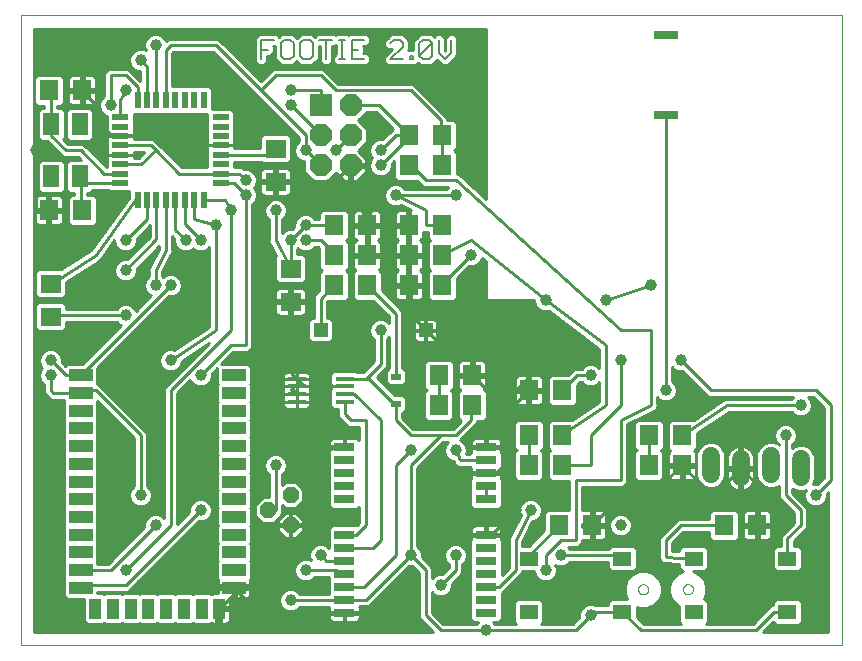
<source format=gtl>
G75*
%MOIN*%
%OFA0B0*%
%FSLAX25Y25*%
%IPPOS*%
%LPD*%
%AMOC8*
5,1,8,0,0,1.08239X$1,22.5*
%
%ADD10C,0.00000*%
%ADD11C,0.00600*%
%ADD12R,0.07087X0.06299*%
%ADD13R,0.06299X0.07087*%
%ADD14R,0.03268X0.02480*%
%ADD15R,0.06000X0.01800*%
%ADD16R,0.07874X0.02953*%
%ADD17R,0.07400X0.07400*%
%ADD18OC8,0.07400*%
%ADD19R,0.06299X0.07098*%
%ADD20R,0.05512X0.07480*%
%ADD21R,0.06102X0.05118*%
%ADD22OC8,0.05200*%
%ADD23R,0.07087X0.03150*%
%ADD24R,0.04756X0.04756*%
%ADD25R,0.07874X0.03937*%
%ADD26R,0.03937X0.07087*%
%ADD27R,0.05800X0.02000*%
%ADD28R,0.02000X0.05800*%
%ADD29C,0.06000*%
%ADD30C,0.01000*%
%ADD31C,0.03962*%
D10*
X0017896Y0011346D02*
X0017896Y0221307D01*
X0291597Y0221307D01*
X0291597Y0011346D01*
X0017896Y0011346D01*
X0223743Y0030008D02*
X0223745Y0030089D01*
X0223751Y0030171D01*
X0223761Y0030252D01*
X0223775Y0030332D01*
X0223792Y0030411D01*
X0223814Y0030490D01*
X0223839Y0030567D01*
X0223868Y0030644D01*
X0223901Y0030718D01*
X0223938Y0030791D01*
X0223977Y0030862D01*
X0224021Y0030931D01*
X0224067Y0030998D01*
X0224117Y0031062D01*
X0224170Y0031124D01*
X0224226Y0031184D01*
X0224284Y0031240D01*
X0224346Y0031294D01*
X0224410Y0031345D01*
X0224476Y0031392D01*
X0224544Y0031436D01*
X0224615Y0031477D01*
X0224687Y0031514D01*
X0224762Y0031548D01*
X0224837Y0031578D01*
X0224915Y0031604D01*
X0224993Y0031627D01*
X0225072Y0031645D01*
X0225152Y0031660D01*
X0225233Y0031671D01*
X0225314Y0031678D01*
X0225396Y0031681D01*
X0225477Y0031680D01*
X0225558Y0031675D01*
X0225639Y0031666D01*
X0225720Y0031653D01*
X0225800Y0031636D01*
X0225878Y0031616D01*
X0225956Y0031591D01*
X0226033Y0031563D01*
X0226108Y0031531D01*
X0226181Y0031496D01*
X0226252Y0031457D01*
X0226322Y0031414D01*
X0226389Y0031369D01*
X0226455Y0031320D01*
X0226517Y0031268D01*
X0226577Y0031212D01*
X0226634Y0031154D01*
X0226689Y0031094D01*
X0226740Y0031030D01*
X0226788Y0030965D01*
X0226833Y0030897D01*
X0226875Y0030827D01*
X0226913Y0030755D01*
X0226948Y0030681D01*
X0226979Y0030606D01*
X0227006Y0030529D01*
X0227029Y0030451D01*
X0227049Y0030372D01*
X0227065Y0030292D01*
X0227077Y0030211D01*
X0227085Y0030130D01*
X0227089Y0030049D01*
X0227089Y0029967D01*
X0227085Y0029886D01*
X0227077Y0029805D01*
X0227065Y0029724D01*
X0227049Y0029644D01*
X0227029Y0029565D01*
X0227006Y0029487D01*
X0226979Y0029410D01*
X0226948Y0029335D01*
X0226913Y0029261D01*
X0226875Y0029189D01*
X0226833Y0029119D01*
X0226788Y0029051D01*
X0226740Y0028986D01*
X0226689Y0028922D01*
X0226634Y0028862D01*
X0226577Y0028804D01*
X0226517Y0028748D01*
X0226455Y0028696D01*
X0226389Y0028647D01*
X0226322Y0028602D01*
X0226253Y0028559D01*
X0226181Y0028520D01*
X0226108Y0028485D01*
X0226033Y0028453D01*
X0225956Y0028425D01*
X0225878Y0028400D01*
X0225800Y0028380D01*
X0225720Y0028363D01*
X0225639Y0028350D01*
X0225558Y0028341D01*
X0225477Y0028336D01*
X0225396Y0028335D01*
X0225314Y0028338D01*
X0225233Y0028345D01*
X0225152Y0028356D01*
X0225072Y0028371D01*
X0224993Y0028389D01*
X0224915Y0028412D01*
X0224837Y0028438D01*
X0224762Y0028468D01*
X0224687Y0028502D01*
X0224615Y0028539D01*
X0224544Y0028580D01*
X0224476Y0028624D01*
X0224410Y0028671D01*
X0224346Y0028722D01*
X0224284Y0028776D01*
X0224226Y0028832D01*
X0224170Y0028892D01*
X0224117Y0028954D01*
X0224067Y0029018D01*
X0224021Y0029085D01*
X0223977Y0029154D01*
X0223938Y0029225D01*
X0223901Y0029298D01*
X0223868Y0029372D01*
X0223839Y0029449D01*
X0223814Y0029526D01*
X0223792Y0029605D01*
X0223775Y0029684D01*
X0223761Y0029764D01*
X0223751Y0029845D01*
X0223745Y0029927D01*
X0223743Y0030008D01*
X0238703Y0030008D02*
X0238705Y0030089D01*
X0238711Y0030171D01*
X0238721Y0030252D01*
X0238735Y0030332D01*
X0238752Y0030411D01*
X0238774Y0030490D01*
X0238799Y0030567D01*
X0238828Y0030644D01*
X0238861Y0030718D01*
X0238898Y0030791D01*
X0238937Y0030862D01*
X0238981Y0030931D01*
X0239027Y0030998D01*
X0239077Y0031062D01*
X0239130Y0031124D01*
X0239186Y0031184D01*
X0239244Y0031240D01*
X0239306Y0031294D01*
X0239370Y0031345D01*
X0239436Y0031392D01*
X0239504Y0031436D01*
X0239575Y0031477D01*
X0239647Y0031514D01*
X0239722Y0031548D01*
X0239797Y0031578D01*
X0239875Y0031604D01*
X0239953Y0031627D01*
X0240032Y0031645D01*
X0240112Y0031660D01*
X0240193Y0031671D01*
X0240274Y0031678D01*
X0240356Y0031681D01*
X0240437Y0031680D01*
X0240518Y0031675D01*
X0240599Y0031666D01*
X0240680Y0031653D01*
X0240760Y0031636D01*
X0240838Y0031616D01*
X0240916Y0031591D01*
X0240993Y0031563D01*
X0241068Y0031531D01*
X0241141Y0031496D01*
X0241212Y0031457D01*
X0241282Y0031414D01*
X0241349Y0031369D01*
X0241415Y0031320D01*
X0241477Y0031268D01*
X0241537Y0031212D01*
X0241594Y0031154D01*
X0241649Y0031094D01*
X0241700Y0031030D01*
X0241748Y0030965D01*
X0241793Y0030897D01*
X0241835Y0030827D01*
X0241873Y0030755D01*
X0241908Y0030681D01*
X0241939Y0030606D01*
X0241966Y0030529D01*
X0241989Y0030451D01*
X0242009Y0030372D01*
X0242025Y0030292D01*
X0242037Y0030211D01*
X0242045Y0030130D01*
X0242049Y0030049D01*
X0242049Y0029967D01*
X0242045Y0029886D01*
X0242037Y0029805D01*
X0242025Y0029724D01*
X0242009Y0029644D01*
X0241989Y0029565D01*
X0241966Y0029487D01*
X0241939Y0029410D01*
X0241908Y0029335D01*
X0241873Y0029261D01*
X0241835Y0029189D01*
X0241793Y0029119D01*
X0241748Y0029051D01*
X0241700Y0028986D01*
X0241649Y0028922D01*
X0241594Y0028862D01*
X0241537Y0028804D01*
X0241477Y0028748D01*
X0241415Y0028696D01*
X0241349Y0028647D01*
X0241282Y0028602D01*
X0241213Y0028559D01*
X0241141Y0028520D01*
X0241068Y0028485D01*
X0240993Y0028453D01*
X0240916Y0028425D01*
X0240838Y0028400D01*
X0240760Y0028380D01*
X0240680Y0028363D01*
X0240599Y0028350D01*
X0240518Y0028341D01*
X0240437Y0028336D01*
X0240356Y0028335D01*
X0240274Y0028338D01*
X0240193Y0028345D01*
X0240112Y0028356D01*
X0240032Y0028371D01*
X0239953Y0028389D01*
X0239875Y0028412D01*
X0239797Y0028438D01*
X0239722Y0028468D01*
X0239647Y0028502D01*
X0239575Y0028539D01*
X0239504Y0028580D01*
X0239436Y0028624D01*
X0239370Y0028671D01*
X0239306Y0028722D01*
X0239244Y0028776D01*
X0239186Y0028832D01*
X0239130Y0028892D01*
X0239077Y0028954D01*
X0239027Y0029018D01*
X0238981Y0029085D01*
X0238937Y0029154D01*
X0238898Y0029225D01*
X0238861Y0029298D01*
X0238828Y0029372D01*
X0238799Y0029449D01*
X0238774Y0029526D01*
X0238752Y0029605D01*
X0238735Y0029684D01*
X0238721Y0029764D01*
X0238711Y0029845D01*
X0238705Y0029927D01*
X0238703Y0030008D01*
D11*
X0159415Y0206646D02*
X0161550Y0208782D01*
X0161550Y0213052D01*
X0157280Y0213052D02*
X0157280Y0208782D01*
X0159415Y0206646D01*
X0155105Y0207714D02*
X0154037Y0206646D01*
X0151902Y0206646D01*
X0150834Y0207714D01*
X0155105Y0211984D01*
X0155105Y0207714D01*
X0150834Y0207714D02*
X0150834Y0211984D01*
X0151902Y0213052D01*
X0154037Y0213052D01*
X0155105Y0211984D01*
X0148679Y0207714D02*
X0148679Y0206646D01*
X0147612Y0206646D01*
X0147612Y0207714D01*
X0148679Y0207714D01*
X0145436Y0206646D02*
X0141166Y0206646D01*
X0145436Y0210917D01*
X0145436Y0211984D01*
X0144369Y0213052D01*
X0142234Y0213052D01*
X0141166Y0211984D01*
X0132545Y0213052D02*
X0128275Y0213052D01*
X0128275Y0206646D01*
X0132545Y0206646D01*
X0130410Y0209849D02*
X0128275Y0209849D01*
X0126113Y0213052D02*
X0123978Y0213052D01*
X0125046Y0213052D02*
X0125046Y0206646D01*
X0126113Y0206646D02*
X0123978Y0206646D01*
X0119668Y0206646D02*
X0119668Y0213052D01*
X0117533Y0213052D02*
X0121803Y0213052D01*
X0115357Y0211984D02*
X0115357Y0207714D01*
X0114290Y0206646D01*
X0112155Y0206646D01*
X0111087Y0207714D01*
X0111087Y0211984D01*
X0112155Y0213052D01*
X0114290Y0213052D01*
X0115357Y0211984D01*
X0108912Y0211984D02*
X0108912Y0207714D01*
X0107844Y0206646D01*
X0105709Y0206646D01*
X0104642Y0207714D01*
X0104642Y0211984D01*
X0105709Y0213052D01*
X0107844Y0213052D01*
X0108912Y0211984D01*
X0102466Y0213052D02*
X0098196Y0213052D01*
X0098196Y0206646D01*
X0098196Y0209849D02*
X0100331Y0209849D01*
D12*
X0102896Y0176858D03*
X0102896Y0165835D03*
X0107896Y0136858D03*
X0107896Y0125835D03*
X0027896Y0120835D03*
X0027896Y0131858D03*
D13*
X0027384Y0156346D03*
X0038408Y0156346D03*
X0038408Y0196346D03*
X0027384Y0196346D03*
X0122384Y0151346D03*
X0122384Y0141346D03*
X0133408Y0141346D03*
X0133408Y0151346D03*
X0147384Y0151346D03*
X0158408Y0151346D03*
X0158408Y0141346D03*
X0147384Y0141346D03*
X0147384Y0131346D03*
X0158408Y0131346D03*
X0133408Y0131346D03*
X0122384Y0131346D03*
X0157384Y0101346D03*
X0168408Y0101346D03*
X0187384Y0096346D03*
X0198408Y0096346D03*
X0198408Y0081346D03*
X0187384Y0081346D03*
X0197384Y0051346D03*
X0208408Y0051346D03*
X0227384Y0081346D03*
X0238408Y0081346D03*
X0252384Y0051346D03*
X0263408Y0051346D03*
X0158408Y0171346D03*
X0147384Y0171346D03*
X0147384Y0181346D03*
X0158408Y0181346D03*
D14*
X0142896Y0100874D03*
X0142896Y0091819D03*
D15*
X0125896Y0092546D03*
X0125896Y0095046D03*
X0125896Y0097646D03*
X0125896Y0100146D03*
X0109896Y0100146D03*
X0109896Y0097646D03*
X0109896Y0095046D03*
X0109896Y0092546D03*
D16*
X0232896Y0187961D03*
X0232896Y0214732D03*
D17*
X0117896Y0191346D03*
D18*
X0127896Y0191346D03*
X0127896Y0181346D03*
X0117896Y0181346D03*
X0117896Y0171346D03*
X0127896Y0171346D03*
D19*
X0157298Y0091346D03*
X0168494Y0091346D03*
X0187298Y0071346D03*
X0198494Y0071346D03*
X0227298Y0071346D03*
X0238494Y0071346D03*
D20*
X0037620Y0167685D03*
X0028172Y0167685D03*
X0028172Y0185008D03*
X0037620Y0185008D03*
D21*
X0187246Y0040205D03*
X0187246Y0022488D03*
X0218546Y0022488D03*
X0218546Y0040205D03*
X0242246Y0040205D03*
X0242246Y0022488D03*
X0273546Y0022488D03*
X0273546Y0040205D03*
D22*
X0107896Y0051346D03*
X0100396Y0056346D03*
X0107896Y0061346D03*
D23*
X0125849Y0060008D03*
X0125849Y0064339D03*
X0125849Y0068669D03*
X0125849Y0073000D03*
X0125849Y0077331D03*
X0125849Y0048197D03*
X0125849Y0043866D03*
X0125849Y0039535D03*
X0125849Y0035205D03*
X0125849Y0030874D03*
X0125849Y0026543D03*
X0125849Y0022213D03*
X0173093Y0022213D03*
X0173093Y0026543D03*
X0173093Y0030874D03*
X0173093Y0035205D03*
X0173093Y0039535D03*
X0173093Y0043866D03*
X0173093Y0048197D03*
X0173093Y0060008D03*
X0173093Y0064339D03*
X0173093Y0068669D03*
X0173093Y0073000D03*
X0173093Y0077331D03*
D24*
X0152896Y0116346D03*
X0117896Y0116346D03*
D25*
X0089077Y0101346D03*
X0089077Y0095441D03*
X0089077Y0089535D03*
X0089077Y0083630D03*
X0089077Y0077724D03*
X0089077Y0071819D03*
X0089077Y0065913D03*
X0089077Y0060008D03*
X0089077Y0054102D03*
X0089077Y0048197D03*
X0089077Y0042291D03*
X0089077Y0036386D03*
X0089077Y0030480D03*
X0037896Y0030480D03*
X0037896Y0036386D03*
X0037896Y0042291D03*
X0037896Y0048197D03*
X0037896Y0054102D03*
X0037896Y0060008D03*
X0037896Y0065913D03*
X0037896Y0071819D03*
X0037896Y0077724D03*
X0037896Y0083630D03*
X0037896Y0089535D03*
X0037896Y0095441D03*
X0037896Y0101346D03*
D26*
X0042817Y0023591D03*
X0048723Y0023591D03*
X0054628Y0023591D03*
X0060534Y0023591D03*
X0066439Y0023591D03*
X0072345Y0023591D03*
X0078250Y0023591D03*
X0084156Y0023591D03*
D27*
X0084596Y0165346D03*
X0084596Y0168446D03*
X0084596Y0171646D03*
X0084596Y0174746D03*
X0084596Y0177946D03*
X0084596Y0181046D03*
X0084596Y0184246D03*
X0084596Y0187346D03*
X0051196Y0187346D03*
X0051196Y0184246D03*
X0051196Y0181046D03*
X0051196Y0177946D03*
X0051196Y0174746D03*
X0051196Y0171646D03*
X0051196Y0168446D03*
X0051196Y0165346D03*
D28*
X0056896Y0159646D03*
X0059996Y0159646D03*
X0063196Y0159646D03*
X0066296Y0159646D03*
X0069496Y0159646D03*
X0072596Y0159646D03*
X0075796Y0159646D03*
X0078896Y0159646D03*
X0078896Y0193046D03*
X0075796Y0193046D03*
X0072596Y0193046D03*
X0069496Y0193046D03*
X0066296Y0193046D03*
X0063196Y0193046D03*
X0059996Y0193046D03*
X0056896Y0193046D03*
D29*
X0247896Y0074346D02*
X0247896Y0068346D01*
X0257896Y0067346D02*
X0257896Y0073346D01*
X0267896Y0074346D02*
X0267896Y0068346D01*
X0277896Y0067346D02*
X0277896Y0073346D01*
D30*
X0282194Y0075251D02*
X0285696Y0075251D01*
X0285696Y0074253D02*
X0282596Y0074253D01*
X0282596Y0074281D02*
X0281881Y0076009D01*
X0280558Y0077331D01*
X0278831Y0078046D01*
X0276961Y0078046D01*
X0275234Y0077331D01*
X0275096Y0077193D01*
X0275096Y0078341D01*
X0276017Y0079261D01*
X0276577Y0080614D01*
X0276577Y0082079D01*
X0276017Y0083432D01*
X0274981Y0084467D01*
X0273628Y0085028D01*
X0272164Y0085028D01*
X0270811Y0084467D01*
X0269775Y0083432D01*
X0269215Y0082079D01*
X0269215Y0080614D01*
X0269775Y0079261D01*
X0270696Y0078341D01*
X0270696Y0078193D01*
X0270558Y0078331D01*
X0268831Y0079046D01*
X0266961Y0079046D01*
X0265234Y0078331D01*
X0263912Y0077009D01*
X0263196Y0075281D01*
X0263196Y0067412D01*
X0263912Y0065684D01*
X0265234Y0064362D01*
X0266961Y0063646D01*
X0268831Y0063646D01*
X0270558Y0064362D01*
X0270696Y0064500D01*
X0270696Y0060435D01*
X0275696Y0055435D01*
X0275696Y0052258D01*
X0271346Y0047907D01*
X0271346Y0044464D01*
X0269790Y0044464D01*
X0268794Y0043468D01*
X0268794Y0036941D01*
X0269790Y0035946D01*
X0277301Y0035946D01*
X0278297Y0036941D01*
X0278297Y0043468D01*
X0277301Y0044464D01*
X0275746Y0044464D01*
X0275746Y0046085D01*
X0280096Y0050435D01*
X0280096Y0057258D01*
X0275096Y0062258D01*
X0275096Y0063500D01*
X0275234Y0063362D01*
X0276961Y0062646D01*
X0278831Y0062646D01*
X0279578Y0062956D01*
X0279215Y0062079D01*
X0279215Y0060614D01*
X0279775Y0059261D01*
X0280811Y0058226D01*
X0282164Y0057665D01*
X0283628Y0057665D01*
X0284981Y0058226D01*
X0286017Y0059261D01*
X0286577Y0060614D01*
X0286577Y0061916D01*
X0287097Y0062436D01*
X0287097Y0015846D01*
X0265507Y0015846D01*
X0268840Y0019179D01*
X0269790Y0018229D01*
X0277301Y0018229D01*
X0278297Y0019225D01*
X0278297Y0025751D01*
X0277301Y0026747D01*
X0269790Y0026747D01*
X0268794Y0025751D01*
X0268794Y0024688D01*
X0268127Y0024688D01*
X0261985Y0018546D01*
X0246319Y0018546D01*
X0246998Y0019225D01*
X0246998Y0025751D01*
X0246002Y0026747D01*
X0245708Y0026747D01*
X0246550Y0028780D01*
X0246550Y0031236D01*
X0245610Y0033505D01*
X0243873Y0035241D01*
X0242173Y0035946D01*
X0246002Y0035946D01*
X0246998Y0036941D01*
X0246998Y0043468D01*
X0246002Y0044464D01*
X0238491Y0044464D01*
X0237495Y0043468D01*
X0237495Y0042740D01*
X0235096Y0042907D01*
X0235096Y0045435D01*
X0238807Y0049146D01*
X0247535Y0049146D01*
X0247535Y0047099D01*
X0248530Y0046103D01*
X0256238Y0046103D01*
X0257234Y0047099D01*
X0257234Y0055594D01*
X0256238Y0056590D01*
X0248530Y0056590D01*
X0247535Y0055594D01*
X0247535Y0053546D01*
X0236985Y0053546D01*
X0231985Y0048546D01*
X0230696Y0047258D01*
X0230696Y0040931D01*
X0230638Y0040098D01*
X0230696Y0040031D01*
X0230696Y0039943D01*
X0231286Y0039353D01*
X0231834Y0038723D01*
X0231922Y0038717D01*
X0231985Y0038654D01*
X0232820Y0038654D01*
X0237495Y0038330D01*
X0237495Y0036941D01*
X0238491Y0035946D01*
X0238580Y0035946D01*
X0236880Y0035241D01*
X0235143Y0033505D01*
X0234203Y0031236D01*
X0234203Y0028780D01*
X0235143Y0026511D01*
X0236880Y0024774D01*
X0237495Y0024519D01*
X0237495Y0019225D01*
X0238174Y0018546D01*
X0225599Y0018546D01*
X0223297Y0020848D01*
X0223297Y0024204D01*
X0224188Y0023835D01*
X0226644Y0023835D01*
X0228913Y0024774D01*
X0230649Y0026511D01*
X0231589Y0028780D01*
X0231589Y0031236D01*
X0230649Y0033505D01*
X0228913Y0035241D01*
X0226644Y0036181D01*
X0224188Y0036181D01*
X0221919Y0035241D01*
X0220182Y0033505D01*
X0219243Y0031236D01*
X0219243Y0028780D01*
X0220084Y0026747D01*
X0214790Y0026747D01*
X0213794Y0025751D01*
X0213794Y0024688D01*
X0209448Y0024688D01*
X0208628Y0025028D01*
X0207164Y0025028D01*
X0205811Y0024467D01*
X0204775Y0023432D01*
X0204215Y0022079D01*
X0204215Y0020777D01*
X0201985Y0018546D01*
X0191319Y0018546D01*
X0191998Y0019225D01*
X0191998Y0025751D01*
X0191002Y0026747D01*
X0183491Y0026747D01*
X0182495Y0025751D01*
X0182495Y0019225D01*
X0183174Y0018546D01*
X0175902Y0018546D01*
X0175511Y0018938D01*
X0177340Y0018938D01*
X0178336Y0019934D01*
X0178336Y0028675D01*
X0183807Y0034146D01*
X0185096Y0035435D01*
X0185096Y0035946D01*
X0189215Y0035946D01*
X0189215Y0035614D01*
X0189775Y0034261D01*
X0190811Y0033226D01*
X0192164Y0032665D01*
X0193628Y0032665D01*
X0194981Y0033226D01*
X0196017Y0034261D01*
X0196577Y0035614D01*
X0196577Y0037079D01*
X0196162Y0038080D01*
X0197164Y0037665D01*
X0198628Y0037665D01*
X0199981Y0038226D01*
X0200902Y0039146D01*
X0213794Y0039146D01*
X0213794Y0036941D01*
X0214790Y0035946D01*
X0222301Y0035946D01*
X0223297Y0036941D01*
X0223297Y0043468D01*
X0222301Y0044464D01*
X0214790Y0044464D01*
X0213873Y0043546D01*
X0200902Y0043546D01*
X0200302Y0044146D01*
X0203807Y0044146D01*
X0205096Y0045435D01*
X0205096Y0046303D01*
X0207908Y0046303D01*
X0207908Y0050846D01*
X0208908Y0050846D01*
X0208908Y0046303D01*
X0211755Y0046303D01*
X0212136Y0046405D01*
X0212478Y0046603D01*
X0212758Y0046882D01*
X0212955Y0047224D01*
X0213057Y0047606D01*
X0213057Y0050846D01*
X0208908Y0050846D01*
X0208908Y0051846D01*
X0213057Y0051846D01*
X0213057Y0055087D01*
X0212955Y0055469D01*
X0212758Y0055811D01*
X0212478Y0056090D01*
X0212136Y0056288D01*
X0211755Y0056390D01*
X0208908Y0056390D01*
X0208908Y0051846D01*
X0207908Y0051846D01*
X0205096Y0051846D01*
X0205096Y0050846D01*
X0207908Y0050846D01*
X0207908Y0051846D01*
X0207908Y0056390D01*
X0205096Y0056390D01*
X0205096Y0064146D01*
X0218807Y0064146D01*
X0220096Y0065435D01*
X0220096Y0084987D01*
X0228415Y0089146D01*
X0228807Y0089146D01*
X0229199Y0089538D01*
X0229695Y0089786D01*
X0229819Y0090158D01*
X0230096Y0090435D01*
X0230096Y0090989D01*
X0230271Y0091515D01*
X0230096Y0091866D01*
X0230096Y0093941D01*
X0230811Y0093226D01*
X0232164Y0092665D01*
X0233628Y0092665D01*
X0234981Y0093226D01*
X0236017Y0094261D01*
X0236577Y0095614D01*
X0236577Y0097079D01*
X0236017Y0098432D01*
X0235096Y0099352D01*
X0235096Y0103941D01*
X0235811Y0103226D01*
X0237164Y0102665D01*
X0238466Y0102665D01*
X0246985Y0094146D01*
X0275490Y0094146D01*
X0274890Y0093546D01*
X0253626Y0093546D01*
X0252946Y0093682D01*
X0252742Y0093546D01*
X0252497Y0093546D01*
X0252006Y0093056D01*
X0242280Y0086572D01*
X0242262Y0086590D01*
X0234554Y0086590D01*
X0233558Y0085594D01*
X0233558Y0077099D01*
X0234511Y0076146D01*
X0234424Y0076096D01*
X0234145Y0075817D01*
X0233947Y0075475D01*
X0233845Y0075093D01*
X0233845Y0071846D01*
X0237994Y0071846D01*
X0237994Y0070846D01*
X0237995Y0070846D02*
X0238994Y0070846D01*
X0238994Y0066297D01*
X0241842Y0066297D01*
X0242223Y0066399D01*
X0242565Y0066597D01*
X0242844Y0066876D01*
X0243042Y0067218D01*
X0243144Y0067600D01*
X0243144Y0070846D01*
X0238995Y0070846D01*
X0238995Y0071846D01*
X0243144Y0071846D01*
X0243144Y0075093D01*
X0243042Y0075475D01*
X0242844Y0075817D01*
X0242565Y0076096D01*
X0242368Y0076210D01*
X0243257Y0077099D01*
X0243257Y0081935D01*
X0254074Y0089146D01*
X0274890Y0089146D01*
X0275811Y0088226D01*
X0277164Y0087665D01*
X0278628Y0087665D01*
X0279981Y0088226D01*
X0281017Y0089261D01*
X0281577Y0090614D01*
X0281577Y0092079D01*
X0281017Y0093432D01*
X0280302Y0094146D01*
X0281985Y0094146D01*
X0285696Y0090435D01*
X0285696Y0067258D01*
X0283466Y0065028D01*
X0282164Y0065028D01*
X0281994Y0064957D01*
X0282596Y0066412D01*
X0282596Y0074281D01*
X0282596Y0073254D02*
X0285696Y0073254D01*
X0285696Y0072256D02*
X0282596Y0072256D01*
X0282596Y0071257D02*
X0285696Y0071257D01*
X0285696Y0070259D02*
X0282596Y0070259D01*
X0282596Y0069260D02*
X0285696Y0069260D01*
X0285696Y0068262D02*
X0282596Y0068262D01*
X0282596Y0067263D02*
X0285696Y0067263D01*
X0284703Y0066265D02*
X0282535Y0066265D01*
X0282122Y0065266D02*
X0283704Y0065266D01*
X0282896Y0061346D02*
X0287896Y0066346D01*
X0287896Y0091346D01*
X0282896Y0096346D01*
X0247896Y0096346D01*
X0237896Y0106346D01*
X0235850Y0103209D02*
X0235096Y0103209D01*
X0235096Y0102211D02*
X0238920Y0102211D01*
X0239919Y0101212D02*
X0235096Y0101212D01*
X0235096Y0100214D02*
X0240917Y0100214D01*
X0241916Y0099215D02*
X0235233Y0099215D01*
X0236106Y0098217D02*
X0242914Y0098217D01*
X0243913Y0097218D02*
X0236519Y0097218D01*
X0236577Y0096220D02*
X0244911Y0096220D01*
X0245910Y0095221D02*
X0236414Y0095221D01*
X0235978Y0094223D02*
X0246908Y0094223D01*
X0249263Y0091227D02*
X0230175Y0091227D01*
X0230096Y0092226D02*
X0250761Y0092226D01*
X0252175Y0093224D02*
X0234978Y0093224D01*
X0230814Y0093224D02*
X0230096Y0093224D01*
X0227896Y0091346D02*
X0217896Y0086346D01*
X0217896Y0066346D01*
X0202896Y0066346D01*
X0202896Y0046346D01*
X0197896Y0046346D01*
X0192896Y0041346D01*
X0192896Y0036346D01*
X0196577Y0036309D02*
X0214427Y0036309D01*
X0213794Y0037308D02*
X0196482Y0037308D01*
X0196451Y0035311D02*
X0222087Y0035311D01*
X0222665Y0036309D02*
X0238128Y0036309D01*
X0237495Y0037308D02*
X0223297Y0037308D01*
X0223297Y0038306D02*
X0237495Y0038306D01*
X0242246Y0040205D02*
X0232896Y0040854D01*
X0232896Y0046346D01*
X0237896Y0051346D01*
X0252384Y0051346D01*
X0247535Y0054282D02*
X0220166Y0054282D01*
X0219981Y0054467D02*
X0218628Y0055028D01*
X0217164Y0055028D01*
X0215811Y0054467D01*
X0214775Y0053432D01*
X0214215Y0052079D01*
X0214215Y0050614D01*
X0214775Y0049261D01*
X0215811Y0048226D01*
X0217164Y0047665D01*
X0218628Y0047665D01*
X0219981Y0048226D01*
X0221017Y0049261D01*
X0221577Y0050614D01*
X0221577Y0052079D01*
X0221017Y0053432D01*
X0219981Y0054467D01*
X0221078Y0053284D02*
X0236722Y0053284D01*
X0235724Y0052285D02*
X0221492Y0052285D01*
X0221577Y0051287D02*
X0234725Y0051287D01*
X0233727Y0050288D02*
X0221442Y0050288D01*
X0221029Y0049290D02*
X0232728Y0049290D01*
X0231730Y0048291D02*
X0220047Y0048291D01*
X0215745Y0048291D02*
X0213057Y0048291D01*
X0213057Y0049290D02*
X0214764Y0049290D01*
X0214350Y0050288D02*
X0213057Y0050288D01*
X0214215Y0051287D02*
X0208908Y0051287D01*
X0208408Y0051346D02*
X0207896Y0051346D01*
X0207896Y0061346D01*
X0205096Y0061272D02*
X0270696Y0061272D01*
X0270696Y0062271D02*
X0205096Y0062271D01*
X0205096Y0063269D02*
X0255986Y0063269D01*
X0256169Y0063176D02*
X0255538Y0063498D01*
X0254965Y0063914D01*
X0254464Y0064415D01*
X0254047Y0064988D01*
X0253726Y0065619D01*
X0253507Y0066293D01*
X0253396Y0066992D01*
X0253396Y0069846D01*
X0257396Y0069846D01*
X0258396Y0069846D01*
X0258396Y0062870D01*
X0258950Y0062957D01*
X0259623Y0063176D01*
X0260255Y0063498D01*
X0260828Y0063914D01*
X0261328Y0064415D01*
X0261745Y0064988D01*
X0262066Y0065619D01*
X0262285Y0066293D01*
X0262396Y0066992D01*
X0262396Y0069846D01*
X0258396Y0069846D01*
X0258396Y0070846D01*
X0262396Y0070846D01*
X0262396Y0073701D01*
X0262285Y0074400D01*
X0262066Y0075074D01*
X0261745Y0075705D01*
X0261328Y0076278D01*
X0260828Y0076779D01*
X0260255Y0077195D01*
X0259623Y0077517D01*
X0258950Y0077736D01*
X0258396Y0077823D01*
X0258396Y0070847D01*
X0257396Y0070847D01*
X0257396Y0077823D01*
X0256842Y0077736D01*
X0256169Y0077517D01*
X0255538Y0077195D01*
X0254965Y0076779D01*
X0254464Y0076278D01*
X0254047Y0075705D01*
X0253726Y0075074D01*
X0253507Y0074400D01*
X0253396Y0073701D01*
X0253396Y0070846D01*
X0257396Y0070846D01*
X0257396Y0069846D01*
X0257396Y0062870D01*
X0256842Y0062957D01*
X0256169Y0063176D01*
X0257396Y0063269D02*
X0258396Y0063269D01*
X0258396Y0064268D02*
X0257396Y0064268D01*
X0257396Y0065266D02*
X0258396Y0065266D01*
X0258396Y0066265D02*
X0257396Y0066265D01*
X0257396Y0067263D02*
X0258396Y0067263D01*
X0258396Y0068262D02*
X0257396Y0068262D01*
X0257396Y0069260D02*
X0258396Y0069260D01*
X0258396Y0070259D02*
X0263196Y0070259D01*
X0263196Y0071257D02*
X0262396Y0071257D01*
X0262396Y0072256D02*
X0263196Y0072256D01*
X0263196Y0073254D02*
X0262396Y0073254D01*
X0262309Y0074253D02*
X0263196Y0074253D01*
X0263196Y0075251D02*
X0261976Y0075251D01*
X0261349Y0076250D02*
X0263597Y0076250D01*
X0264151Y0077248D02*
X0260151Y0077248D01*
X0258396Y0077248D02*
X0257396Y0077248D01*
X0257396Y0076250D02*
X0258396Y0076250D01*
X0258396Y0075251D02*
X0257396Y0075251D01*
X0257396Y0074253D02*
X0258396Y0074253D01*
X0258396Y0073254D02*
X0257396Y0073254D01*
X0257396Y0072256D02*
X0258396Y0072256D01*
X0258396Y0071257D02*
X0257396Y0071257D01*
X0257396Y0070259D02*
X0252596Y0070259D01*
X0252596Y0071257D02*
X0253396Y0071257D01*
X0253396Y0072256D02*
X0252596Y0072256D01*
X0252596Y0073254D02*
X0253396Y0073254D01*
X0253484Y0074253D02*
X0252596Y0074253D01*
X0252596Y0075251D02*
X0253816Y0075251D01*
X0254443Y0076250D02*
X0252195Y0076250D01*
X0251881Y0077009D02*
X0250558Y0078331D01*
X0248831Y0079046D01*
X0246961Y0079046D01*
X0245234Y0078331D01*
X0243912Y0077009D01*
X0243196Y0075281D01*
X0243196Y0067412D01*
X0243912Y0065684D01*
X0245234Y0064362D01*
X0246961Y0063646D01*
X0248831Y0063646D01*
X0250558Y0064362D01*
X0251881Y0065684D01*
X0252596Y0067412D01*
X0252596Y0075281D01*
X0251881Y0077009D01*
X0251641Y0077248D02*
X0255642Y0077248D01*
X0250643Y0078247D02*
X0265150Y0078247D01*
X0269368Y0080244D02*
X0243257Y0080244D01*
X0243257Y0081242D02*
X0269215Y0081242D01*
X0269282Y0082241D02*
X0243715Y0082241D01*
X0245213Y0083239D02*
X0269696Y0083239D01*
X0270582Y0084238D02*
X0246711Y0084238D01*
X0248209Y0085236D02*
X0285696Y0085236D01*
X0285696Y0084238D02*
X0275211Y0084238D01*
X0276096Y0083239D02*
X0285696Y0083239D01*
X0285696Y0082241D02*
X0276510Y0082241D01*
X0276577Y0081242D02*
X0285696Y0081242D01*
X0285696Y0080244D02*
X0276424Y0080244D01*
X0276001Y0079245D02*
X0285696Y0079245D01*
X0285696Y0078247D02*
X0275096Y0078247D01*
X0275096Y0077248D02*
X0275151Y0077248D01*
X0270696Y0078247D02*
X0270643Y0078247D01*
X0269791Y0079245D02*
X0243257Y0079245D01*
X0243257Y0078247D02*
X0245150Y0078247D01*
X0244151Y0077248D02*
X0243257Y0077248D01*
X0243597Y0076250D02*
X0242408Y0076250D01*
X0243102Y0075251D02*
X0243196Y0075251D01*
X0243196Y0074253D02*
X0243144Y0074253D01*
X0243144Y0073254D02*
X0243196Y0073254D01*
X0243196Y0072256D02*
X0243144Y0072256D01*
X0243196Y0071257D02*
X0238995Y0071257D01*
X0238494Y0071346D02*
X0242896Y0066346D01*
X0242896Y0061346D01*
X0248896Y0061346D01*
X0257896Y0070346D01*
X0263408Y0064835D01*
X0263408Y0051346D01*
X0263908Y0051287D02*
X0274725Y0051287D01*
X0275696Y0052285D02*
X0268057Y0052285D01*
X0268057Y0051846D02*
X0268057Y0055087D01*
X0267955Y0055469D01*
X0267758Y0055811D01*
X0267478Y0056090D01*
X0267136Y0056288D01*
X0266755Y0056390D01*
X0263908Y0056390D01*
X0263908Y0051846D01*
X0268057Y0051846D01*
X0268057Y0050846D02*
X0263908Y0050846D01*
X0263908Y0046303D01*
X0266755Y0046303D01*
X0267136Y0046405D01*
X0267478Y0046603D01*
X0267758Y0046882D01*
X0267955Y0047224D01*
X0268057Y0047606D01*
X0268057Y0050846D01*
X0268057Y0050288D02*
X0273727Y0050288D01*
X0272728Y0049290D02*
X0268057Y0049290D01*
X0268057Y0048291D02*
X0271730Y0048291D01*
X0271346Y0047293D02*
X0267974Y0047293D01*
X0271346Y0046294D02*
X0256429Y0046294D01*
X0257234Y0047293D02*
X0258842Y0047293D01*
X0258860Y0047224D02*
X0259058Y0046882D01*
X0259337Y0046603D01*
X0259679Y0046405D01*
X0260061Y0046303D01*
X0262908Y0046303D01*
X0262908Y0050846D01*
X0263908Y0050846D01*
X0263908Y0051846D01*
X0262908Y0051846D01*
X0262908Y0050846D01*
X0258758Y0050846D01*
X0258758Y0047606D01*
X0258860Y0047224D01*
X0258758Y0048291D02*
X0257234Y0048291D01*
X0257234Y0049290D02*
X0258758Y0049290D01*
X0258758Y0050288D02*
X0257234Y0050288D01*
X0257234Y0051287D02*
X0262908Y0051287D01*
X0262908Y0051846D02*
X0258758Y0051846D01*
X0258758Y0055087D01*
X0258860Y0055469D01*
X0259058Y0055811D01*
X0259337Y0056090D01*
X0259679Y0056288D01*
X0260061Y0056390D01*
X0262908Y0056390D01*
X0262908Y0051846D01*
X0262908Y0052285D02*
X0263908Y0052285D01*
X0263908Y0053284D02*
X0262908Y0053284D01*
X0262908Y0054282D02*
X0263908Y0054282D01*
X0263908Y0055281D02*
X0262908Y0055281D01*
X0262908Y0056279D02*
X0263908Y0056279D01*
X0267150Y0056279D02*
X0274852Y0056279D01*
X0275696Y0055281D02*
X0268006Y0055281D01*
X0268057Y0054282D02*
X0275696Y0054282D01*
X0275696Y0053284D02*
X0268057Y0053284D01*
X0263908Y0050288D02*
X0262908Y0050288D01*
X0262908Y0049290D02*
X0263908Y0049290D01*
X0263908Y0048291D02*
X0262908Y0048291D01*
X0262908Y0047293D02*
X0263908Y0047293D01*
X0268794Y0043299D02*
X0246998Y0043299D01*
X0246998Y0042300D02*
X0268794Y0042300D01*
X0268794Y0041302D02*
X0246998Y0041302D01*
X0246998Y0040303D02*
X0268794Y0040303D01*
X0268794Y0039305D02*
X0246998Y0039305D01*
X0246998Y0038306D02*
X0268794Y0038306D01*
X0268794Y0037308D02*
X0246998Y0037308D01*
X0246365Y0036309D02*
X0269427Y0036309D01*
X0273546Y0040205D02*
X0273546Y0046996D01*
X0277896Y0051346D01*
X0277896Y0056346D01*
X0272896Y0061346D01*
X0272896Y0081346D01*
X0272896Y0086346D02*
X0257896Y0081346D01*
X0252702Y0088232D02*
X0275805Y0088232D01*
X0277896Y0091346D02*
X0253408Y0091346D01*
X0238408Y0081346D01*
X0233558Y0081242D02*
X0232234Y0081242D01*
X0232234Y0080244D02*
X0233558Y0080244D01*
X0233558Y0079245D02*
X0232234Y0079245D01*
X0232234Y0078247D02*
X0233558Y0078247D01*
X0233558Y0077248D02*
X0232234Y0077248D01*
X0232234Y0077099D02*
X0232234Y0085594D01*
X0231238Y0086590D01*
X0223530Y0086590D01*
X0222535Y0085594D01*
X0222535Y0077099D01*
X0223241Y0076393D01*
X0222448Y0075600D01*
X0222448Y0067093D01*
X0223444Y0066097D01*
X0231151Y0066097D01*
X0232147Y0067093D01*
X0232147Y0075600D01*
X0231441Y0076306D01*
X0232234Y0077099D01*
X0231497Y0076250D02*
X0234408Y0076250D01*
X0233887Y0075251D02*
X0232147Y0075251D01*
X0232147Y0074253D02*
X0233845Y0074253D01*
X0233845Y0073254D02*
X0232147Y0073254D01*
X0232147Y0072256D02*
X0233845Y0072256D01*
X0233845Y0070846D02*
X0233845Y0067600D01*
X0233947Y0067218D01*
X0234145Y0066876D01*
X0234424Y0066597D01*
X0234766Y0066399D01*
X0235147Y0066297D01*
X0237995Y0066297D01*
X0237995Y0070846D01*
X0237994Y0070846D02*
X0233845Y0070846D01*
X0233845Y0070259D02*
X0232147Y0070259D01*
X0232147Y0071257D02*
X0237994Y0071257D01*
X0238494Y0071346D02*
X0228494Y0061945D01*
X0227896Y0061346D01*
X0222896Y0056346D01*
X0213408Y0056346D01*
X0208408Y0051346D01*
X0207908Y0051287D02*
X0205096Y0051287D01*
X0207908Y0052285D02*
X0208908Y0052285D01*
X0208908Y0053284D02*
X0207908Y0053284D01*
X0207908Y0054282D02*
X0208908Y0054282D01*
X0208908Y0055281D02*
X0207908Y0055281D01*
X0207908Y0056279D02*
X0208908Y0056279D01*
X0205096Y0057278D02*
X0273853Y0057278D01*
X0272855Y0058276D02*
X0205096Y0058276D01*
X0205096Y0059275D02*
X0271856Y0059275D01*
X0270858Y0060274D02*
X0205096Y0060274D01*
X0200696Y0060274D02*
X0178336Y0060274D01*
X0178336Y0061272D02*
X0200696Y0061272D01*
X0200696Y0062271D02*
X0178336Y0062271D01*
X0178336Y0063269D02*
X0200696Y0063269D01*
X0200696Y0064268D02*
X0178336Y0064268D01*
X0178336Y0065266D02*
X0200696Y0065266D01*
X0200696Y0066097D02*
X0200696Y0056590D01*
X0193530Y0056590D01*
X0192535Y0055594D01*
X0192535Y0049608D01*
X0187390Y0044464D01*
X0185096Y0044464D01*
X0185096Y0045827D01*
X0188515Y0052665D01*
X0188628Y0052665D01*
X0189981Y0053226D01*
X0191017Y0054261D01*
X0191577Y0055614D01*
X0191577Y0057079D01*
X0191017Y0058432D01*
X0189981Y0059467D01*
X0188628Y0060028D01*
X0187164Y0060028D01*
X0185811Y0059467D01*
X0184775Y0058432D01*
X0184215Y0057079D01*
X0184215Y0055614D01*
X0184602Y0054679D01*
X0181088Y0047650D01*
X0180696Y0047258D01*
X0180696Y0046866D01*
X0180521Y0046515D01*
X0180696Y0045989D01*
X0180696Y0037258D01*
X0178336Y0034898D01*
X0178336Y0046145D01*
X0178119Y0046362D01*
X0178136Y0046425D01*
X0178136Y0047909D01*
X0173380Y0047909D01*
X0173380Y0048484D01*
X0172805Y0048484D01*
X0172805Y0047909D01*
X0168050Y0047909D01*
X0168050Y0046425D01*
X0168066Y0046362D01*
X0167850Y0046145D01*
X0167850Y0019934D01*
X0168845Y0018938D01*
X0170282Y0018938D01*
X0169890Y0018546D01*
X0158807Y0018546D01*
X0155096Y0022258D01*
X0155096Y0028941D01*
X0155811Y0028226D01*
X0157164Y0027665D01*
X0158628Y0027665D01*
X0159981Y0028226D01*
X0161017Y0029261D01*
X0161577Y0030614D01*
X0161577Y0031916D01*
X0165096Y0035435D01*
X0165096Y0038341D01*
X0166017Y0039261D01*
X0166577Y0040614D01*
X0166577Y0042079D01*
X0166017Y0043432D01*
X0164981Y0044467D01*
X0163628Y0045028D01*
X0162164Y0045028D01*
X0160811Y0044467D01*
X0159775Y0043432D01*
X0159215Y0042079D01*
X0159215Y0040614D01*
X0159775Y0039261D01*
X0160696Y0038341D01*
X0160696Y0037258D01*
X0158466Y0035028D01*
X0157164Y0035028D01*
X0155811Y0034467D01*
X0155096Y0033752D01*
X0155096Y0037258D01*
X0151577Y0040777D01*
X0151577Y0042079D01*
X0151017Y0043432D01*
X0150096Y0044352D01*
X0150096Y0070435D01*
X0158807Y0079146D01*
X0160490Y0079146D01*
X0159775Y0078432D01*
X0159215Y0077079D01*
X0159215Y0075614D01*
X0159775Y0074261D01*
X0160811Y0073226D01*
X0162164Y0072665D01*
X0162261Y0072665D01*
X0162350Y0072486D01*
X0162350Y0072089D01*
X0162738Y0071701D01*
X0162981Y0071208D01*
X0163357Y0071081D01*
X0163638Y0070800D01*
X0164187Y0070800D01*
X0164707Y0070624D01*
X0165063Y0070800D01*
X0167850Y0070800D01*
X0167850Y0070721D01*
X0168066Y0070504D01*
X0168050Y0070442D01*
X0168050Y0068957D01*
X0172805Y0068957D01*
X0172805Y0068382D01*
X0168050Y0068382D01*
X0168050Y0066897D01*
X0168066Y0066834D01*
X0167850Y0066618D01*
X0167850Y0057729D01*
X0168845Y0056733D01*
X0177340Y0056733D01*
X0178336Y0057729D01*
X0178336Y0066618D01*
X0178119Y0066834D01*
X0178136Y0066897D01*
X0178136Y0068382D01*
X0173380Y0068382D01*
X0173380Y0068957D01*
X0178136Y0068957D01*
X0178136Y0070442D01*
X0178119Y0070504D01*
X0178336Y0070721D01*
X0178336Y0075279D01*
X0178119Y0075496D01*
X0178136Y0075558D01*
X0178136Y0077043D01*
X0173380Y0077043D01*
X0173380Y0077618D01*
X0172805Y0077618D01*
X0172805Y0077043D01*
X0168050Y0077043D01*
X0168050Y0075558D01*
X0168066Y0075496D01*
X0167850Y0075279D01*
X0167850Y0075200D01*
X0166406Y0075200D01*
X0166577Y0075614D01*
X0166577Y0077079D01*
X0166017Y0078432D01*
X0164981Y0079467D01*
X0164378Y0079717D01*
X0168807Y0084146D01*
X0170096Y0085435D01*
X0170096Y0086097D01*
X0172348Y0086097D01*
X0173344Y0087093D01*
X0173344Y0095600D01*
X0172391Y0096553D01*
X0172478Y0096603D01*
X0172758Y0096882D01*
X0172955Y0097224D01*
X0173057Y0097606D01*
X0173057Y0100846D01*
X0168908Y0100846D01*
X0168908Y0101846D01*
X0173057Y0101846D01*
X0173057Y0105087D01*
X0172955Y0105469D01*
X0172758Y0105811D01*
X0172478Y0106090D01*
X0172136Y0106288D01*
X0171755Y0106390D01*
X0168908Y0106390D01*
X0168908Y0101846D01*
X0167908Y0101846D01*
X0167908Y0100846D01*
X0163758Y0100846D01*
X0163758Y0097606D01*
X0163860Y0097224D01*
X0164058Y0096882D01*
X0164337Y0096603D01*
X0164534Y0096489D01*
X0163645Y0095600D01*
X0163645Y0087093D01*
X0164588Y0086150D01*
X0161985Y0083546D01*
X0148807Y0083546D01*
X0145096Y0087258D01*
X0145096Y0088879D01*
X0145234Y0088879D01*
X0146230Y0089875D01*
X0146230Y0093763D01*
X0145234Y0094759D01*
X0142595Y0094759D01*
X0136607Y0100746D01*
X0140096Y0104235D01*
X0140096Y0113341D01*
X0140696Y0113941D01*
X0140696Y0103814D01*
X0140558Y0103814D01*
X0139562Y0102818D01*
X0139562Y0098930D01*
X0140558Y0097934D01*
X0145234Y0097934D01*
X0146230Y0098930D01*
X0146230Y0102818D01*
X0145234Y0103814D01*
X0145096Y0103814D01*
X0145096Y0122770D01*
X0138257Y0129608D01*
X0138257Y0135594D01*
X0137333Y0136519D01*
X0137478Y0136603D01*
X0137758Y0136882D01*
X0137955Y0137224D01*
X0138057Y0137606D01*
X0138057Y0140846D01*
X0133908Y0140846D01*
X0133908Y0141846D01*
X0138057Y0141846D01*
X0138057Y0145087D01*
X0137955Y0145469D01*
X0137758Y0145811D01*
X0137478Y0146090D01*
X0137136Y0146288D01*
X0136917Y0146346D01*
X0137136Y0146405D01*
X0137478Y0146603D01*
X0137758Y0146882D01*
X0137955Y0147224D01*
X0138057Y0147606D01*
X0138057Y0150846D01*
X0133908Y0150846D01*
X0133908Y0146303D01*
X0133908Y0141846D01*
X0132908Y0141846D01*
X0132908Y0140846D01*
X0128758Y0140846D01*
X0128758Y0137606D01*
X0128860Y0137224D01*
X0129058Y0136882D01*
X0129337Y0136603D01*
X0129483Y0136519D01*
X0128558Y0135594D01*
X0128558Y0127099D01*
X0129554Y0126103D01*
X0135540Y0126103D01*
X0140696Y0120947D01*
X0140696Y0118752D01*
X0139981Y0119467D01*
X0138628Y0120028D01*
X0137164Y0120028D01*
X0135811Y0119467D01*
X0134775Y0118432D01*
X0134215Y0117079D01*
X0134215Y0115614D01*
X0134775Y0114261D01*
X0135696Y0113341D01*
X0135696Y0106058D01*
X0131985Y0102346D01*
X0130000Y0102346D01*
X0129600Y0102746D01*
X0122192Y0102746D01*
X0121196Y0101751D01*
X0121196Y0098542D01*
X0121396Y0098342D01*
X0121396Y0097647D01*
X0122092Y0097647D01*
X0122092Y0097646D01*
X0121396Y0097646D01*
X0121396Y0096851D01*
X0121196Y0096651D01*
X0121196Y0090942D01*
X0122192Y0089946D01*
X0123696Y0089946D01*
X0123696Y0087435D01*
X0124985Y0086146D01*
X0125696Y0085435D01*
X0126985Y0084146D01*
X0130696Y0084146D01*
X0130696Y0079647D01*
X0130592Y0079827D01*
X0130313Y0080106D01*
X0129971Y0080303D01*
X0129590Y0080405D01*
X0126136Y0080405D01*
X0126136Y0077618D01*
X0125561Y0077618D01*
X0125561Y0077043D01*
X0120806Y0077043D01*
X0120806Y0075558D01*
X0120822Y0075496D01*
X0120606Y0075279D01*
X0120606Y0057729D01*
X0121601Y0056733D01*
X0130096Y0056733D01*
X0130696Y0057333D01*
X0130696Y0052258D01*
X0129910Y0051472D01*
X0121601Y0051472D01*
X0120606Y0050476D01*
X0120606Y0043843D01*
X0119981Y0044467D01*
X0118628Y0045028D01*
X0117164Y0045028D01*
X0115811Y0044467D01*
X0114775Y0043432D01*
X0114215Y0042079D01*
X0114215Y0040614D01*
X0114630Y0039613D01*
X0113628Y0040028D01*
X0112164Y0040028D01*
X0110811Y0039467D01*
X0109775Y0038432D01*
X0109215Y0037079D01*
X0109215Y0035614D01*
X0109775Y0034261D01*
X0110811Y0033226D01*
X0112164Y0032665D01*
X0113628Y0032665D01*
X0114981Y0033226D01*
X0115902Y0034146D01*
X0120606Y0034146D01*
X0120606Y0028546D01*
X0110902Y0028546D01*
X0109981Y0029467D01*
X0108628Y0030028D01*
X0107164Y0030028D01*
X0105811Y0029467D01*
X0104775Y0028432D01*
X0104215Y0027079D01*
X0104215Y0025614D01*
X0104775Y0024261D01*
X0105811Y0023226D01*
X0107164Y0022665D01*
X0108628Y0022665D01*
X0109981Y0023226D01*
X0110902Y0024146D01*
X0120723Y0024146D01*
X0120822Y0024048D01*
X0120806Y0023985D01*
X0120806Y0022500D01*
X0125561Y0022500D01*
X0125561Y0021925D01*
X0120806Y0021925D01*
X0120806Y0020440D01*
X0120908Y0020059D01*
X0121105Y0019717D01*
X0121384Y0019438D01*
X0121727Y0019240D01*
X0122108Y0019138D01*
X0125561Y0019138D01*
X0125561Y0021925D01*
X0126136Y0021925D01*
X0126136Y0019138D01*
X0129590Y0019138D01*
X0129971Y0019240D01*
X0130313Y0019438D01*
X0130592Y0019717D01*
X0130790Y0020059D01*
X0130892Y0020440D01*
X0130892Y0021925D01*
X0126136Y0021925D01*
X0126136Y0022500D01*
X0130892Y0022500D01*
X0130892Y0023985D01*
X0130875Y0024048D01*
X0131092Y0024264D01*
X0131092Y0024343D01*
X0134004Y0024343D01*
X0147326Y0037665D01*
X0148466Y0037665D01*
X0150696Y0035435D01*
X0150696Y0020435D01*
X0151985Y0019146D01*
X0155285Y0015846D01*
X0022396Y0015846D01*
X0022396Y0216807D01*
X0172896Y0216807D01*
X0172896Y0160229D01*
X0164415Y0167939D01*
X0163807Y0168546D01*
X0163747Y0168546D01*
X0163702Y0168587D01*
X0163257Y0168566D01*
X0163257Y0175594D01*
X0162505Y0176346D01*
X0163257Y0177099D01*
X0163257Y0185594D01*
X0162262Y0186590D01*
X0160096Y0186590D01*
X0160096Y0187258D01*
X0150096Y0197258D01*
X0148807Y0198546D01*
X0123807Y0198546D01*
X0120096Y0202258D01*
X0118807Y0203546D01*
X0101985Y0203546D01*
X0097896Y0199458D01*
X0083807Y0213546D01*
X0066985Y0213546D01*
X0066267Y0212828D01*
X0066017Y0213432D01*
X0064981Y0214467D01*
X0063628Y0215028D01*
X0062164Y0215028D01*
X0060811Y0214467D01*
X0059775Y0213432D01*
X0059215Y0212079D01*
X0059215Y0210614D01*
X0059630Y0209613D01*
X0058628Y0210028D01*
X0057164Y0210028D01*
X0055811Y0209467D01*
X0054775Y0208432D01*
X0054215Y0207079D01*
X0054215Y0205614D01*
X0054775Y0204261D01*
X0055811Y0203226D01*
X0057164Y0202665D01*
X0057796Y0202665D01*
X0057796Y0199558D01*
X0055096Y0202258D01*
X0053807Y0203546D01*
X0046985Y0203546D01*
X0045696Y0202258D01*
X0045696Y0194352D01*
X0044775Y0193432D01*
X0044215Y0192079D01*
X0044215Y0190614D01*
X0044775Y0189261D01*
X0045811Y0188226D01*
X0046596Y0187901D01*
X0046596Y0182542D01*
X0046817Y0182322D01*
X0046796Y0182244D01*
X0046796Y0181047D01*
X0051196Y0181047D01*
X0051196Y0181046D01*
X0046796Y0181046D01*
X0046796Y0179851D01*
X0046596Y0179651D01*
X0046596Y0176242D01*
X0046817Y0176022D01*
X0046796Y0175944D01*
X0046796Y0174747D01*
X0051196Y0174747D01*
X0051196Y0174746D01*
X0046796Y0174746D01*
X0046796Y0173551D01*
X0046596Y0173351D01*
X0046596Y0170758D01*
X0038807Y0178546D01*
X0033807Y0178546D01*
X0032209Y0180145D01*
X0032628Y0180564D01*
X0032628Y0189452D01*
X0031632Y0190448D01*
X0030096Y0190448D01*
X0030096Y0191103D01*
X0031238Y0191103D01*
X0032234Y0192099D01*
X0032234Y0200594D01*
X0031238Y0201590D01*
X0023530Y0201590D01*
X0022535Y0200594D01*
X0022535Y0192099D01*
X0023530Y0191103D01*
X0025696Y0191103D01*
X0025696Y0190448D01*
X0024712Y0190448D01*
X0023716Y0189452D01*
X0023716Y0180564D01*
X0024712Y0179568D01*
X0026564Y0179568D01*
X0030696Y0175435D01*
X0031985Y0174146D01*
X0036985Y0174146D01*
X0038006Y0173125D01*
X0034160Y0173125D01*
X0033165Y0172129D01*
X0033165Y0163241D01*
X0034160Y0162245D01*
X0035696Y0162245D01*
X0035696Y0161590D01*
X0034554Y0161590D01*
X0033558Y0160594D01*
X0033558Y0152099D01*
X0034554Y0151103D01*
X0042262Y0151103D01*
X0043257Y0152099D01*
X0043257Y0160594D01*
X0042262Y0161590D01*
X0040096Y0161590D01*
X0040096Y0162245D01*
X0041081Y0162245D01*
X0041982Y0163146D01*
X0047092Y0163146D01*
X0047592Y0162646D01*
X0054196Y0162646D01*
X0054196Y0160758D01*
X0053996Y0160558D01*
X0053996Y0160361D01*
X0041364Y0142981D01*
X0031447Y0136708D01*
X0023649Y0136708D01*
X0022653Y0135712D01*
X0022653Y0128004D01*
X0023649Y0127009D01*
X0032144Y0127009D01*
X0033139Y0128004D01*
X0033139Y0132572D01*
X0043688Y0139244D01*
X0044140Y0139316D01*
X0044428Y0139712D01*
X0044842Y0139974D01*
X0044943Y0140420D01*
X0049215Y0146299D01*
X0049215Y0145614D01*
X0049775Y0144261D01*
X0050811Y0143226D01*
X0052164Y0142665D01*
X0053628Y0142665D01*
X0054981Y0143226D01*
X0056017Y0144261D01*
X0056577Y0145614D01*
X0056577Y0146916D01*
X0060996Y0151335D01*
X0060996Y0147558D01*
X0053466Y0140028D01*
X0052164Y0140028D01*
X0050811Y0139467D01*
X0049775Y0138432D01*
X0049215Y0137079D01*
X0049215Y0135614D01*
X0049775Y0134261D01*
X0050811Y0133226D01*
X0052164Y0132665D01*
X0053628Y0132665D01*
X0054981Y0133226D01*
X0056017Y0134261D01*
X0056577Y0135614D01*
X0056577Y0136916D01*
X0064096Y0144435D01*
X0064096Y0143480D01*
X0061098Y0137659D01*
X0060696Y0137258D01*
X0060696Y0136880D01*
X0060523Y0136544D01*
X0060696Y0136003D01*
X0060696Y0134352D01*
X0059775Y0133432D01*
X0059215Y0132079D01*
X0059215Y0130614D01*
X0059775Y0129261D01*
X0060811Y0128226D01*
X0061414Y0127976D01*
X0056267Y0122828D01*
X0056017Y0123432D01*
X0054981Y0124467D01*
X0053628Y0125028D01*
X0052164Y0125028D01*
X0050811Y0124467D01*
X0049890Y0123546D01*
X0033139Y0123546D01*
X0033139Y0124688D01*
X0032144Y0125684D01*
X0023649Y0125684D01*
X0022653Y0124688D01*
X0022653Y0116981D01*
X0023649Y0115985D01*
X0032144Y0115985D01*
X0033139Y0116981D01*
X0033139Y0119146D01*
X0049890Y0119146D01*
X0050811Y0118226D01*
X0051414Y0117976D01*
X0038453Y0105015D01*
X0033255Y0105015D01*
X0032797Y0104557D01*
X0031577Y0105777D01*
X0031577Y0107079D01*
X0031017Y0108432D01*
X0029981Y0109467D01*
X0028628Y0110028D01*
X0027164Y0110028D01*
X0025811Y0109467D01*
X0024775Y0108432D01*
X0024215Y0107079D01*
X0024215Y0105614D01*
X0024775Y0104261D01*
X0025190Y0103846D01*
X0024775Y0103432D01*
X0024215Y0102079D01*
X0024215Y0100614D01*
X0024775Y0099261D01*
X0025696Y0098341D01*
X0025696Y0095435D01*
X0026985Y0094146D01*
X0027890Y0093241D01*
X0032259Y0093241D01*
X0032259Y0092768D01*
X0032539Y0092488D01*
X0032259Y0092208D01*
X0032259Y0086863D01*
X0032539Y0086583D01*
X0032259Y0086303D01*
X0032259Y0080957D01*
X0032539Y0080677D01*
X0032259Y0080397D01*
X0032259Y0075052D01*
X0032539Y0074772D01*
X0032259Y0074492D01*
X0032259Y0069146D01*
X0032539Y0068866D01*
X0032259Y0068586D01*
X0032259Y0063241D01*
X0032539Y0062961D01*
X0032259Y0062681D01*
X0032259Y0057335D01*
X0032539Y0057055D01*
X0032259Y0056775D01*
X0032259Y0051430D01*
X0032539Y0051150D01*
X0032259Y0050870D01*
X0032259Y0045524D01*
X0032539Y0045244D01*
X0032259Y0044964D01*
X0032259Y0039619D01*
X0032539Y0039339D01*
X0032259Y0039058D01*
X0032259Y0033713D01*
X0032539Y0033433D01*
X0032259Y0033153D01*
X0032259Y0027808D01*
X0033255Y0026812D01*
X0039149Y0026812D01*
X0039149Y0019343D01*
X0040145Y0018347D01*
X0045490Y0018347D01*
X0045770Y0018627D01*
X0046050Y0018347D01*
X0051395Y0018347D01*
X0051676Y0018627D01*
X0051956Y0018347D01*
X0057301Y0018347D01*
X0057581Y0018627D01*
X0057861Y0018347D01*
X0063207Y0018347D01*
X0063487Y0018627D01*
X0063767Y0018347D01*
X0069112Y0018347D01*
X0069392Y0018627D01*
X0069672Y0018347D01*
X0075018Y0018347D01*
X0075298Y0018627D01*
X0075578Y0018347D01*
X0080923Y0018347D01*
X0081366Y0018790D01*
X0081608Y0018649D01*
X0081990Y0018547D01*
X0083672Y0018547D01*
X0083672Y0023106D01*
X0084640Y0023106D01*
X0084640Y0018547D01*
X0086322Y0018547D01*
X0086703Y0018649D01*
X0087045Y0018847D01*
X0087325Y0019126D01*
X0087522Y0019468D01*
X0087624Y0019850D01*
X0087624Y0023106D01*
X0084640Y0023106D01*
X0084640Y0024075D01*
X0087624Y0024075D01*
X0087624Y0027012D01*
X0088593Y0027012D01*
X0088593Y0029996D01*
X0089561Y0029996D01*
X0089561Y0027012D01*
X0093212Y0027012D01*
X0093593Y0027114D01*
X0093935Y0027312D01*
X0094214Y0027591D01*
X0094412Y0027933D01*
X0094514Y0028314D01*
X0094514Y0029996D01*
X0089561Y0029996D01*
X0089561Y0030965D01*
X0094514Y0030965D01*
X0094514Y0032646D01*
X0094412Y0033028D01*
X0094272Y0033271D01*
X0094714Y0033713D01*
X0094714Y0039058D01*
X0094434Y0039339D01*
X0094714Y0039619D01*
X0094714Y0044964D01*
X0094434Y0045244D01*
X0094714Y0045524D01*
X0094714Y0050870D01*
X0094434Y0051150D01*
X0094714Y0051430D01*
X0094714Y0056775D01*
X0094434Y0057055D01*
X0094714Y0057335D01*
X0094714Y0062681D01*
X0094434Y0062961D01*
X0094714Y0063241D01*
X0094714Y0068586D01*
X0094434Y0068866D01*
X0094714Y0069146D01*
X0094714Y0074492D01*
X0094434Y0074772D01*
X0094714Y0075052D01*
X0094714Y0080397D01*
X0094434Y0080677D01*
X0094714Y0080957D01*
X0094714Y0086303D01*
X0094434Y0086583D01*
X0094714Y0086863D01*
X0094714Y0092208D01*
X0094434Y0092488D01*
X0094714Y0092768D01*
X0094714Y0098114D01*
X0094434Y0098394D01*
X0094714Y0098674D01*
X0094714Y0104019D01*
X0093718Y0105015D01*
X0084676Y0105015D01*
X0088807Y0109146D01*
X0093807Y0109146D01*
X0095096Y0110435D01*
X0095096Y0158341D01*
X0096017Y0159261D01*
X0096577Y0160614D01*
X0096577Y0162079D01*
X0096017Y0163432D01*
X0095602Y0163846D01*
X0096017Y0164261D01*
X0096577Y0165614D01*
X0096577Y0167079D01*
X0096017Y0168432D01*
X0094981Y0169467D01*
X0093628Y0170028D01*
X0092326Y0170028D01*
X0091707Y0170646D01*
X0089196Y0170646D01*
X0089196Y0172546D01*
X0098111Y0172546D01*
X0098649Y0172009D01*
X0107144Y0172009D01*
X0108139Y0173004D01*
X0108139Y0180712D01*
X0107144Y0181708D01*
X0098649Y0181708D01*
X0097653Y0180712D01*
X0097653Y0176946D01*
X0088996Y0176946D01*
X0088996Y0177946D01*
X0084596Y0177946D01*
X0080196Y0177946D01*
X0080196Y0176749D01*
X0080217Y0176671D01*
X0079996Y0176451D01*
X0079996Y0170646D01*
X0071707Y0170646D01*
X0063807Y0178546D01*
X0062207Y0180146D01*
X0055596Y0180146D01*
X0055596Y0181046D01*
X0051196Y0181046D01*
X0051196Y0181047D01*
X0055596Y0181047D01*
X0055596Y0182244D01*
X0055575Y0182322D01*
X0055796Y0182542D01*
X0055796Y0188446D01*
X0079996Y0188446D01*
X0079996Y0179342D01*
X0080196Y0179142D01*
X0080196Y0177947D01*
X0084596Y0177947D01*
X0084596Y0177946D01*
X0084596Y0177947D01*
X0088996Y0177947D01*
X0088996Y0179142D01*
X0089196Y0179342D01*
X0089196Y0189051D01*
X0088200Y0190046D01*
X0081596Y0190046D01*
X0081596Y0196651D01*
X0080600Y0197646D01*
X0068496Y0197646D01*
X0068496Y0208835D01*
X0068807Y0209146D01*
X0081985Y0209146D01*
X0095696Y0195435D01*
X0096985Y0194146D01*
X0110696Y0180435D01*
X0110696Y0179352D01*
X0109775Y0178432D01*
X0109215Y0177079D01*
X0109215Y0175614D01*
X0109775Y0174261D01*
X0110811Y0173226D01*
X0112164Y0172665D01*
X0112496Y0172665D01*
X0112496Y0169110D01*
X0115659Y0165946D01*
X0120133Y0165946D01*
X0123037Y0168851D01*
X0125742Y0166146D01*
X0127396Y0166146D01*
X0127396Y0170846D01*
X0128396Y0170846D01*
X0128396Y0166146D01*
X0130050Y0166146D01*
X0133096Y0169193D01*
X0133096Y0170846D01*
X0128396Y0170846D01*
X0128396Y0171846D01*
X0133096Y0171846D01*
X0133096Y0173500D01*
X0130391Y0176205D01*
X0133296Y0179110D01*
X0133296Y0183583D01*
X0130533Y0186346D01*
X0133296Y0189110D01*
X0133296Y0189146D01*
X0136473Y0189146D01*
X0142073Y0183546D01*
X0141985Y0183546D01*
X0140696Y0182258D01*
X0140696Y0182258D01*
X0138466Y0180028D01*
X0137164Y0180028D01*
X0135811Y0179467D01*
X0134775Y0178432D01*
X0134215Y0177079D01*
X0134215Y0175614D01*
X0134775Y0174261D01*
X0135190Y0173846D01*
X0134775Y0173432D01*
X0134215Y0172079D01*
X0134215Y0170614D01*
X0134775Y0169261D01*
X0135811Y0168226D01*
X0137164Y0167665D01*
X0138628Y0167665D01*
X0139981Y0168226D01*
X0141017Y0169261D01*
X0141577Y0170614D01*
X0141577Y0171916D01*
X0142535Y0172874D01*
X0142535Y0167099D01*
X0143530Y0166103D01*
X0150028Y0166103D01*
X0151985Y0164146D01*
X0160490Y0164146D01*
X0159890Y0163546D01*
X0145902Y0163546D01*
X0144981Y0164467D01*
X0143628Y0165028D01*
X0142164Y0165028D01*
X0140811Y0164467D01*
X0139775Y0163432D01*
X0139215Y0162079D01*
X0139215Y0160614D01*
X0139775Y0159261D01*
X0140811Y0158226D01*
X0142164Y0157665D01*
X0143628Y0157665D01*
X0144564Y0158053D01*
X0147890Y0156390D01*
X0147884Y0156390D01*
X0147884Y0151846D01*
X0146884Y0151846D01*
X0146884Y0150846D01*
X0147884Y0150846D01*
X0147884Y0141846D01*
X0152034Y0141846D01*
X0152034Y0145087D01*
X0151932Y0145469D01*
X0151734Y0145811D01*
X0151455Y0146090D01*
X0151113Y0146288D01*
X0150893Y0146346D01*
X0151113Y0146405D01*
X0151455Y0146603D01*
X0151734Y0146882D01*
X0151932Y0147224D01*
X0152034Y0147606D01*
X0152034Y0149146D01*
X0153558Y0149146D01*
X0153558Y0147099D01*
X0154311Y0146346D01*
X0153558Y0145594D01*
X0153558Y0137099D01*
X0154311Y0136346D01*
X0153558Y0135594D01*
X0153558Y0127099D01*
X0154554Y0126103D01*
X0162262Y0126103D01*
X0163257Y0127099D01*
X0163257Y0133597D01*
X0167326Y0137665D01*
X0168628Y0137665D01*
X0169981Y0138226D01*
X0171017Y0139261D01*
X0171568Y0140592D01*
X0172896Y0139529D01*
X0172896Y0126346D01*
X0189215Y0126346D01*
X0189215Y0125614D01*
X0189775Y0124261D01*
X0190811Y0123226D01*
X0192164Y0122665D01*
X0193628Y0122665D01*
X0193956Y0122801D01*
X0210696Y0110246D01*
X0210696Y0103752D01*
X0209981Y0104467D01*
X0208628Y0105028D01*
X0207164Y0105028D01*
X0205811Y0104467D01*
X0204890Y0103546D01*
X0202497Y0103546D01*
X0200540Y0101590D01*
X0194554Y0101590D01*
X0193558Y0100594D01*
X0193558Y0092099D01*
X0194554Y0091103D01*
X0202262Y0091103D01*
X0203257Y0092099D01*
X0203257Y0098085D01*
X0204319Y0099146D01*
X0204890Y0099146D01*
X0205811Y0098226D01*
X0207164Y0097665D01*
X0208628Y0097665D01*
X0209981Y0098226D01*
X0210696Y0098941D01*
X0210696Y0092524D01*
X0201795Y0086590D01*
X0194554Y0086590D01*
X0193558Y0085594D01*
X0193558Y0077099D01*
X0194351Y0076306D01*
X0193645Y0075600D01*
X0193645Y0067093D01*
X0194641Y0066097D01*
X0200696Y0066097D01*
X0194473Y0066265D02*
X0191319Y0066265D01*
X0191151Y0066097D02*
X0192147Y0067093D01*
X0192147Y0075600D01*
X0191441Y0076306D01*
X0192234Y0077099D01*
X0192234Y0085594D01*
X0191238Y0086590D01*
X0183530Y0086590D01*
X0182535Y0085594D01*
X0182535Y0077099D01*
X0183241Y0076393D01*
X0182448Y0075600D01*
X0182448Y0067093D01*
X0183444Y0066097D01*
X0191151Y0066097D01*
X0192147Y0067263D02*
X0193645Y0067263D01*
X0193645Y0068262D02*
X0192147Y0068262D01*
X0192147Y0069260D02*
X0193645Y0069260D01*
X0193645Y0070259D02*
X0192147Y0070259D01*
X0192147Y0071257D02*
X0193645Y0071257D01*
X0193645Y0072256D02*
X0192147Y0072256D01*
X0192147Y0073254D02*
X0193645Y0073254D01*
X0193645Y0074253D02*
X0192147Y0074253D01*
X0192147Y0075251D02*
X0193645Y0075251D01*
X0194295Y0076250D02*
X0191497Y0076250D01*
X0192234Y0077248D02*
X0193558Y0077248D01*
X0193558Y0078247D02*
X0192234Y0078247D01*
X0192234Y0079245D02*
X0193558Y0079245D01*
X0193558Y0080244D02*
X0192234Y0080244D01*
X0192234Y0081242D02*
X0193558Y0081242D01*
X0193558Y0082241D02*
X0192234Y0082241D01*
X0192234Y0083239D02*
X0193558Y0083239D01*
X0193558Y0084238D02*
X0192234Y0084238D01*
X0192234Y0085236D02*
X0193558Y0085236D01*
X0194199Y0086235D02*
X0191593Y0086235D01*
X0190731Y0091303D02*
X0187884Y0091303D01*
X0187884Y0095846D01*
X0186884Y0095846D01*
X0186884Y0091303D01*
X0184037Y0091303D01*
X0183656Y0091405D01*
X0183314Y0091603D01*
X0183034Y0091882D01*
X0182837Y0092224D01*
X0182735Y0092606D01*
X0182735Y0095846D01*
X0186884Y0095846D01*
X0186884Y0096846D01*
X0182735Y0096846D01*
X0182735Y0100087D01*
X0182837Y0100469D01*
X0183034Y0100811D01*
X0183314Y0101090D01*
X0183656Y0101288D01*
X0184037Y0101390D01*
X0186884Y0101390D01*
X0186884Y0096846D01*
X0187884Y0096846D01*
X0192034Y0096846D01*
X0192034Y0100087D01*
X0191932Y0100469D01*
X0191734Y0100811D01*
X0191455Y0101090D01*
X0191113Y0101288D01*
X0190731Y0101390D01*
X0187884Y0101390D01*
X0187884Y0096846D01*
X0187884Y0095846D01*
X0192034Y0095846D01*
X0192034Y0092606D01*
X0191932Y0092224D01*
X0191734Y0091882D01*
X0191455Y0091603D01*
X0191113Y0091405D01*
X0190731Y0091303D01*
X0191932Y0092226D02*
X0193558Y0092226D01*
X0193558Y0093224D02*
X0192034Y0093224D01*
X0192034Y0094223D02*
X0193558Y0094223D01*
X0193558Y0095221D02*
X0192034Y0095221D01*
X0193558Y0096220D02*
X0187884Y0096220D01*
X0187384Y0096346D02*
X0182896Y0096346D01*
X0192896Y0106346D01*
X0194177Y0101212D02*
X0191243Y0101212D01*
X0192000Y0100214D02*
X0193558Y0100214D01*
X0193558Y0099215D02*
X0192034Y0099215D01*
X0192034Y0098217D02*
X0193558Y0098217D01*
X0193558Y0097218D02*
X0192034Y0097218D01*
X0187884Y0097218D02*
X0186884Y0097218D01*
X0186884Y0096220D02*
X0172724Y0096220D01*
X0173408Y0096346D02*
X0168408Y0101346D01*
X0168408Y0105835D01*
X0167896Y0106346D01*
X0162896Y0106346D01*
X0152896Y0116346D01*
X0147896Y0121346D01*
X0147896Y0130835D01*
X0147384Y0131346D01*
X0147384Y0141346D01*
X0147384Y0151346D01*
X0133408Y0151346D01*
X0133408Y0141346D01*
X0133908Y0141153D02*
X0146884Y0141153D01*
X0146884Y0140846D02*
X0142735Y0140846D01*
X0142735Y0137606D01*
X0142837Y0137224D01*
X0143034Y0136882D01*
X0143314Y0136603D01*
X0143656Y0136405D01*
X0143876Y0136346D01*
X0143656Y0136288D01*
X0143314Y0136090D01*
X0143034Y0135811D01*
X0142837Y0135469D01*
X0142735Y0135087D01*
X0142735Y0131846D01*
X0146884Y0131846D01*
X0146884Y0130846D01*
X0147884Y0130846D01*
X0147884Y0126303D01*
X0150731Y0126303D01*
X0151113Y0126405D01*
X0151455Y0126603D01*
X0151734Y0126882D01*
X0151932Y0127224D01*
X0152034Y0127606D01*
X0152034Y0130846D01*
X0147884Y0130846D01*
X0147884Y0131846D01*
X0152034Y0131846D01*
X0152034Y0135087D01*
X0151932Y0135469D01*
X0151734Y0135811D01*
X0151455Y0136090D01*
X0151113Y0136288D01*
X0150893Y0136346D01*
X0151113Y0136405D01*
X0151455Y0136603D01*
X0151734Y0136882D01*
X0151932Y0137224D01*
X0152034Y0137606D01*
X0152034Y0140846D01*
X0147884Y0140846D01*
X0147884Y0131846D01*
X0146884Y0131846D01*
X0146884Y0136390D01*
X0146884Y0140846D01*
X0147884Y0140846D01*
X0147884Y0141846D01*
X0146884Y0141846D01*
X0146884Y0140846D01*
X0146884Y0140154D02*
X0147884Y0140154D01*
X0147884Y0139156D02*
X0146884Y0139156D01*
X0146884Y0138157D02*
X0147884Y0138157D01*
X0147884Y0137159D02*
X0146884Y0137159D01*
X0146884Y0136160D02*
X0147884Y0136160D01*
X0147884Y0135162D02*
X0146884Y0135162D01*
X0146884Y0134163D02*
X0147884Y0134163D01*
X0147884Y0133165D02*
X0146884Y0133165D01*
X0146884Y0132166D02*
X0147884Y0132166D01*
X0147884Y0131168D02*
X0153558Y0131168D01*
X0153558Y0132166D02*
X0152034Y0132166D01*
X0152034Y0133165D02*
X0153558Y0133165D01*
X0153558Y0134163D02*
X0152034Y0134163D01*
X0152014Y0135162D02*
X0153558Y0135162D01*
X0154125Y0136160D02*
X0151333Y0136160D01*
X0151894Y0137159D02*
X0153558Y0137159D01*
X0153558Y0138157D02*
X0152034Y0138157D01*
X0152034Y0139156D02*
X0153558Y0139156D01*
X0153558Y0140154D02*
X0152034Y0140154D01*
X0153558Y0141153D02*
X0147884Y0141153D01*
X0147884Y0142151D02*
X0146884Y0142151D01*
X0146884Y0141846D02*
X0146884Y0146390D01*
X0146884Y0150846D01*
X0142735Y0150846D01*
X0142735Y0147606D01*
X0142837Y0147224D01*
X0143034Y0146882D01*
X0143314Y0146603D01*
X0143656Y0146405D01*
X0143876Y0146346D01*
X0143656Y0146288D01*
X0143314Y0146090D01*
X0143034Y0145811D01*
X0142837Y0145469D01*
X0142735Y0145087D01*
X0142735Y0141846D01*
X0146884Y0141846D01*
X0146884Y0143150D02*
X0147884Y0143150D01*
X0147884Y0144148D02*
X0146884Y0144148D01*
X0146884Y0145147D02*
X0147884Y0145147D01*
X0147884Y0146145D02*
X0146884Y0146145D01*
X0146884Y0147144D02*
X0147884Y0147144D01*
X0147884Y0148143D02*
X0146884Y0148143D01*
X0146884Y0149141D02*
X0147884Y0149141D01*
X0147884Y0150140D02*
X0146884Y0150140D01*
X0146884Y0151138D02*
X0133908Y0151138D01*
X0133908Y0150846D02*
X0133908Y0151846D01*
X0138057Y0151846D01*
X0138057Y0155087D01*
X0137955Y0155469D01*
X0137758Y0155811D01*
X0137478Y0156090D01*
X0137136Y0156288D01*
X0136755Y0156390D01*
X0133908Y0156390D01*
X0133908Y0151846D01*
X0132908Y0151846D01*
X0132908Y0150846D01*
X0133908Y0150846D01*
X0133908Y0150140D02*
X0132908Y0150140D01*
X0132908Y0150846D02*
X0132908Y0141846D01*
X0128758Y0141846D01*
X0128758Y0145087D01*
X0128860Y0145469D01*
X0129058Y0145811D01*
X0129337Y0146090D01*
X0129679Y0146288D01*
X0129899Y0146346D01*
X0129679Y0146405D01*
X0129337Y0146603D01*
X0129058Y0146882D01*
X0128860Y0147224D01*
X0128758Y0147606D01*
X0128758Y0150846D01*
X0132908Y0150846D01*
X0132908Y0151138D02*
X0127234Y0151138D01*
X0127234Y0150140D02*
X0128758Y0150140D01*
X0128758Y0149141D02*
X0127234Y0149141D01*
X0127234Y0148143D02*
X0128758Y0148143D01*
X0128907Y0147144D02*
X0127234Y0147144D01*
X0127234Y0147099D02*
X0127234Y0155594D01*
X0126238Y0156590D01*
X0118530Y0156590D01*
X0117535Y0155594D01*
X0117535Y0153546D01*
X0115902Y0153546D01*
X0114981Y0154467D01*
X0113628Y0155028D01*
X0112164Y0155028D01*
X0110811Y0154467D01*
X0109775Y0153432D01*
X0109215Y0152079D01*
X0109215Y0150777D01*
X0108466Y0150028D01*
X0107164Y0150028D01*
X0105811Y0149467D01*
X0105096Y0148752D01*
X0105096Y0153341D01*
X0106017Y0154261D01*
X0106577Y0155614D01*
X0106577Y0157079D01*
X0106017Y0158432D01*
X0104981Y0159467D01*
X0103628Y0160028D01*
X0102164Y0160028D01*
X0100811Y0159467D01*
X0099775Y0158432D01*
X0099215Y0157079D01*
X0099215Y0155614D01*
X0099775Y0154261D01*
X0100696Y0153341D01*
X0100696Y0146679D01*
X0100525Y0146127D01*
X0100696Y0145802D01*
X0100696Y0145435D01*
X0101105Y0145026D01*
X0103128Y0141187D01*
X0102653Y0140712D01*
X0102653Y0133004D01*
X0103649Y0132009D01*
X0112144Y0132009D01*
X0113139Y0133004D01*
X0113139Y0140712D01*
X0112144Y0141708D01*
X0110096Y0141708D01*
X0110096Y0143341D01*
X0110396Y0143641D01*
X0110811Y0143226D01*
X0112164Y0142665D01*
X0113628Y0142665D01*
X0114981Y0143226D01*
X0115902Y0144146D01*
X0116985Y0144146D01*
X0117535Y0143597D01*
X0117535Y0137099D01*
X0118287Y0136346D01*
X0117535Y0135594D01*
X0117535Y0129608D01*
X0115696Y0127770D01*
X0115696Y0120424D01*
X0114814Y0120424D01*
X0113818Y0119429D01*
X0113818Y0113264D01*
X0114814Y0112269D01*
X0120978Y0112269D01*
X0121974Y0113264D01*
X0121974Y0119429D01*
X0120978Y0120424D01*
X0120096Y0120424D01*
X0120096Y0125947D01*
X0120252Y0126103D01*
X0126238Y0126103D01*
X0127234Y0127099D01*
X0127234Y0135594D01*
X0126481Y0136346D01*
X0127234Y0137099D01*
X0127234Y0145594D01*
X0126481Y0146346D01*
X0127234Y0147099D01*
X0126682Y0146145D02*
X0129433Y0146145D01*
X0128774Y0145147D02*
X0127234Y0145147D01*
X0127234Y0144148D02*
X0128758Y0144148D01*
X0128758Y0143150D02*
X0127234Y0143150D01*
X0127234Y0142151D02*
X0128758Y0142151D01*
X0127234Y0141153D02*
X0132908Y0141153D01*
X0132908Y0142151D02*
X0133908Y0142151D01*
X0133908Y0143150D02*
X0132908Y0143150D01*
X0132908Y0144148D02*
X0133908Y0144148D01*
X0133908Y0145147D02*
X0132908Y0145147D01*
X0132908Y0146145D02*
X0133908Y0146145D01*
X0133908Y0147144D02*
X0132908Y0147144D01*
X0132908Y0148143D02*
X0133908Y0148143D01*
X0133908Y0149141D02*
X0132908Y0149141D01*
X0133408Y0151346D02*
X0133408Y0155835D01*
X0132896Y0156346D01*
X0122896Y0156346D01*
X0117896Y0161346D01*
X0127896Y0171346D01*
X0128396Y0171108D02*
X0134215Y0171108D01*
X0134227Y0172107D02*
X0133096Y0172107D01*
X0133096Y0173105D02*
X0134640Y0173105D01*
X0134933Y0174104D02*
X0132493Y0174104D01*
X0131494Y0175102D02*
X0134427Y0175102D01*
X0134215Y0176101D02*
X0130496Y0176101D01*
X0131286Y0177099D02*
X0134224Y0177099D01*
X0134637Y0178098D02*
X0132284Y0178098D01*
X0133283Y0179096D02*
X0135440Y0179096D01*
X0133296Y0180095D02*
X0138533Y0180095D01*
X0139532Y0181093D02*
X0133296Y0181093D01*
X0133296Y0182092D02*
X0140530Y0182092D01*
X0141529Y0183090D02*
X0133296Y0183090D01*
X0132790Y0184089D02*
X0141531Y0184089D01*
X0140532Y0185087D02*
X0131792Y0185087D01*
X0130793Y0186086D02*
X0139533Y0186086D01*
X0138535Y0187084D02*
X0131271Y0187084D01*
X0132269Y0188083D02*
X0137536Y0188083D01*
X0136538Y0189081D02*
X0133268Y0189081D01*
X0137384Y0191346D02*
X0147384Y0181346D01*
X0142896Y0181346D01*
X0137896Y0176346D01*
X0141768Y0172107D02*
X0142535Y0172107D01*
X0142535Y0171108D02*
X0141577Y0171108D01*
X0141368Y0170110D02*
X0142535Y0170110D01*
X0142535Y0169111D02*
X0140867Y0169111D01*
X0139708Y0168113D02*
X0142535Y0168113D01*
X0142535Y0167114D02*
X0131018Y0167114D01*
X0132016Y0168113D02*
X0136084Y0168113D01*
X0134925Y0169111D02*
X0133015Y0169111D01*
X0133096Y0170110D02*
X0134424Y0170110D01*
X0137896Y0171346D02*
X0147896Y0181346D01*
X0147384Y0181346D01*
X0157896Y0181346D02*
X0158408Y0181346D01*
X0158408Y0171346D01*
X0163257Y0171108D02*
X0172896Y0171108D01*
X0172896Y0170110D02*
X0163257Y0170110D01*
X0163257Y0169111D02*
X0172896Y0169111D01*
X0172896Y0168113D02*
X0164241Y0168113D01*
X0165322Y0167114D02*
X0172896Y0167114D01*
X0172896Y0166116D02*
X0166420Y0166116D01*
X0167519Y0165117D02*
X0172896Y0165117D01*
X0172896Y0164119D02*
X0168617Y0164119D01*
X0169715Y0163120D02*
X0172896Y0163120D01*
X0172896Y0162122D02*
X0170814Y0162122D01*
X0171912Y0161123D02*
X0172896Y0161123D01*
X0162896Y0161346D02*
X0142896Y0161346D01*
X0152896Y0156346D01*
X0152896Y0151346D01*
X0157896Y0151346D01*
X0158408Y0151346D01*
X0153558Y0149141D02*
X0152034Y0149141D01*
X0152034Y0148143D02*
X0153558Y0148143D01*
X0153558Y0147144D02*
X0151885Y0147144D01*
X0151359Y0146145D02*
X0154110Y0146145D01*
X0153558Y0145147D02*
X0152018Y0145147D01*
X0152034Y0144148D02*
X0153558Y0144148D01*
X0153558Y0143150D02*
X0152034Y0143150D01*
X0152034Y0142151D02*
X0153558Y0142151D01*
X0157896Y0141346D02*
X0158408Y0141346D01*
X0157896Y0141346D02*
X0167896Y0146346D01*
X0192896Y0126346D01*
X0212896Y0111346D01*
X0212896Y0091346D01*
X0197896Y0081346D01*
X0198408Y0081346D01*
X0202760Y0087233D02*
X0173344Y0087233D01*
X0173344Y0088232D02*
X0204258Y0088232D01*
X0205756Y0089230D02*
X0173344Y0089230D01*
X0173344Y0090229D02*
X0207254Y0090229D01*
X0208751Y0091227D02*
X0202386Y0091227D01*
X0203257Y0092226D02*
X0210249Y0092226D01*
X0210696Y0093224D02*
X0203257Y0093224D01*
X0203257Y0094223D02*
X0210696Y0094223D01*
X0210696Y0095221D02*
X0203257Y0095221D01*
X0203257Y0096220D02*
X0210696Y0096220D01*
X0210696Y0097218D02*
X0203257Y0097218D01*
X0203390Y0098217D02*
X0205832Y0098217D01*
X0207896Y0101346D02*
X0203408Y0101346D01*
X0198408Y0096346D01*
X0201161Y0102211D02*
X0173057Y0102211D01*
X0173057Y0103209D02*
X0202160Y0103209D01*
X0205552Y0104208D02*
X0173057Y0104208D01*
X0173026Y0105207D02*
X0210696Y0105207D01*
X0210696Y0106205D02*
X0172279Y0106205D01*
X0168908Y0106205D02*
X0167908Y0106205D01*
X0167908Y0106390D02*
X0165061Y0106390D01*
X0164679Y0106288D01*
X0164337Y0106090D01*
X0164058Y0105811D01*
X0163860Y0105469D01*
X0163758Y0105087D01*
X0163758Y0101846D01*
X0167908Y0101846D01*
X0167908Y0106390D01*
X0167908Y0105207D02*
X0168908Y0105207D01*
X0168908Y0104208D02*
X0167908Y0104208D01*
X0167908Y0103209D02*
X0168908Y0103209D01*
X0168908Y0102211D02*
X0167908Y0102211D01*
X0167908Y0101212D02*
X0162234Y0101212D01*
X0162234Y0100214D02*
X0163758Y0100214D01*
X0163758Y0099215D02*
X0162234Y0099215D01*
X0162234Y0098217D02*
X0163758Y0098217D01*
X0163864Y0097218D02*
X0162234Y0097218D01*
X0162234Y0097099D02*
X0162234Y0105594D01*
X0161238Y0106590D01*
X0153530Y0106590D01*
X0152535Y0105594D01*
X0152535Y0097099D01*
X0153241Y0096393D01*
X0152448Y0095600D01*
X0152448Y0087093D01*
X0153444Y0086097D01*
X0161151Y0086097D01*
X0162147Y0087093D01*
X0162147Y0095600D01*
X0161441Y0096306D01*
X0162234Y0097099D01*
X0161527Y0096220D02*
X0164265Y0096220D01*
X0163645Y0095221D02*
X0162147Y0095221D01*
X0162147Y0094223D02*
X0163645Y0094223D01*
X0163645Y0093224D02*
X0162147Y0093224D01*
X0162147Y0092226D02*
X0163645Y0092226D01*
X0163645Y0091227D02*
X0162147Y0091227D01*
X0162147Y0090229D02*
X0163645Y0090229D01*
X0163645Y0089230D02*
X0162147Y0089230D01*
X0162147Y0088232D02*
X0163645Y0088232D01*
X0163645Y0087233D02*
X0162147Y0087233D01*
X0161289Y0086235D02*
X0164503Y0086235D01*
X0163675Y0085236D02*
X0147117Y0085236D01*
X0146119Y0086235D02*
X0153306Y0086235D01*
X0152448Y0087233D02*
X0145120Y0087233D01*
X0145096Y0088232D02*
X0152448Y0088232D01*
X0152448Y0089230D02*
X0145586Y0089230D01*
X0146230Y0090229D02*
X0152448Y0090229D01*
X0152448Y0091227D02*
X0146230Y0091227D01*
X0146230Y0092226D02*
X0152448Y0092226D01*
X0152448Y0093224D02*
X0146230Y0093224D01*
X0145770Y0094223D02*
X0152448Y0094223D01*
X0152448Y0095221D02*
X0142132Y0095221D01*
X0141134Y0096220D02*
X0153068Y0096220D01*
X0152535Y0097218D02*
X0140135Y0097218D01*
X0140275Y0098217D02*
X0139137Y0098217D01*
X0139562Y0099215D02*
X0138138Y0099215D01*
X0137140Y0100214D02*
X0139562Y0100214D01*
X0139562Y0101212D02*
X0137073Y0101212D01*
X0138072Y0102211D02*
X0139562Y0102211D01*
X0139953Y0103209D02*
X0139070Y0103209D01*
X0140069Y0104208D02*
X0140696Y0104208D01*
X0140696Y0105207D02*
X0140096Y0105207D01*
X0140096Y0106205D02*
X0140696Y0106205D01*
X0140696Y0107204D02*
X0140096Y0107204D01*
X0140096Y0108202D02*
X0140696Y0108202D01*
X0140696Y0109201D02*
X0140096Y0109201D01*
X0140096Y0110199D02*
X0140696Y0110199D01*
X0140696Y0111198D02*
X0140096Y0111198D01*
X0140096Y0112196D02*
X0140696Y0112196D01*
X0140696Y0113195D02*
X0140096Y0113195D01*
X0135696Y0113195D02*
X0121904Y0113195D01*
X0121974Y0114193D02*
X0134844Y0114193D01*
X0134390Y0115192D02*
X0121974Y0115192D01*
X0121974Y0116190D02*
X0134215Y0116190D01*
X0134261Y0117189D02*
X0121974Y0117189D01*
X0121974Y0118187D02*
X0134674Y0118187D01*
X0135529Y0119186D02*
X0121974Y0119186D01*
X0121218Y0120184D02*
X0140696Y0120184D01*
X0140696Y0119186D02*
X0140263Y0119186D01*
X0140460Y0121183D02*
X0120096Y0121183D01*
X0120096Y0122181D02*
X0139462Y0122181D01*
X0138463Y0123180D02*
X0120096Y0123180D01*
X0120096Y0124178D02*
X0137465Y0124178D01*
X0136466Y0125177D02*
X0120096Y0125177D01*
X0117896Y0126858D02*
X0122384Y0131346D01*
X0117535Y0131168D02*
X0095096Y0131168D01*
X0095096Y0132166D02*
X0103491Y0132166D01*
X0102653Y0133165D02*
X0095096Y0133165D01*
X0095096Y0134163D02*
X0102653Y0134163D01*
X0102653Y0135162D02*
X0095096Y0135162D01*
X0095096Y0136160D02*
X0102653Y0136160D01*
X0102653Y0137159D02*
X0095096Y0137159D01*
X0095096Y0138157D02*
X0102653Y0138157D01*
X0102653Y0139156D02*
X0095096Y0139156D01*
X0095096Y0140154D02*
X0102653Y0140154D01*
X0103094Y0141153D02*
X0095096Y0141153D01*
X0095096Y0142151D02*
X0102620Y0142151D01*
X0102094Y0143150D02*
X0095096Y0143150D01*
X0095096Y0144148D02*
X0101568Y0144148D01*
X0100984Y0145147D02*
X0095096Y0145147D01*
X0095096Y0146145D02*
X0100531Y0146145D01*
X0100696Y0147144D02*
X0095096Y0147144D01*
X0095096Y0148143D02*
X0100696Y0148143D01*
X0100696Y0149141D02*
X0095096Y0149141D01*
X0095096Y0150140D02*
X0100696Y0150140D01*
X0100696Y0151138D02*
X0095096Y0151138D01*
X0095096Y0152137D02*
X0100696Y0152137D01*
X0100696Y0153135D02*
X0095096Y0153135D01*
X0095096Y0154134D02*
X0099903Y0154134D01*
X0099415Y0155132D02*
X0095096Y0155132D01*
X0095096Y0156131D02*
X0099215Y0156131D01*
X0099236Y0157129D02*
X0095096Y0157129D01*
X0095096Y0158128D02*
X0099649Y0158128D01*
X0100470Y0159126D02*
X0095882Y0159126D01*
X0096374Y0160125D02*
X0139418Y0160125D01*
X0139215Y0161123D02*
X0096577Y0161123D01*
X0096559Y0162122D02*
X0097951Y0162122D01*
X0097955Y0162106D02*
X0098152Y0161764D01*
X0098432Y0161485D01*
X0098774Y0161287D01*
X0099155Y0161185D01*
X0102396Y0161185D01*
X0102396Y0165335D01*
X0097853Y0165335D01*
X0097853Y0162488D01*
X0097955Y0162106D01*
X0097853Y0163120D02*
X0096146Y0163120D01*
X0095874Y0164119D02*
X0097853Y0164119D01*
X0097853Y0165117D02*
X0096371Y0165117D01*
X0096577Y0166116D02*
X0102396Y0166116D01*
X0102396Y0166335D02*
X0102396Y0165335D01*
X0103396Y0165335D01*
X0103396Y0166335D01*
X0102396Y0166335D01*
X0102396Y0170484D01*
X0099155Y0170484D01*
X0098774Y0170382D01*
X0098432Y0170185D01*
X0098152Y0169905D01*
X0097955Y0169563D01*
X0097853Y0169182D01*
X0097853Y0166335D01*
X0102396Y0166335D01*
X0102896Y0165835D02*
X0102384Y0160835D01*
X0097896Y0156346D01*
X0097896Y0131346D01*
X0103408Y0125835D01*
X0107896Y0125835D01*
X0107896Y0102146D01*
X0109896Y0100146D01*
X0109896Y0100146D01*
X0109896Y0100046D01*
X0109896Y0097647D01*
X0109896Y0097647D01*
X0109896Y0100146D01*
X0105396Y0100146D01*
X0105396Y0099049D01*
X0105437Y0098896D01*
X0105396Y0098744D01*
X0105396Y0097647D01*
X0109896Y0097647D01*
X0109896Y0097646D01*
X0109896Y0097646D01*
X0109896Y0097446D01*
X0109896Y0095047D01*
X0109896Y0095047D01*
X0109896Y0097646D01*
X0105396Y0097646D01*
X0105396Y0096549D01*
X0105450Y0096346D01*
X0105396Y0096144D01*
X0105396Y0095047D01*
X0109896Y0095047D01*
X0109896Y0095046D01*
X0109896Y0095046D01*
X0109896Y0094946D01*
X0109896Y0092547D01*
X0109896Y0092547D01*
X0109896Y0095046D01*
X0105396Y0095046D01*
X0105396Y0093949D01*
X0105437Y0093796D01*
X0105396Y0093644D01*
X0105396Y0092547D01*
X0109896Y0092547D01*
X0109896Y0092546D01*
X0109896Y0092546D01*
X0109896Y0090146D01*
X0106699Y0090146D01*
X0106317Y0090249D01*
X0105975Y0090446D01*
X0105696Y0090725D01*
X0105498Y0091067D01*
X0105396Y0091449D01*
X0105396Y0092546D01*
X0109896Y0092546D01*
X0109896Y0090146D01*
X0113094Y0090146D01*
X0113475Y0090249D01*
X0113817Y0090446D01*
X0114096Y0090725D01*
X0114294Y0091067D01*
X0114396Y0091449D01*
X0114396Y0092546D01*
X0109896Y0092546D01*
X0109896Y0092547D01*
X0114396Y0092547D01*
X0114396Y0093644D01*
X0114355Y0093796D01*
X0114396Y0093949D01*
X0114396Y0095046D01*
X0109896Y0095046D01*
X0109896Y0095047D01*
X0114396Y0095047D01*
X0114396Y0096144D01*
X0114342Y0096346D01*
X0114396Y0096549D01*
X0114396Y0097646D01*
X0109896Y0097646D01*
X0109896Y0097647D01*
X0114396Y0097647D01*
X0114396Y0098744D01*
X0114355Y0098896D01*
X0114396Y0099049D01*
X0114396Y0100146D01*
X0109896Y0100146D01*
X0109896Y0100147D01*
X0109896Y0102546D01*
X0106699Y0102546D01*
X0106317Y0102444D01*
X0105975Y0102247D01*
X0105696Y0101967D01*
X0105498Y0101625D01*
X0105396Y0101244D01*
X0105396Y0100147D01*
X0109896Y0100147D01*
X0109896Y0100147D01*
X0109896Y0102546D01*
X0113094Y0102546D01*
X0113475Y0102444D01*
X0113817Y0102247D01*
X0114096Y0101967D01*
X0114294Y0101625D01*
X0114396Y0101244D01*
X0114396Y0100147D01*
X0109896Y0100147D01*
X0109896Y0100146D01*
X0112396Y0097646D01*
X0109896Y0097646D01*
X0109196Y0097646D01*
X0107896Y0096346D01*
X0108596Y0096346D01*
X0109896Y0095046D01*
X0109896Y0092546D01*
X0109896Y0092226D02*
X0109896Y0092226D01*
X0109896Y0093224D02*
X0109896Y0093224D01*
X0109896Y0094223D02*
X0109896Y0094223D01*
X0109896Y0095221D02*
X0109896Y0095221D01*
X0109896Y0096220D02*
X0109896Y0096220D01*
X0109896Y0097218D02*
X0109896Y0097218D01*
X0109896Y0098217D02*
X0109896Y0098217D01*
X0109896Y0099215D02*
X0109896Y0099215D01*
X0109896Y0100214D02*
X0109896Y0100214D01*
X0109896Y0101212D02*
X0109896Y0101212D01*
X0109896Y0102211D02*
X0109896Y0102211D01*
X0105939Y0102211D02*
X0094714Y0102211D01*
X0094714Y0103209D02*
X0132848Y0103209D01*
X0133846Y0104208D02*
X0094525Y0104208D01*
X0094714Y0101212D02*
X0105396Y0101212D01*
X0105396Y0100214D02*
X0094714Y0100214D01*
X0094714Y0099215D02*
X0105396Y0099215D01*
X0105396Y0098217D02*
X0094611Y0098217D01*
X0094714Y0097218D02*
X0105396Y0097218D01*
X0105416Y0096220D02*
X0094714Y0096220D01*
X0094714Y0095221D02*
X0105396Y0095221D01*
X0105396Y0094223D02*
X0094714Y0094223D01*
X0094714Y0093224D02*
X0105396Y0093224D01*
X0105396Y0092226D02*
X0094696Y0092226D01*
X0094714Y0091227D02*
X0105455Y0091227D01*
X0106391Y0090229D02*
X0094714Y0090229D01*
X0094714Y0089230D02*
X0123696Y0089230D01*
X0123696Y0088232D02*
X0094714Y0088232D01*
X0094714Y0087233D02*
X0123898Y0087233D01*
X0124896Y0086235D02*
X0094714Y0086235D01*
X0094714Y0085236D02*
X0125895Y0085236D01*
X0125696Y0085435D02*
X0125696Y0085435D01*
X0124985Y0086146D02*
X0124985Y0086146D01*
X0125896Y0088346D02*
X0127896Y0086346D01*
X0132896Y0086346D01*
X0132896Y0051346D01*
X0129746Y0048197D01*
X0125849Y0048197D01*
X0125849Y0043866D02*
X0135416Y0043866D01*
X0137896Y0046346D01*
X0137896Y0086346D01*
X0129196Y0095046D01*
X0125896Y0095046D01*
X0125896Y0092546D02*
X0125896Y0088346D01*
X0121909Y0090229D02*
X0113401Y0090229D01*
X0114337Y0091227D02*
X0121196Y0091227D01*
X0121196Y0092226D02*
X0114396Y0092226D01*
X0114396Y0093224D02*
X0121196Y0093224D01*
X0121196Y0094223D02*
X0114396Y0094223D01*
X0114396Y0095221D02*
X0121196Y0095221D01*
X0121196Y0096220D02*
X0114376Y0096220D01*
X0114396Y0097218D02*
X0121396Y0097218D01*
X0121396Y0098217D02*
X0114396Y0098217D01*
X0114396Y0099215D02*
X0121196Y0099215D01*
X0121196Y0100214D02*
X0114396Y0100214D01*
X0114396Y0101212D02*
X0121196Y0101212D01*
X0121656Y0102211D02*
X0113853Y0102211D01*
X0112396Y0097646D02*
X0125896Y0097646D01*
X0125896Y0100146D02*
X0132896Y0100146D01*
X0137896Y0105146D01*
X0137896Y0116346D01*
X0135696Y0112196D02*
X0095096Y0112196D01*
X0095096Y0111198D02*
X0135696Y0111198D01*
X0135696Y0110199D02*
X0094860Y0110199D01*
X0093861Y0109201D02*
X0135696Y0109201D01*
X0135696Y0108202D02*
X0087863Y0108202D01*
X0086864Y0107204D02*
X0135696Y0107204D01*
X0135696Y0106205D02*
X0085866Y0106205D01*
X0084867Y0105207D02*
X0134845Y0105207D01*
X0134096Y0100146D02*
X0132896Y0100146D01*
X0134096Y0100146D02*
X0142424Y0091819D01*
X0142896Y0091819D01*
X0142896Y0086346D01*
X0147896Y0081346D01*
X0157896Y0081346D01*
X0147896Y0071346D01*
X0147896Y0041346D01*
X0152896Y0036346D01*
X0152896Y0021346D01*
X0157896Y0016346D01*
X0172896Y0016346D01*
X0202896Y0016346D01*
X0207896Y0021346D01*
X0209038Y0022488D01*
X0218546Y0022488D01*
X0224687Y0016346D01*
X0262896Y0016346D01*
X0269038Y0022488D01*
X0273546Y0022488D01*
X0268794Y0025326D02*
X0246998Y0025326D01*
X0246998Y0024327D02*
X0267765Y0024327D01*
X0266767Y0023329D02*
X0246998Y0023329D01*
X0246998Y0022330D02*
X0265768Y0022330D01*
X0264770Y0021332D02*
X0246998Y0021332D01*
X0246998Y0020333D02*
X0263771Y0020333D01*
X0262773Y0019335D02*
X0246998Y0019335D01*
X0246425Y0026324D02*
X0269367Y0026324D01*
X0269683Y0018336D02*
X0267997Y0018336D01*
X0266998Y0017338D02*
X0287097Y0017338D01*
X0287097Y0018336D02*
X0277408Y0018336D01*
X0278297Y0019335D02*
X0287097Y0019335D01*
X0287097Y0020333D02*
X0278297Y0020333D01*
X0278297Y0021332D02*
X0287097Y0021332D01*
X0287097Y0022330D02*
X0278297Y0022330D01*
X0278297Y0023329D02*
X0287097Y0023329D01*
X0287097Y0024327D02*
X0278297Y0024327D01*
X0278297Y0025326D02*
X0287097Y0025326D01*
X0287097Y0026324D02*
X0277724Y0026324D01*
X0287097Y0027323D02*
X0245946Y0027323D01*
X0246360Y0028321D02*
X0287097Y0028321D01*
X0287097Y0029320D02*
X0246550Y0029320D01*
X0246550Y0030318D02*
X0287097Y0030318D01*
X0287097Y0031317D02*
X0246516Y0031317D01*
X0246103Y0032315D02*
X0287097Y0032315D01*
X0287097Y0033314D02*
X0245689Y0033314D01*
X0244802Y0034312D02*
X0287097Y0034312D01*
X0287097Y0035311D02*
X0243706Y0035311D01*
X0237047Y0035311D02*
X0228745Y0035311D01*
X0229842Y0034312D02*
X0235950Y0034312D01*
X0235064Y0033314D02*
X0230728Y0033314D01*
X0231142Y0032315D02*
X0234650Y0032315D01*
X0234237Y0031317D02*
X0231555Y0031317D01*
X0231589Y0030318D02*
X0234203Y0030318D01*
X0234203Y0029320D02*
X0231589Y0029320D01*
X0231399Y0028321D02*
X0234393Y0028321D01*
X0234807Y0027323D02*
X0230985Y0027323D01*
X0230462Y0026324D02*
X0235330Y0026324D01*
X0236328Y0025326D02*
X0229464Y0025326D01*
X0227833Y0024327D02*
X0237495Y0024327D01*
X0237495Y0023329D02*
X0223297Y0023329D01*
X0223297Y0022330D02*
X0237495Y0022330D01*
X0237495Y0021332D02*
X0223297Y0021332D01*
X0223812Y0020333D02*
X0237495Y0020333D01*
X0237495Y0019335D02*
X0224811Y0019335D01*
X0219846Y0027323D02*
X0178336Y0027323D01*
X0178336Y0028321D02*
X0219433Y0028321D01*
X0219243Y0029320D02*
X0178981Y0029320D01*
X0179979Y0030318D02*
X0219243Y0030318D01*
X0219276Y0031317D02*
X0180978Y0031317D01*
X0181976Y0032315D02*
X0219690Y0032315D01*
X0220103Y0033314D02*
X0195069Y0033314D01*
X0196038Y0034312D02*
X0220990Y0034312D01*
X0223297Y0039305D02*
X0231328Y0039305D01*
X0230652Y0040303D02*
X0223297Y0040303D01*
X0223297Y0041302D02*
X0230696Y0041302D01*
X0230696Y0042300D02*
X0223297Y0042300D01*
X0223297Y0043299D02*
X0230696Y0043299D01*
X0230696Y0044297D02*
X0222467Y0044297D01*
X0217896Y0041346D02*
X0218546Y0040205D01*
X0217896Y0041346D02*
X0197896Y0041346D01*
X0200062Y0038306D02*
X0213794Y0038306D01*
X0214624Y0044297D02*
X0203958Y0044297D01*
X0204957Y0045296D02*
X0230696Y0045296D01*
X0230696Y0046294D02*
X0205096Y0046294D01*
X0207908Y0047293D02*
X0208908Y0047293D01*
X0208908Y0048291D02*
X0207908Y0048291D01*
X0207908Y0049290D02*
X0208908Y0049290D01*
X0208908Y0050288D02*
X0207908Y0050288D01*
X0213057Y0052285D02*
X0214301Y0052285D01*
X0214714Y0053284D02*
X0213057Y0053284D01*
X0213057Y0054282D02*
X0215626Y0054282D01*
X0213006Y0055281D02*
X0247535Y0055281D01*
X0248220Y0056279D02*
X0212150Y0056279D01*
X0218928Y0064268D02*
X0245462Y0064268D01*
X0244330Y0065266D02*
X0219927Y0065266D01*
X0220096Y0066265D02*
X0223277Y0066265D01*
X0222448Y0067263D02*
X0220096Y0067263D01*
X0220096Y0068262D02*
X0222448Y0068262D01*
X0222448Y0069260D02*
X0220096Y0069260D01*
X0220096Y0070259D02*
X0222448Y0070259D01*
X0222448Y0071257D02*
X0220096Y0071257D01*
X0220096Y0072256D02*
X0222448Y0072256D01*
X0222448Y0073254D02*
X0220096Y0073254D01*
X0220096Y0074253D02*
X0222448Y0074253D01*
X0222448Y0075251D02*
X0220096Y0075251D01*
X0220096Y0076250D02*
X0223098Y0076250D01*
X0222535Y0077248D02*
X0220096Y0077248D01*
X0220096Y0078247D02*
X0222535Y0078247D01*
X0222535Y0079245D02*
X0220096Y0079245D01*
X0220096Y0080244D02*
X0222535Y0080244D01*
X0222535Y0081242D02*
X0220096Y0081242D01*
X0220096Y0082241D02*
X0222535Y0082241D01*
X0222535Y0083239D02*
X0220096Y0083239D01*
X0220096Y0084238D02*
X0222535Y0084238D01*
X0222535Y0085236D02*
X0220595Y0085236D01*
X0222592Y0086235D02*
X0223176Y0086235D01*
X0224589Y0087233D02*
X0243272Y0087233D01*
X0244770Y0088232D02*
X0226586Y0088232D01*
X0228891Y0089230D02*
X0246268Y0089230D01*
X0247765Y0090229D02*
X0229890Y0090229D01*
X0227896Y0091346D02*
X0227896Y0116346D01*
X0217896Y0116346D01*
X0162896Y0166346D01*
X0152896Y0166346D01*
X0147896Y0171346D01*
X0147384Y0171346D01*
X0143518Y0166116D02*
X0120302Y0166116D01*
X0121301Y0167114D02*
X0124774Y0167114D01*
X0123776Y0168113D02*
X0122299Y0168113D01*
X0117896Y0171346D02*
X0112896Y0176346D01*
X0112896Y0181346D01*
X0097896Y0196346D01*
X0102896Y0201346D01*
X0117896Y0201346D01*
X0122896Y0196346D01*
X0147896Y0196346D01*
X0157896Y0186346D01*
X0157896Y0181346D01*
X0163257Y0181093D02*
X0172896Y0181093D01*
X0172896Y0180095D02*
X0163257Y0180095D01*
X0163257Y0179096D02*
X0172896Y0179096D01*
X0172896Y0178098D02*
X0163257Y0178098D01*
X0163257Y0177099D02*
X0172896Y0177099D01*
X0172896Y0176101D02*
X0162751Y0176101D01*
X0163257Y0175102D02*
X0172896Y0175102D01*
X0172896Y0174104D02*
X0163257Y0174104D01*
X0163257Y0173105D02*
X0172896Y0173105D01*
X0172896Y0172107D02*
X0163257Y0172107D01*
X0160462Y0164119D02*
X0145330Y0164119D01*
X0140462Y0164119D02*
X0107939Y0164119D01*
X0107939Y0165117D02*
X0151014Y0165117D01*
X0146411Y0157129D02*
X0106556Y0157129D01*
X0106577Y0156131D02*
X0118071Y0156131D01*
X0117535Y0155132D02*
X0106377Y0155132D01*
X0105889Y0154134D02*
X0110477Y0154134D01*
X0109653Y0153135D02*
X0105096Y0153135D01*
X0105096Y0152137D02*
X0109239Y0152137D01*
X0109215Y0151138D02*
X0105096Y0151138D01*
X0105096Y0150140D02*
X0108578Y0150140D01*
X0105485Y0149141D02*
X0105096Y0149141D01*
X0102896Y0146346D02*
X0107896Y0136858D01*
X0107896Y0146346D01*
X0112896Y0151346D01*
X0122384Y0151346D01*
X0122896Y0151346D01*
X0127234Y0152137D02*
X0128758Y0152137D01*
X0128758Y0151846D02*
X0132908Y0151846D01*
X0132908Y0156390D01*
X0130061Y0156390D01*
X0129679Y0156288D01*
X0129337Y0156090D01*
X0129058Y0155811D01*
X0128860Y0155469D01*
X0128758Y0155087D01*
X0128758Y0151846D01*
X0128758Y0153135D02*
X0127234Y0153135D01*
X0127234Y0154134D02*
X0128758Y0154134D01*
X0128770Y0155132D02*
X0127234Y0155132D01*
X0126697Y0156131D02*
X0129407Y0156131D01*
X0132908Y0156131D02*
X0133908Y0156131D01*
X0133908Y0155132D02*
X0132908Y0155132D01*
X0132908Y0154134D02*
X0133908Y0154134D01*
X0133908Y0153135D02*
X0132908Y0153135D01*
X0132908Y0152137D02*
X0133908Y0152137D01*
X0138057Y0152137D02*
X0142735Y0152137D01*
X0142735Y0151846D02*
X0146884Y0151846D01*
X0146884Y0156390D01*
X0144037Y0156390D01*
X0143656Y0156288D01*
X0143314Y0156090D01*
X0143034Y0155811D01*
X0142837Y0155469D01*
X0142735Y0155087D01*
X0142735Y0151846D01*
X0142735Y0153135D02*
X0138057Y0153135D01*
X0138057Y0154134D02*
X0142735Y0154134D01*
X0142747Y0155132D02*
X0138045Y0155132D01*
X0137408Y0156131D02*
X0143384Y0156131D01*
X0141048Y0158128D02*
X0106143Y0158128D01*
X0105322Y0159126D02*
X0139911Y0159126D01*
X0139233Y0162122D02*
X0107841Y0162122D01*
X0107837Y0162106D02*
X0107939Y0162488D01*
X0107939Y0165335D01*
X0103396Y0165335D01*
X0103396Y0161185D01*
X0106637Y0161185D01*
X0107018Y0161287D01*
X0107360Y0161485D01*
X0107640Y0161764D01*
X0107837Y0162106D01*
X0107939Y0163120D02*
X0139646Y0163120D01*
X0146884Y0156131D02*
X0147884Y0156131D01*
X0147884Y0155132D02*
X0146884Y0155132D01*
X0146884Y0154134D02*
X0147884Y0154134D01*
X0147884Y0153135D02*
X0146884Y0153135D01*
X0146884Y0152137D02*
X0147884Y0152137D01*
X0142735Y0150140D02*
X0138057Y0150140D01*
X0138057Y0149141D02*
X0142735Y0149141D01*
X0142735Y0148143D02*
X0138057Y0148143D01*
X0137909Y0147144D02*
X0142883Y0147144D01*
X0143410Y0146145D02*
X0137382Y0146145D01*
X0138041Y0145147D02*
X0142751Y0145147D01*
X0142735Y0144148D02*
X0138057Y0144148D01*
X0138057Y0143150D02*
X0142735Y0143150D01*
X0142735Y0142151D02*
X0138057Y0142151D01*
X0138057Y0140154D02*
X0142735Y0140154D01*
X0142735Y0139156D02*
X0138057Y0139156D01*
X0138057Y0138157D02*
X0142735Y0138157D01*
X0142875Y0137159D02*
X0137918Y0137159D01*
X0137691Y0136160D02*
X0143435Y0136160D01*
X0142755Y0135162D02*
X0138257Y0135162D01*
X0138257Y0134163D02*
X0142735Y0134163D01*
X0142735Y0133165D02*
X0138257Y0133165D01*
X0138257Y0132166D02*
X0142735Y0132166D01*
X0142735Y0130846D02*
X0142735Y0127606D01*
X0142837Y0127224D01*
X0143034Y0126882D01*
X0143314Y0126603D01*
X0143656Y0126405D01*
X0144037Y0126303D01*
X0146884Y0126303D01*
X0146884Y0130846D01*
X0142735Y0130846D01*
X0142735Y0130169D02*
X0138257Y0130169D01*
X0138257Y0131168D02*
X0146884Y0131168D01*
X0146884Y0130169D02*
X0147884Y0130169D01*
X0147884Y0129171D02*
X0146884Y0129171D01*
X0146884Y0128172D02*
X0147884Y0128172D01*
X0147884Y0127174D02*
X0146884Y0127174D01*
X0142866Y0127174D02*
X0140692Y0127174D01*
X0139693Y0128172D02*
X0142735Y0128172D01*
X0142735Y0129171D02*
X0138695Y0129171D01*
X0141690Y0126175D02*
X0154482Y0126175D01*
X0153558Y0127174D02*
X0151903Y0127174D01*
X0152034Y0128172D02*
X0153558Y0128172D01*
X0153558Y0129171D02*
X0152034Y0129171D01*
X0152034Y0130169D02*
X0153558Y0130169D01*
X0157896Y0131346D02*
X0158408Y0131346D01*
X0157896Y0131346D02*
X0167896Y0141346D01*
X0171387Y0140154D02*
X0172114Y0140154D01*
X0172896Y0139156D02*
X0170911Y0139156D01*
X0169816Y0138157D02*
X0172896Y0138157D01*
X0172896Y0137159D02*
X0166820Y0137159D01*
X0165821Y0136160D02*
X0172896Y0136160D01*
X0172896Y0135162D02*
X0164823Y0135162D01*
X0163824Y0134163D02*
X0172896Y0134163D01*
X0172896Y0133165D02*
X0163257Y0133165D01*
X0163257Y0132166D02*
X0172896Y0132166D01*
X0172896Y0131168D02*
X0163257Y0131168D01*
X0163257Y0130169D02*
X0172896Y0130169D01*
X0172896Y0129171D02*
X0163257Y0129171D01*
X0163257Y0128172D02*
X0172896Y0128172D01*
X0172896Y0127174D02*
X0163257Y0127174D01*
X0162334Y0126175D02*
X0189215Y0126175D01*
X0189396Y0125177D02*
X0142689Y0125177D01*
X0143687Y0124178D02*
X0189858Y0124178D01*
X0190922Y0123180D02*
X0144686Y0123180D01*
X0145096Y0122181D02*
X0194783Y0122181D01*
X0196114Y0121183D02*
X0145096Y0121183D01*
X0145096Y0120184D02*
X0150171Y0120184D01*
X0150321Y0120224D02*
X0149939Y0120122D01*
X0149597Y0119925D01*
X0149318Y0119645D01*
X0149120Y0119303D01*
X0149018Y0118922D01*
X0149018Y0116535D01*
X0152707Y0116535D01*
X0152707Y0116157D01*
X0153085Y0116157D01*
X0153085Y0112469D01*
X0155471Y0112469D01*
X0155853Y0112571D01*
X0156195Y0112768D01*
X0156474Y0113047D01*
X0156672Y0113390D01*
X0156774Y0113771D01*
X0156774Y0116157D01*
X0153085Y0116157D01*
X0153085Y0116535D01*
X0156774Y0116535D01*
X0156774Y0118922D01*
X0156672Y0119303D01*
X0156474Y0119645D01*
X0156195Y0119925D01*
X0155853Y0120122D01*
X0155471Y0120224D01*
X0153085Y0120224D01*
X0153085Y0116536D01*
X0152707Y0116536D01*
X0152707Y0120224D01*
X0150321Y0120224D01*
X0149089Y0119186D02*
X0145096Y0119186D01*
X0145096Y0118187D02*
X0149018Y0118187D01*
X0149018Y0117189D02*
X0145096Y0117189D01*
X0145096Y0116190D02*
X0152707Y0116190D01*
X0152707Y0116157D02*
X0149018Y0116157D01*
X0149018Y0113771D01*
X0149120Y0113390D01*
X0149318Y0113047D01*
X0149597Y0112768D01*
X0149939Y0112571D01*
X0150321Y0112469D01*
X0152707Y0112469D01*
X0152707Y0116157D01*
X0153085Y0116190D02*
X0202771Y0116190D01*
X0201440Y0117189D02*
X0156774Y0117189D01*
X0156774Y0118187D02*
X0200108Y0118187D01*
X0198777Y0119186D02*
X0156703Y0119186D01*
X0155622Y0120184D02*
X0197446Y0120184D01*
X0204102Y0115192D02*
X0156774Y0115192D01*
X0156774Y0114193D02*
X0205434Y0114193D01*
X0206765Y0113195D02*
X0156559Y0113195D01*
X0153085Y0113195D02*
X0152707Y0113195D01*
X0152707Y0114193D02*
X0153085Y0114193D01*
X0153085Y0115192D02*
X0152707Y0115192D01*
X0152707Y0117189D02*
X0153085Y0117189D01*
X0153085Y0118187D02*
X0152707Y0118187D01*
X0152707Y0119186D02*
X0153085Y0119186D01*
X0153085Y0120184D02*
X0152707Y0120184D01*
X0149018Y0115192D02*
X0145096Y0115192D01*
X0145096Y0114193D02*
X0149018Y0114193D01*
X0149233Y0113195D02*
X0145096Y0113195D01*
X0145096Y0112196D02*
X0208097Y0112196D01*
X0209428Y0111198D02*
X0145096Y0111198D01*
X0145096Y0110199D02*
X0210696Y0110199D01*
X0210696Y0109201D02*
X0145096Y0109201D01*
X0145096Y0108202D02*
X0210696Y0108202D01*
X0210696Y0107204D02*
X0145096Y0107204D01*
X0145096Y0106205D02*
X0153146Y0106205D01*
X0152535Y0105207D02*
X0145096Y0105207D01*
X0145096Y0104208D02*
X0152535Y0104208D01*
X0152535Y0103209D02*
X0145839Y0103209D01*
X0146230Y0102211D02*
X0152535Y0102211D01*
X0152535Y0101212D02*
X0146230Y0101212D01*
X0146230Y0100214D02*
X0152535Y0100214D01*
X0152535Y0099215D02*
X0146230Y0099215D01*
X0145517Y0098217D02*
X0152535Y0098217D01*
X0157384Y0101346D02*
X0157384Y0091433D01*
X0157298Y0091346D01*
X0162676Y0084238D02*
X0148116Y0084238D01*
X0147896Y0076346D02*
X0142896Y0071346D01*
X0142896Y0041346D01*
X0132424Y0030874D01*
X0125849Y0030874D01*
X0125849Y0026543D02*
X0125652Y0026346D01*
X0107896Y0026346D01*
X0104215Y0026324D02*
X0087624Y0026324D01*
X0087624Y0025326D02*
X0104334Y0025326D01*
X0104748Y0024327D02*
X0087624Y0024327D01*
X0087624Y0022330D02*
X0125561Y0022330D01*
X0125849Y0022213D02*
X0143762Y0022213D01*
X0147896Y0026346D01*
X0150696Y0026324D02*
X0135985Y0026324D01*
X0134986Y0025326D02*
X0150696Y0025326D01*
X0150696Y0024327D02*
X0131092Y0024327D01*
X0130892Y0023329D02*
X0150696Y0023329D01*
X0150696Y0022330D02*
X0126136Y0022330D01*
X0125849Y0022213D02*
X0097345Y0022213D01*
X0089077Y0030480D01*
X0087896Y0031346D01*
X0057896Y0031346D01*
X0056976Y0032315D02*
X0083640Y0032315D01*
X0083640Y0032646D02*
X0083640Y0030965D01*
X0088593Y0030965D01*
X0088593Y0029996D01*
X0083640Y0029996D01*
X0083640Y0028634D01*
X0081990Y0028634D01*
X0081608Y0028532D01*
X0081366Y0028391D01*
X0080923Y0028834D01*
X0075578Y0028834D01*
X0075298Y0028554D01*
X0075018Y0028834D01*
X0069672Y0028834D01*
X0069392Y0028554D01*
X0069112Y0028834D01*
X0063767Y0028834D01*
X0063487Y0028554D01*
X0063207Y0028834D01*
X0057861Y0028834D01*
X0057581Y0028554D01*
X0057301Y0028834D01*
X0051956Y0028834D01*
X0051676Y0028554D01*
X0051395Y0028834D01*
X0046050Y0028834D01*
X0045770Y0028554D01*
X0045490Y0028834D01*
X0043533Y0028834D01*
X0043533Y0029146D01*
X0053807Y0029146D01*
X0077326Y0052665D01*
X0078628Y0052665D01*
X0079981Y0053226D01*
X0081017Y0054261D01*
X0081577Y0055614D01*
X0081577Y0057079D01*
X0081017Y0058432D01*
X0079981Y0059467D01*
X0078628Y0060028D01*
X0077164Y0060028D01*
X0075811Y0059467D01*
X0074775Y0058432D01*
X0074215Y0057079D01*
X0074215Y0055777D01*
X0070096Y0051658D01*
X0070096Y0095435D01*
X0074525Y0099865D01*
X0074775Y0099261D01*
X0075811Y0098226D01*
X0077164Y0097665D01*
X0078628Y0097665D01*
X0079981Y0098226D01*
X0081017Y0099261D01*
X0081577Y0100614D01*
X0081577Y0101916D01*
X0083440Y0103779D01*
X0083440Y0098674D01*
X0083720Y0098394D01*
X0083440Y0098114D01*
X0083440Y0092768D01*
X0083720Y0092488D01*
X0083440Y0092208D01*
X0083440Y0086863D01*
X0083720Y0086583D01*
X0083440Y0086303D01*
X0083440Y0080957D01*
X0083720Y0080677D01*
X0083440Y0080397D01*
X0083440Y0075052D01*
X0083720Y0074772D01*
X0083440Y0074492D01*
X0083440Y0069146D01*
X0083720Y0068866D01*
X0083440Y0068586D01*
X0083440Y0063241D01*
X0083720Y0062961D01*
X0083440Y0062681D01*
X0083440Y0057335D01*
X0083720Y0057055D01*
X0083440Y0056775D01*
X0083440Y0051430D01*
X0083720Y0051150D01*
X0083440Y0050870D01*
X0083440Y0045524D01*
X0083720Y0045244D01*
X0083440Y0044964D01*
X0083440Y0039619D01*
X0083720Y0039339D01*
X0083440Y0039058D01*
X0083440Y0033713D01*
X0083883Y0033271D01*
X0083742Y0033028D01*
X0083640Y0032646D01*
X0083840Y0033314D02*
X0057975Y0033314D01*
X0058973Y0034312D02*
X0083440Y0034312D01*
X0083440Y0035311D02*
X0059972Y0035311D01*
X0060970Y0036309D02*
X0083440Y0036309D01*
X0083440Y0037308D02*
X0061969Y0037308D01*
X0062967Y0038306D02*
X0083440Y0038306D01*
X0083686Y0039305D02*
X0063966Y0039305D01*
X0064964Y0040303D02*
X0083440Y0040303D01*
X0083440Y0041302D02*
X0065963Y0041302D01*
X0066961Y0042300D02*
X0083440Y0042300D01*
X0083440Y0043299D02*
X0067960Y0043299D01*
X0068958Y0044297D02*
X0083440Y0044297D01*
X0083668Y0045296D02*
X0069957Y0045296D01*
X0070955Y0046294D02*
X0083440Y0046294D01*
X0083440Y0047293D02*
X0071954Y0047293D01*
X0072952Y0048291D02*
X0083440Y0048291D01*
X0083440Y0049290D02*
X0073951Y0049290D01*
X0074949Y0050288D02*
X0083440Y0050288D01*
X0083583Y0051287D02*
X0075948Y0051287D01*
X0076946Y0052285D02*
X0083440Y0052285D01*
X0083440Y0053284D02*
X0080039Y0053284D01*
X0081026Y0054282D02*
X0083440Y0054282D01*
X0083440Y0055281D02*
X0081439Y0055281D01*
X0081577Y0056279D02*
X0083440Y0056279D01*
X0083497Y0057278D02*
X0081495Y0057278D01*
X0081081Y0058276D02*
X0083440Y0058276D01*
X0083440Y0059275D02*
X0080173Y0059275D01*
X0083440Y0060274D02*
X0070096Y0060274D01*
X0070096Y0061272D02*
X0083440Y0061272D01*
X0083440Y0062271D02*
X0070096Y0062271D01*
X0070096Y0063269D02*
X0083440Y0063269D01*
X0083440Y0064268D02*
X0070096Y0064268D01*
X0070096Y0065266D02*
X0083440Y0065266D01*
X0083440Y0066265D02*
X0070096Y0066265D01*
X0070096Y0067263D02*
X0083440Y0067263D01*
X0083440Y0068262D02*
X0070096Y0068262D01*
X0070096Y0069260D02*
X0083440Y0069260D01*
X0083440Y0070259D02*
X0070096Y0070259D01*
X0070096Y0071257D02*
X0083440Y0071257D01*
X0083440Y0072256D02*
X0070096Y0072256D01*
X0070096Y0073254D02*
X0083440Y0073254D01*
X0083440Y0074253D02*
X0070096Y0074253D01*
X0070096Y0075251D02*
X0083440Y0075251D01*
X0083440Y0076250D02*
X0070096Y0076250D01*
X0070096Y0077248D02*
X0083440Y0077248D01*
X0083440Y0078247D02*
X0070096Y0078247D01*
X0070096Y0079245D02*
X0083440Y0079245D01*
X0083440Y0080244D02*
X0070096Y0080244D01*
X0070096Y0081242D02*
X0083440Y0081242D01*
X0083440Y0082241D02*
X0070096Y0082241D01*
X0070096Y0083239D02*
X0083440Y0083239D01*
X0083440Y0084238D02*
X0070096Y0084238D01*
X0070096Y0085236D02*
X0083440Y0085236D01*
X0083440Y0086235D02*
X0070096Y0086235D01*
X0070096Y0087233D02*
X0083440Y0087233D01*
X0083440Y0088232D02*
X0070096Y0088232D01*
X0070096Y0089230D02*
X0083440Y0089230D01*
X0083440Y0090229D02*
X0070096Y0090229D01*
X0070096Y0091227D02*
X0083440Y0091227D01*
X0083458Y0092226D02*
X0070096Y0092226D01*
X0070096Y0093224D02*
X0083440Y0093224D01*
X0083440Y0094223D02*
X0070096Y0094223D01*
X0070096Y0095221D02*
X0083440Y0095221D01*
X0083440Y0096220D02*
X0070881Y0096220D01*
X0071879Y0097218D02*
X0083440Y0097218D01*
X0083544Y0098217D02*
X0079960Y0098217D01*
X0080971Y0099215D02*
X0083440Y0099215D01*
X0083440Y0100214D02*
X0081411Y0100214D01*
X0081577Y0101212D02*
X0083440Y0101212D01*
X0083440Y0102211D02*
X0081872Y0102211D01*
X0082870Y0103209D02*
X0083440Y0103209D01*
X0077896Y0101346D02*
X0087896Y0111346D01*
X0092896Y0111346D01*
X0092896Y0161346D01*
X0088896Y0165346D01*
X0084596Y0165346D01*
X0084596Y0168446D02*
X0090796Y0168446D01*
X0092896Y0166346D01*
X0095337Y0169111D02*
X0097853Y0169111D01*
X0097853Y0168113D02*
X0096149Y0168113D01*
X0096562Y0167114D02*
X0097853Y0167114D01*
X0102396Y0167114D02*
X0103396Y0167114D01*
X0103396Y0166335D02*
X0103396Y0170484D01*
X0106637Y0170484D01*
X0107018Y0170382D01*
X0107360Y0170185D01*
X0107640Y0169905D01*
X0107837Y0169563D01*
X0107939Y0169182D01*
X0107939Y0166335D01*
X0103396Y0166335D01*
X0103396Y0166116D02*
X0115490Y0166116D01*
X0114492Y0167114D02*
X0107939Y0167114D01*
X0107939Y0168113D02*
X0113493Y0168113D01*
X0112496Y0169111D02*
X0107939Y0169111D01*
X0107435Y0170110D02*
X0112496Y0170110D01*
X0112496Y0171108D02*
X0089196Y0171108D01*
X0089196Y0172107D02*
X0098550Y0172107D01*
X0098357Y0170110D02*
X0092244Y0170110D01*
X0088996Y0177099D02*
X0097653Y0177099D01*
X0097653Y0178098D02*
X0088996Y0178098D01*
X0089496Y0177946D02*
X0092896Y0181346D01*
X0089196Y0181093D02*
X0098034Y0181093D01*
X0097653Y0180095D02*
X0089196Y0180095D01*
X0088996Y0179096D02*
X0097653Y0179096D01*
X0100784Y0174746D02*
X0102896Y0176858D01*
X0100784Y0174746D02*
X0084596Y0174746D01*
X0084596Y0177946D02*
X0079496Y0177946D01*
X0077896Y0176346D01*
X0072896Y0181346D01*
X0052896Y0181346D01*
X0051196Y0181046D01*
X0052896Y0181346D02*
X0047896Y0181346D01*
X0042896Y0186346D01*
X0042896Y0176346D01*
X0044496Y0174746D01*
X0051196Y0174746D01*
X0051196Y0174747D01*
X0055596Y0174747D01*
X0055596Y0175746D01*
X0059185Y0175746D01*
X0057285Y0173846D01*
X0055596Y0173846D01*
X0055596Y0174746D01*
X0051196Y0174746D01*
X0051196Y0171646D02*
X0058196Y0171646D01*
X0062896Y0176346D01*
X0070796Y0168446D01*
X0084596Y0168446D01*
X0079996Y0171108D02*
X0071246Y0171108D01*
X0070247Y0172107D02*
X0079996Y0172107D01*
X0079996Y0173105D02*
X0069248Y0173105D01*
X0068250Y0174104D02*
X0079996Y0174104D01*
X0079996Y0175102D02*
X0067251Y0175102D01*
X0066253Y0176101D02*
X0079996Y0176101D01*
X0080196Y0177099D02*
X0065254Y0177099D01*
X0064256Y0178098D02*
X0080196Y0178098D01*
X0080196Y0179096D02*
X0063257Y0179096D01*
X0063807Y0178546D02*
X0063807Y0178546D01*
X0062259Y0180095D02*
X0079996Y0180095D01*
X0079996Y0181093D02*
X0055596Y0181093D01*
X0055596Y0182092D02*
X0079996Y0182092D01*
X0079996Y0183090D02*
X0055796Y0183090D01*
X0055796Y0184089D02*
X0079996Y0184089D01*
X0079996Y0185087D02*
X0055796Y0185087D01*
X0055796Y0186086D02*
X0079996Y0186086D01*
X0079996Y0187084D02*
X0055796Y0187084D01*
X0055796Y0188083D02*
X0079996Y0188083D01*
X0081596Y0190080D02*
X0101051Y0190080D01*
X0100053Y0191078D02*
X0081596Y0191078D01*
X0081596Y0192077D02*
X0099054Y0192077D01*
X0098056Y0193076D02*
X0081596Y0193076D01*
X0081596Y0194074D02*
X0097057Y0194074D01*
X0096985Y0194146D02*
X0096985Y0194146D01*
X0096059Y0195073D02*
X0081596Y0195073D01*
X0081596Y0196071D02*
X0095060Y0196071D01*
X0095696Y0195435D02*
X0095696Y0195435D01*
X0094062Y0197070D02*
X0081177Y0197070D01*
X0088071Y0203061D02*
X0068496Y0203061D01*
X0068496Y0204059D02*
X0087072Y0204059D01*
X0086074Y0205058D02*
X0068496Y0205058D01*
X0068496Y0206056D02*
X0085075Y0206056D01*
X0084077Y0207055D02*
X0068496Y0207055D01*
X0068496Y0208053D02*
X0083078Y0208053D01*
X0082080Y0209052D02*
X0068713Y0209052D01*
X0067896Y0211346D02*
X0066296Y0209746D01*
X0066296Y0193046D01*
X0063196Y0193046D02*
X0063196Y0211046D01*
X0062896Y0211346D01*
X0059449Y0210050D02*
X0022396Y0210050D01*
X0022396Y0209052D02*
X0055395Y0209052D01*
X0054619Y0208053D02*
X0022396Y0208053D01*
X0022396Y0207055D02*
X0054215Y0207055D01*
X0054215Y0206056D02*
X0022396Y0206056D01*
X0022396Y0205058D02*
X0054445Y0205058D01*
X0054977Y0204059D02*
X0022396Y0204059D01*
X0022396Y0203061D02*
X0046499Y0203061D01*
X0045696Y0202062D02*
X0022396Y0202062D01*
X0022396Y0201064D02*
X0023004Y0201064D01*
X0022535Y0200065D02*
X0022396Y0200065D01*
X0022396Y0199067D02*
X0022535Y0199067D01*
X0022535Y0198068D02*
X0022396Y0198068D01*
X0022396Y0197070D02*
X0022535Y0197070D01*
X0022535Y0196071D02*
X0022396Y0196071D01*
X0022396Y0195073D02*
X0022535Y0195073D01*
X0022535Y0194074D02*
X0022396Y0194074D01*
X0022396Y0193076D02*
X0022535Y0193076D01*
X0022557Y0192077D02*
X0022396Y0192077D01*
X0022396Y0191078D02*
X0025696Y0191078D01*
X0024344Y0190080D02*
X0022396Y0190080D01*
X0022396Y0189081D02*
X0023716Y0189081D01*
X0023716Y0188083D02*
X0022396Y0188083D01*
X0022396Y0187084D02*
X0023716Y0187084D01*
X0023716Y0186086D02*
X0022396Y0186086D01*
X0022396Y0185087D02*
X0023716Y0185087D01*
X0023716Y0184089D02*
X0022396Y0184089D01*
X0022396Y0183090D02*
X0023716Y0183090D01*
X0023716Y0182092D02*
X0022396Y0182092D01*
X0022396Y0181093D02*
X0023716Y0181093D01*
X0024184Y0180095D02*
X0022396Y0180095D01*
X0022396Y0179096D02*
X0027035Y0179096D01*
X0028033Y0178098D02*
X0022396Y0178098D01*
X0022396Y0177099D02*
X0029032Y0177099D01*
X0030030Y0176101D02*
X0022396Y0176101D01*
X0022896Y0176346D02*
X0022896Y0156858D01*
X0027384Y0156858D01*
X0027384Y0156346D01*
X0026884Y0156131D02*
X0022396Y0156131D01*
X0022735Y0155846D02*
X0022735Y0152606D01*
X0022837Y0152224D01*
X0023034Y0151882D01*
X0023314Y0151603D01*
X0023656Y0151405D01*
X0024037Y0151303D01*
X0026884Y0151303D01*
X0026884Y0155846D01*
X0027884Y0155846D01*
X0027884Y0151303D01*
X0030731Y0151303D01*
X0031113Y0151405D01*
X0031455Y0151603D01*
X0031734Y0151882D01*
X0031932Y0152224D01*
X0032034Y0152606D01*
X0032034Y0155846D01*
X0027884Y0155846D01*
X0027884Y0156846D01*
X0032034Y0156846D01*
X0032034Y0160087D01*
X0031932Y0160469D01*
X0031734Y0160811D01*
X0031455Y0161090D01*
X0031113Y0161288D01*
X0030731Y0161390D01*
X0027884Y0161390D01*
X0027884Y0156846D01*
X0026884Y0156846D01*
X0026884Y0155846D01*
X0022735Y0155846D01*
X0022735Y0155132D02*
X0022396Y0155132D01*
X0022396Y0154134D02*
X0022735Y0154134D01*
X0022735Y0153135D02*
X0022396Y0153135D01*
X0022396Y0152137D02*
X0022887Y0152137D01*
X0022396Y0151138D02*
X0034519Y0151138D01*
X0033558Y0152137D02*
X0031881Y0152137D01*
X0032034Y0153135D02*
X0033558Y0153135D01*
X0033558Y0154134D02*
X0032034Y0154134D01*
X0032034Y0155132D02*
X0033558Y0155132D01*
X0033558Y0156131D02*
X0027884Y0156131D01*
X0027884Y0157129D02*
X0026884Y0157129D01*
X0026884Y0156846D02*
X0026884Y0161390D01*
X0024037Y0161390D01*
X0023656Y0161288D01*
X0023314Y0161090D01*
X0023034Y0160811D01*
X0022837Y0160469D01*
X0022735Y0160087D01*
X0022735Y0156846D01*
X0026884Y0156846D01*
X0026884Y0158128D02*
X0027884Y0158128D01*
X0027884Y0159126D02*
X0026884Y0159126D01*
X0026884Y0160125D02*
X0027884Y0160125D01*
X0027884Y0161123D02*
X0026884Y0161123D01*
X0024712Y0162245D02*
X0023716Y0163241D01*
X0023716Y0172129D01*
X0024712Y0173125D01*
X0031632Y0173125D01*
X0032628Y0172129D01*
X0032628Y0163241D01*
X0031632Y0162245D01*
X0024712Y0162245D01*
X0023836Y0163120D02*
X0022396Y0163120D01*
X0022396Y0162122D02*
X0035696Y0162122D01*
X0034088Y0161123D02*
X0031398Y0161123D01*
X0032024Y0160125D02*
X0033558Y0160125D01*
X0033558Y0159126D02*
X0032034Y0159126D01*
X0032034Y0158128D02*
X0033558Y0158128D01*
X0033558Y0157129D02*
X0032034Y0157129D01*
X0027884Y0155132D02*
X0026884Y0155132D01*
X0026884Y0154134D02*
X0027884Y0154134D01*
X0027884Y0153135D02*
X0026884Y0153135D01*
X0026884Y0152137D02*
X0027884Y0152137D01*
X0022396Y0150140D02*
X0046567Y0150140D01*
X0047293Y0151138D02*
X0042297Y0151138D01*
X0043257Y0152137D02*
X0048018Y0152137D01*
X0048744Y0153135D02*
X0043257Y0153135D01*
X0043257Y0154134D02*
X0049470Y0154134D01*
X0050195Y0155132D02*
X0043257Y0155132D01*
X0043257Y0156131D02*
X0050921Y0156131D01*
X0051647Y0157129D02*
X0043257Y0157129D01*
X0043257Y0158128D02*
X0052373Y0158128D01*
X0053098Y0159126D02*
X0043257Y0159126D01*
X0043257Y0160125D02*
X0053824Y0160125D01*
X0054196Y0161123D02*
X0042728Y0161123D01*
X0041956Y0163120D02*
X0047118Y0163120D01*
X0051196Y0165346D02*
X0038896Y0165346D01*
X0037896Y0166346D01*
X0037896Y0167409D01*
X0037620Y0167685D01*
X0037896Y0166346D01*
X0037896Y0156346D01*
X0038408Y0156346D01*
X0040096Y0162122D02*
X0054196Y0162122D01*
X0056196Y0159646D02*
X0042896Y0141346D01*
X0027896Y0131858D01*
X0022653Y0132166D02*
X0022396Y0132166D01*
X0022396Y0131168D02*
X0022653Y0131168D01*
X0022653Y0130169D02*
X0022396Y0130169D01*
X0022396Y0129171D02*
X0022653Y0129171D01*
X0022653Y0128172D02*
X0022396Y0128172D01*
X0022396Y0127174D02*
X0023483Y0127174D01*
X0022396Y0126175D02*
X0059614Y0126175D01*
X0060612Y0127174D02*
X0032309Y0127174D01*
X0033139Y0128172D02*
X0060940Y0128172D01*
X0059866Y0129171D02*
X0033139Y0129171D01*
X0033139Y0130169D02*
X0059399Y0130169D01*
X0059215Y0131168D02*
X0033139Y0131168D01*
X0033139Y0132166D02*
X0059251Y0132166D01*
X0059665Y0133165D02*
X0054834Y0133165D01*
X0055919Y0134163D02*
X0060507Y0134163D01*
X0060696Y0135162D02*
X0056390Y0135162D01*
X0056577Y0136160D02*
X0060646Y0136160D01*
X0060696Y0137159D02*
X0056820Y0137159D01*
X0057818Y0138157D02*
X0061354Y0138157D01*
X0061869Y0139156D02*
X0058817Y0139156D01*
X0059815Y0140154D02*
X0062383Y0140154D01*
X0062897Y0141153D02*
X0060814Y0141153D01*
X0061812Y0142151D02*
X0063412Y0142151D01*
X0063926Y0143150D02*
X0062811Y0143150D01*
X0063809Y0144148D02*
X0064096Y0144148D01*
X0066296Y0142946D02*
X0062896Y0136346D01*
X0062896Y0131346D01*
X0066835Y0127174D02*
X0080696Y0127174D01*
X0080696Y0128172D02*
X0069852Y0128172D01*
X0069981Y0128226D02*
X0071017Y0129261D01*
X0071577Y0130614D01*
X0071577Y0132079D01*
X0071017Y0133432D01*
X0069981Y0134467D01*
X0068628Y0135028D01*
X0067164Y0135028D01*
X0065811Y0134467D01*
X0065396Y0134052D01*
X0065096Y0134352D01*
X0065096Y0135813D01*
X0068095Y0141634D01*
X0068496Y0142035D01*
X0068496Y0142413D01*
X0068669Y0142749D01*
X0068496Y0143290D01*
X0068496Y0147635D01*
X0069215Y0146916D01*
X0069215Y0145614D01*
X0069775Y0144261D01*
X0070811Y0143226D01*
X0072164Y0142665D01*
X0073628Y0142665D01*
X0074981Y0143226D01*
X0075396Y0143641D01*
X0075811Y0143226D01*
X0077164Y0142665D01*
X0078628Y0142665D01*
X0079981Y0143226D01*
X0080696Y0143941D01*
X0080696Y0117524D01*
X0069136Y0109817D01*
X0068628Y0110028D01*
X0067164Y0110028D01*
X0065811Y0109467D01*
X0064775Y0108432D01*
X0064215Y0107079D01*
X0064215Y0105614D01*
X0064775Y0104261D01*
X0065811Y0103226D01*
X0067164Y0102665D01*
X0068628Y0102665D01*
X0069981Y0103226D01*
X0071017Y0104261D01*
X0071577Y0105614D01*
X0071577Y0106156D01*
X0080630Y0112192D01*
X0066985Y0098546D01*
X0065696Y0097258D01*
X0065696Y0053752D01*
X0064981Y0054467D01*
X0063628Y0055028D01*
X0062164Y0055028D01*
X0060811Y0054467D01*
X0059775Y0053432D01*
X0059215Y0052079D01*
X0059215Y0050777D01*
X0047024Y0038586D01*
X0043533Y0038586D01*
X0043533Y0039058D01*
X0043253Y0039339D01*
X0043533Y0039619D01*
X0043533Y0044964D01*
X0043253Y0045244D01*
X0043533Y0045524D01*
X0043533Y0050870D01*
X0043253Y0051150D01*
X0043533Y0051430D01*
X0043533Y0056775D01*
X0043253Y0057055D01*
X0043533Y0057335D01*
X0043533Y0062681D01*
X0043253Y0062961D01*
X0043533Y0063241D01*
X0043533Y0068586D01*
X0043253Y0068866D01*
X0043533Y0069146D01*
X0043533Y0074492D01*
X0043253Y0074772D01*
X0043533Y0075052D01*
X0043533Y0080397D01*
X0043253Y0080677D01*
X0043533Y0080957D01*
X0043533Y0086303D01*
X0043253Y0086583D01*
X0043533Y0086863D01*
X0043533Y0092208D01*
X0043253Y0092488D01*
X0043448Y0092683D01*
X0055696Y0080435D01*
X0055696Y0064352D01*
X0054775Y0063432D01*
X0054215Y0062079D01*
X0054215Y0060614D01*
X0054775Y0059261D01*
X0055811Y0058226D01*
X0057164Y0057665D01*
X0058628Y0057665D01*
X0059981Y0058226D01*
X0061017Y0059261D01*
X0061577Y0060614D01*
X0061577Y0062079D01*
X0061017Y0063432D01*
X0060096Y0064352D01*
X0060096Y0082258D01*
X0045096Y0097258D01*
X0043807Y0098546D01*
X0043406Y0098546D01*
X0043533Y0098674D01*
X0043533Y0103872D01*
X0067326Y0127665D01*
X0068628Y0127665D01*
X0069981Y0128226D01*
X0070926Y0129171D02*
X0080696Y0129171D01*
X0080696Y0130169D02*
X0071393Y0130169D01*
X0071577Y0131168D02*
X0080696Y0131168D01*
X0080696Y0132166D02*
X0071541Y0132166D01*
X0071127Y0133165D02*
X0080696Y0133165D01*
X0080696Y0134163D02*
X0070285Y0134163D01*
X0065507Y0134163D02*
X0065285Y0134163D01*
X0065096Y0135162D02*
X0080696Y0135162D01*
X0080696Y0136160D02*
X0065275Y0136160D01*
X0065789Y0137159D02*
X0080696Y0137159D01*
X0080696Y0138157D02*
X0066304Y0138157D01*
X0066818Y0139156D02*
X0080696Y0139156D01*
X0080696Y0140154D02*
X0067332Y0140154D01*
X0067847Y0141153D02*
X0080696Y0141153D01*
X0080696Y0142151D02*
X0068496Y0142151D01*
X0068541Y0143150D02*
X0070994Y0143150D01*
X0069888Y0144148D02*
X0068496Y0144148D01*
X0068496Y0145147D02*
X0069409Y0145147D01*
X0069215Y0146145D02*
X0068496Y0146145D01*
X0068496Y0147144D02*
X0068987Y0147144D01*
X0069496Y0149746D02*
X0072896Y0146346D01*
X0074798Y0143150D02*
X0075994Y0143150D01*
X0077896Y0146346D02*
X0072596Y0151646D01*
X0072596Y0159646D01*
X0069496Y0159646D02*
X0069496Y0149746D01*
X0063196Y0146646D02*
X0052896Y0136346D01*
X0049215Y0136160D02*
X0038813Y0136160D01*
X0040391Y0137159D02*
X0049248Y0137159D01*
X0049662Y0138157D02*
X0041970Y0138157D01*
X0043548Y0139156D02*
X0050500Y0139156D01*
X0053593Y0140154D02*
X0044883Y0140154D01*
X0045475Y0141153D02*
X0054591Y0141153D01*
X0055590Y0142151D02*
X0046201Y0142151D01*
X0046926Y0143150D02*
X0050994Y0143150D01*
X0049888Y0144148D02*
X0047652Y0144148D01*
X0048378Y0145147D02*
X0049409Y0145147D01*
X0049215Y0146145D02*
X0049104Y0146145D01*
X0052896Y0146346D02*
X0059996Y0153446D01*
X0059996Y0159646D01*
X0056896Y0159646D02*
X0056196Y0159646D01*
X0063196Y0159646D02*
X0063196Y0146646D01*
X0060996Y0148143D02*
X0057803Y0148143D01*
X0058802Y0149141D02*
X0060996Y0149141D01*
X0060996Y0150140D02*
X0059800Y0150140D01*
X0060799Y0151138D02*
X0060996Y0151138D01*
X0060582Y0147144D02*
X0056805Y0147144D01*
X0056577Y0146145D02*
X0059584Y0146145D01*
X0058585Y0145147D02*
X0056384Y0145147D01*
X0055904Y0144148D02*
X0057587Y0144148D01*
X0056588Y0143150D02*
X0054798Y0143150D01*
X0045841Y0149141D02*
X0022396Y0149141D01*
X0022396Y0148143D02*
X0045116Y0148143D01*
X0044390Y0147144D02*
X0022396Y0147144D01*
X0022396Y0146145D02*
X0043664Y0146145D01*
X0042939Y0145147D02*
X0022396Y0145147D01*
X0022396Y0144148D02*
X0042213Y0144148D01*
X0041487Y0143150D02*
X0022396Y0143150D01*
X0022396Y0142151D02*
X0040053Y0142151D01*
X0038475Y0141153D02*
X0022396Y0141153D01*
X0022396Y0140154D02*
X0036896Y0140154D01*
X0035318Y0139156D02*
X0022396Y0139156D01*
X0022396Y0138157D02*
X0033739Y0138157D01*
X0032160Y0137159D02*
X0022396Y0137159D01*
X0022396Y0136160D02*
X0023101Y0136160D01*
X0022653Y0135162D02*
X0022396Y0135162D01*
X0022396Y0134163D02*
X0022653Y0134163D01*
X0022653Y0133165D02*
X0022396Y0133165D01*
X0022396Y0125177D02*
X0023141Y0125177D01*
X0022653Y0124178D02*
X0022396Y0124178D01*
X0022396Y0123180D02*
X0022653Y0123180D01*
X0022653Y0122181D02*
X0022396Y0122181D01*
X0022396Y0121183D02*
X0022653Y0121183D01*
X0022653Y0120184D02*
X0022396Y0120184D01*
X0022396Y0119186D02*
X0022653Y0119186D01*
X0022653Y0118187D02*
X0022396Y0118187D01*
X0022396Y0117189D02*
X0022653Y0117189D01*
X0022396Y0116190D02*
X0023443Y0116190D01*
X0022396Y0115192D02*
X0048630Y0115192D01*
X0049628Y0116190D02*
X0032349Y0116190D01*
X0033139Y0117189D02*
X0050627Y0117189D01*
X0050904Y0118187D02*
X0033139Y0118187D01*
X0027896Y0120835D02*
X0027896Y0121346D01*
X0052896Y0121346D01*
X0050522Y0124178D02*
X0033139Y0124178D01*
X0032651Y0125177D02*
X0058615Y0125177D01*
X0057617Y0124178D02*
X0055270Y0124178D01*
X0056121Y0123180D02*
X0056618Y0123180D01*
X0060844Y0121183D02*
X0080696Y0121183D01*
X0080696Y0122181D02*
X0061842Y0122181D01*
X0062841Y0123180D02*
X0080696Y0123180D01*
X0080696Y0124178D02*
X0063839Y0124178D01*
X0064838Y0125177D02*
X0080696Y0125177D01*
X0080696Y0126175D02*
X0065836Y0126175D01*
X0067896Y0131346D02*
X0037896Y0101346D01*
X0032896Y0101346D01*
X0027896Y0106346D01*
X0024215Y0106205D02*
X0022396Y0106205D01*
X0022396Y0105207D02*
X0024384Y0105207D01*
X0024829Y0104208D02*
X0022396Y0104208D01*
X0022396Y0103209D02*
X0024683Y0103209D01*
X0024270Y0102211D02*
X0022396Y0102211D01*
X0022396Y0101212D02*
X0024215Y0101212D01*
X0024381Y0100214D02*
X0022396Y0100214D01*
X0022396Y0099215D02*
X0024821Y0099215D01*
X0025696Y0098217D02*
X0022396Y0098217D01*
X0022396Y0097218D02*
X0025696Y0097218D01*
X0025696Y0096220D02*
X0022396Y0096220D01*
X0022396Y0095221D02*
X0025910Y0095221D01*
X0026908Y0094223D02*
X0022396Y0094223D01*
X0022396Y0093224D02*
X0032259Y0093224D01*
X0032277Y0092226D02*
X0022396Y0092226D01*
X0022396Y0091227D02*
X0032259Y0091227D01*
X0032259Y0090229D02*
X0022396Y0090229D01*
X0022396Y0089230D02*
X0032259Y0089230D01*
X0032259Y0088232D02*
X0022396Y0088232D01*
X0022396Y0087233D02*
X0032259Y0087233D01*
X0032259Y0086235D02*
X0022396Y0086235D01*
X0022396Y0085236D02*
X0032259Y0085236D01*
X0032259Y0084238D02*
X0022396Y0084238D01*
X0022396Y0083239D02*
X0032259Y0083239D01*
X0032259Y0082241D02*
X0022396Y0082241D01*
X0022396Y0081242D02*
X0032259Y0081242D01*
X0032259Y0080244D02*
X0022396Y0080244D01*
X0022396Y0079245D02*
X0032259Y0079245D01*
X0032259Y0078247D02*
X0022396Y0078247D01*
X0022396Y0077248D02*
X0032259Y0077248D01*
X0032259Y0076250D02*
X0022396Y0076250D01*
X0022396Y0075251D02*
X0032259Y0075251D01*
X0032259Y0074253D02*
X0022396Y0074253D01*
X0022396Y0073254D02*
X0032259Y0073254D01*
X0032259Y0072256D02*
X0022396Y0072256D01*
X0022396Y0071257D02*
X0032259Y0071257D01*
X0032259Y0070259D02*
X0022396Y0070259D01*
X0022396Y0069260D02*
X0032259Y0069260D01*
X0032259Y0068262D02*
X0022396Y0068262D01*
X0022396Y0067263D02*
X0032259Y0067263D01*
X0032259Y0066265D02*
X0022396Y0066265D01*
X0022396Y0065266D02*
X0032259Y0065266D01*
X0032259Y0064268D02*
X0022396Y0064268D01*
X0022396Y0063269D02*
X0032259Y0063269D01*
X0032259Y0062271D02*
X0022396Y0062271D01*
X0022396Y0061272D02*
X0032259Y0061272D01*
X0032259Y0060274D02*
X0022396Y0060274D01*
X0022396Y0059275D02*
X0032259Y0059275D01*
X0032259Y0058276D02*
X0022396Y0058276D01*
X0022396Y0057278D02*
X0032316Y0057278D01*
X0032259Y0056279D02*
X0022396Y0056279D01*
X0022396Y0055281D02*
X0032259Y0055281D01*
X0032259Y0054282D02*
X0022396Y0054282D01*
X0022396Y0053284D02*
X0032259Y0053284D01*
X0032259Y0052285D02*
X0022396Y0052285D01*
X0022396Y0051287D02*
X0032402Y0051287D01*
X0032259Y0050288D02*
X0022396Y0050288D01*
X0022396Y0049290D02*
X0032259Y0049290D01*
X0032259Y0048291D02*
X0022396Y0048291D01*
X0022396Y0047293D02*
X0032259Y0047293D01*
X0032259Y0046294D02*
X0022396Y0046294D01*
X0022396Y0045296D02*
X0032487Y0045296D01*
X0032259Y0044297D02*
X0022396Y0044297D01*
X0022396Y0043299D02*
X0032259Y0043299D01*
X0032259Y0042300D02*
X0022396Y0042300D01*
X0022396Y0041302D02*
X0032259Y0041302D01*
X0032259Y0040303D02*
X0022396Y0040303D01*
X0022396Y0039305D02*
X0032505Y0039305D01*
X0032259Y0038306D02*
X0022396Y0038306D01*
X0022396Y0037308D02*
X0032259Y0037308D01*
X0032259Y0036309D02*
X0022396Y0036309D01*
X0022396Y0035311D02*
X0032259Y0035311D01*
X0032259Y0034312D02*
X0022396Y0034312D01*
X0022396Y0033314D02*
X0032420Y0033314D01*
X0032259Y0032315D02*
X0022396Y0032315D01*
X0022396Y0031317D02*
X0032259Y0031317D01*
X0032259Y0030318D02*
X0022396Y0030318D01*
X0022396Y0029320D02*
X0032259Y0029320D01*
X0032259Y0028321D02*
X0022396Y0028321D01*
X0022396Y0027323D02*
X0032744Y0027323D01*
X0037896Y0030480D02*
X0037896Y0031346D01*
X0052896Y0031346D01*
X0077896Y0056346D01*
X0074215Y0056279D02*
X0070096Y0056279D01*
X0070096Y0055281D02*
X0073719Y0055281D01*
X0072721Y0054282D02*
X0070096Y0054282D01*
X0070096Y0053284D02*
X0071722Y0053284D01*
X0070724Y0052285D02*
X0070096Y0052285D01*
X0067896Y0051346D02*
X0052896Y0036346D01*
X0047935Y0036386D02*
X0062896Y0051346D01*
X0059215Y0051287D02*
X0043390Y0051287D01*
X0043533Y0052285D02*
X0059301Y0052285D01*
X0059714Y0053284D02*
X0043533Y0053284D01*
X0043533Y0054282D02*
X0060626Y0054282D01*
X0060032Y0058276D02*
X0065696Y0058276D01*
X0065696Y0057278D02*
X0043476Y0057278D01*
X0043533Y0058276D02*
X0055760Y0058276D01*
X0054770Y0059275D02*
X0043533Y0059275D01*
X0043533Y0060274D02*
X0054356Y0060274D01*
X0054215Y0061272D02*
X0043533Y0061272D01*
X0043533Y0062271D02*
X0054294Y0062271D01*
X0054708Y0063269D02*
X0043533Y0063269D01*
X0043533Y0064268D02*
X0055611Y0064268D01*
X0055696Y0065266D02*
X0043533Y0065266D01*
X0043533Y0066265D02*
X0055696Y0066265D01*
X0055696Y0067263D02*
X0043533Y0067263D01*
X0043533Y0068262D02*
X0055696Y0068262D01*
X0055696Y0069260D02*
X0043533Y0069260D01*
X0043533Y0070259D02*
X0055696Y0070259D01*
X0055696Y0071257D02*
X0043533Y0071257D01*
X0043533Y0072256D02*
X0055696Y0072256D01*
X0055696Y0073254D02*
X0043533Y0073254D01*
X0043533Y0074253D02*
X0055696Y0074253D01*
X0055696Y0075251D02*
X0043533Y0075251D01*
X0043533Y0076250D02*
X0055696Y0076250D01*
X0055696Y0077248D02*
X0043533Y0077248D01*
X0043533Y0078247D02*
X0055696Y0078247D01*
X0055696Y0079245D02*
X0043533Y0079245D01*
X0043533Y0080244D02*
X0055696Y0080244D01*
X0054889Y0081242D02*
X0043533Y0081242D01*
X0043533Y0082241D02*
X0053890Y0082241D01*
X0052892Y0083239D02*
X0043533Y0083239D01*
X0043533Y0084238D02*
X0051893Y0084238D01*
X0050895Y0085236D02*
X0043533Y0085236D01*
X0043533Y0086235D02*
X0049896Y0086235D01*
X0048898Y0087233D02*
X0043533Y0087233D01*
X0043533Y0088232D02*
X0047899Y0088232D01*
X0046901Y0089230D02*
X0043533Y0089230D01*
X0043533Y0090229D02*
X0045902Y0090229D01*
X0044904Y0091227D02*
X0043533Y0091227D01*
X0043515Y0092226D02*
X0043905Y0092226D01*
X0042896Y0096346D02*
X0038802Y0096346D01*
X0037896Y0095441D01*
X0028802Y0095441D01*
X0027896Y0096346D01*
X0027896Y0101346D01*
X0032147Y0105207D02*
X0038645Y0105207D01*
X0039643Y0106205D02*
X0031577Y0106205D01*
X0031525Y0107204D02*
X0040642Y0107204D01*
X0041640Y0108202D02*
X0031112Y0108202D01*
X0030248Y0109201D02*
X0042639Y0109201D01*
X0043637Y0110199D02*
X0022396Y0110199D01*
X0022396Y0109201D02*
X0025544Y0109201D01*
X0024680Y0108202D02*
X0022396Y0108202D01*
X0022396Y0107204D02*
X0024267Y0107204D01*
X0022396Y0111198D02*
X0044636Y0111198D01*
X0045634Y0112196D02*
X0022396Y0112196D01*
X0022396Y0113195D02*
X0046633Y0113195D01*
X0047631Y0114193D02*
X0022396Y0114193D01*
X0043869Y0104208D02*
X0064829Y0104208D01*
X0064384Y0105207D02*
X0044867Y0105207D01*
X0045866Y0106205D02*
X0064215Y0106205D01*
X0064267Y0107204D02*
X0046864Y0107204D01*
X0047863Y0108202D02*
X0064680Y0108202D01*
X0065544Y0109201D02*
X0048861Y0109201D01*
X0049860Y0110199D02*
X0069709Y0110199D01*
X0071207Y0111198D02*
X0050858Y0111198D01*
X0051857Y0112196D02*
X0072704Y0112196D01*
X0074202Y0113195D02*
X0052855Y0113195D01*
X0053854Y0114193D02*
X0075700Y0114193D01*
X0077198Y0115192D02*
X0054852Y0115192D01*
X0055851Y0116190D02*
X0078696Y0116190D01*
X0080193Y0117189D02*
X0056850Y0117189D01*
X0057848Y0118187D02*
X0080696Y0118187D01*
X0080696Y0119186D02*
X0058847Y0119186D01*
X0059845Y0120184D02*
X0080696Y0120184D01*
X0082896Y0116346D02*
X0067896Y0106346D01*
X0071408Y0105207D02*
X0073645Y0105207D01*
X0074643Y0106205D02*
X0071650Y0106205D01*
X0073148Y0107204D02*
X0075642Y0107204D01*
X0074646Y0108202D02*
X0076640Y0108202D01*
X0076143Y0109201D02*
X0077639Y0109201D01*
X0077641Y0110199D02*
X0078637Y0110199D01*
X0079139Y0111198D02*
X0079636Y0111198D01*
X0082896Y0116346D02*
X0082896Y0151346D01*
X0075796Y0153446D01*
X0075796Y0159646D01*
X0078896Y0159646D02*
X0086196Y0159646D01*
X0087896Y0156346D01*
X0087896Y0116346D01*
X0067896Y0096346D01*
X0067896Y0051346D01*
X0065696Y0054282D02*
X0065166Y0054282D01*
X0065696Y0055281D02*
X0043533Y0055281D01*
X0043533Y0056279D02*
X0065696Y0056279D01*
X0065696Y0059275D02*
X0061022Y0059275D01*
X0061436Y0060274D02*
X0065696Y0060274D01*
X0065696Y0061272D02*
X0061577Y0061272D01*
X0061498Y0062271D02*
X0065696Y0062271D01*
X0065696Y0063269D02*
X0061084Y0063269D01*
X0060181Y0064268D02*
X0065696Y0064268D01*
X0065696Y0065266D02*
X0060096Y0065266D01*
X0060096Y0066265D02*
X0065696Y0066265D01*
X0065696Y0067263D02*
X0060096Y0067263D01*
X0060096Y0068262D02*
X0065696Y0068262D01*
X0065696Y0069260D02*
X0060096Y0069260D01*
X0060096Y0070259D02*
X0065696Y0070259D01*
X0065696Y0071257D02*
X0060096Y0071257D01*
X0060096Y0072256D02*
X0065696Y0072256D01*
X0065696Y0073254D02*
X0060096Y0073254D01*
X0060096Y0074253D02*
X0065696Y0074253D01*
X0065696Y0075251D02*
X0060096Y0075251D01*
X0060096Y0076250D02*
X0065696Y0076250D01*
X0065696Y0077248D02*
X0060096Y0077248D01*
X0060096Y0078247D02*
X0065696Y0078247D01*
X0065696Y0079245D02*
X0060096Y0079245D01*
X0060096Y0080244D02*
X0065696Y0080244D01*
X0065696Y0081242D02*
X0060096Y0081242D01*
X0060096Y0082241D02*
X0065696Y0082241D01*
X0065696Y0083239D02*
X0059115Y0083239D01*
X0058116Y0084238D02*
X0065696Y0084238D01*
X0065696Y0085236D02*
X0057117Y0085236D01*
X0056119Y0086235D02*
X0065696Y0086235D01*
X0065696Y0087233D02*
X0055120Y0087233D01*
X0054122Y0088232D02*
X0065696Y0088232D01*
X0065696Y0089230D02*
X0053123Y0089230D01*
X0052125Y0090229D02*
X0065696Y0090229D01*
X0065696Y0091227D02*
X0051126Y0091227D01*
X0050128Y0092226D02*
X0065696Y0092226D01*
X0065696Y0093224D02*
X0049129Y0093224D01*
X0048131Y0094223D02*
X0065696Y0094223D01*
X0065696Y0095221D02*
X0047132Y0095221D01*
X0046134Y0096220D02*
X0065696Y0096220D01*
X0065696Y0097218D02*
X0045135Y0097218D01*
X0044137Y0098217D02*
X0066655Y0098217D01*
X0067654Y0099215D02*
X0043533Y0099215D01*
X0043533Y0100214D02*
X0068652Y0100214D01*
X0069651Y0101212D02*
X0043533Y0101212D01*
X0043533Y0102211D02*
X0070649Y0102211D01*
X0069942Y0103209D02*
X0071648Y0103209D01*
X0070963Y0104208D02*
X0072646Y0104208D01*
X0073876Y0099215D02*
X0074821Y0099215D01*
X0075832Y0098217D02*
X0072878Y0098217D01*
X0065850Y0103209D02*
X0043533Y0103209D01*
X0042896Y0096346D02*
X0057896Y0081346D01*
X0057896Y0061346D01*
X0070096Y0059275D02*
X0075619Y0059275D01*
X0074711Y0058276D02*
X0070096Y0058276D01*
X0070096Y0057278D02*
X0074298Y0057278D01*
X0058727Y0050288D02*
X0043533Y0050288D01*
X0043533Y0049290D02*
X0057728Y0049290D01*
X0056730Y0048291D02*
X0043533Y0048291D01*
X0043533Y0047293D02*
X0055731Y0047293D01*
X0054733Y0046294D02*
X0043533Y0046294D01*
X0043305Y0045296D02*
X0053734Y0045296D01*
X0052736Y0044297D02*
X0043533Y0044297D01*
X0043533Y0043299D02*
X0051737Y0043299D01*
X0050739Y0042300D02*
X0043533Y0042300D01*
X0043533Y0041302D02*
X0049740Y0041302D01*
X0048742Y0040303D02*
X0043533Y0040303D01*
X0043287Y0039305D02*
X0047743Y0039305D01*
X0047935Y0036386D02*
X0037896Y0036386D01*
X0039149Y0026324D02*
X0022396Y0026324D01*
X0022396Y0025326D02*
X0039149Y0025326D01*
X0039149Y0024327D02*
X0022396Y0024327D01*
X0022396Y0023329D02*
X0039149Y0023329D01*
X0039149Y0022330D02*
X0022396Y0022330D01*
X0022396Y0021332D02*
X0039149Y0021332D01*
X0039149Y0020333D02*
X0022396Y0020333D01*
X0022396Y0019335D02*
X0039157Y0019335D01*
X0053981Y0029320D02*
X0083640Y0029320D01*
X0083640Y0031317D02*
X0055978Y0031317D01*
X0054979Y0030318D02*
X0088593Y0030318D01*
X0089561Y0030318D02*
X0120606Y0030318D01*
X0120606Y0029320D02*
X0110129Y0029320D01*
X0110723Y0033314D02*
X0094315Y0033314D01*
X0094514Y0032315D02*
X0120606Y0032315D01*
X0120606Y0031317D02*
X0094514Y0031317D01*
X0094514Y0029320D02*
X0105663Y0029320D01*
X0104730Y0028321D02*
X0094514Y0028321D01*
X0093946Y0027323D02*
X0104316Y0027323D01*
X0105708Y0023329D02*
X0084640Y0023329D01*
X0084156Y0023591D02*
X0082896Y0021346D01*
X0082896Y0016346D01*
X0083672Y0019335D02*
X0084640Y0019335D01*
X0084640Y0020333D02*
X0083672Y0020333D01*
X0083672Y0021332D02*
X0084640Y0021332D01*
X0084640Y0022330D02*
X0083672Y0022330D01*
X0084156Y0023591D02*
X0091912Y0031346D01*
X0102896Y0031346D01*
X0107896Y0036346D01*
X0107896Y0051346D01*
X0107596Y0051287D02*
X0094571Y0051287D01*
X0094714Y0052285D02*
X0098376Y0052285D01*
X0098615Y0052046D02*
X0102177Y0052046D01*
X0104696Y0054565D01*
X0104696Y0055035D01*
X0105096Y0055435D01*
X0105096Y0058065D01*
X0106115Y0057046D01*
X0109677Y0057046D01*
X0112196Y0059565D01*
X0112196Y0063128D01*
X0109677Y0065646D01*
X0106115Y0065646D01*
X0105096Y0064628D01*
X0105096Y0068341D01*
X0106017Y0069261D01*
X0106577Y0070614D01*
X0106577Y0072079D01*
X0106017Y0073432D01*
X0104981Y0074467D01*
X0103628Y0075028D01*
X0102164Y0075028D01*
X0100811Y0074467D01*
X0099775Y0073432D01*
X0099215Y0072079D01*
X0099215Y0070614D01*
X0099775Y0069261D01*
X0100696Y0068341D01*
X0100696Y0060646D01*
X0098615Y0060646D01*
X0096096Y0058128D01*
X0096096Y0054565D01*
X0098615Y0052046D01*
X0097377Y0053284D02*
X0094714Y0053284D01*
X0094714Y0054282D02*
X0096379Y0054282D01*
X0096096Y0055281D02*
X0094714Y0055281D01*
X0094714Y0056279D02*
X0096096Y0056279D01*
X0096096Y0057278D02*
X0094657Y0057278D01*
X0094714Y0058276D02*
X0096245Y0058276D01*
X0097244Y0059275D02*
X0094714Y0059275D01*
X0094714Y0060274D02*
X0098242Y0060274D01*
X0100696Y0061272D02*
X0094714Y0061272D01*
X0094714Y0062271D02*
X0100696Y0062271D01*
X0100696Y0063269D02*
X0094714Y0063269D01*
X0094714Y0064268D02*
X0100696Y0064268D01*
X0100696Y0065266D02*
X0094714Y0065266D01*
X0094714Y0066265D02*
X0100696Y0066265D01*
X0100696Y0067263D02*
X0094714Y0067263D01*
X0094714Y0068262D02*
X0100696Y0068262D01*
X0099777Y0069260D02*
X0094714Y0069260D01*
X0094714Y0070259D02*
X0099362Y0070259D01*
X0099215Y0071257D02*
X0094714Y0071257D01*
X0094714Y0072256D02*
X0099288Y0072256D01*
X0099702Y0073254D02*
X0094714Y0073254D01*
X0094714Y0074253D02*
X0100596Y0074253D01*
X0102896Y0076346D02*
X0107896Y0081346D01*
X0112896Y0076346D01*
X0117896Y0076346D01*
X0125849Y0077331D01*
X0125561Y0077248D02*
X0094714Y0077248D01*
X0094714Y0076250D02*
X0120806Y0076250D01*
X0120606Y0075251D02*
X0094714Y0075251D01*
X0094714Y0078247D02*
X0120806Y0078247D01*
X0120806Y0077618D02*
X0120806Y0079103D01*
X0120908Y0079484D01*
X0121105Y0079827D01*
X0121384Y0080106D01*
X0121727Y0080303D01*
X0122108Y0080405D01*
X0125561Y0080405D01*
X0125561Y0077618D01*
X0120806Y0077618D01*
X0120844Y0079245D02*
X0094714Y0079245D01*
X0094714Y0080244D02*
X0121623Y0080244D01*
X0125561Y0080244D02*
X0126136Y0080244D01*
X0126136Y0079245D02*
X0125561Y0079245D01*
X0125561Y0078247D02*
X0126136Y0078247D01*
X0130074Y0080244D02*
X0130696Y0080244D01*
X0130696Y0081242D02*
X0094714Y0081242D01*
X0094714Y0082241D02*
X0130696Y0082241D01*
X0130696Y0083239D02*
X0094714Y0083239D01*
X0094714Y0084238D02*
X0126893Y0084238D01*
X0120606Y0074253D02*
X0105196Y0074253D01*
X0106090Y0073254D02*
X0120606Y0073254D01*
X0120606Y0072256D02*
X0106504Y0072256D01*
X0106577Y0071257D02*
X0120606Y0071257D01*
X0120606Y0070259D02*
X0106430Y0070259D01*
X0106016Y0069260D02*
X0120606Y0069260D01*
X0120606Y0068262D02*
X0105096Y0068262D01*
X0105096Y0067263D02*
X0120606Y0067263D01*
X0120606Y0066265D02*
X0105096Y0066265D01*
X0105096Y0065266D02*
X0105735Y0065266D01*
X0110058Y0065266D02*
X0120606Y0065266D01*
X0120606Y0064268D02*
X0111056Y0064268D01*
X0112055Y0063269D02*
X0120606Y0063269D01*
X0120606Y0062271D02*
X0112196Y0062271D01*
X0112196Y0061272D02*
X0120606Y0061272D01*
X0120606Y0060274D02*
X0112196Y0060274D01*
X0111906Y0059275D02*
X0120606Y0059275D01*
X0120606Y0058276D02*
X0110907Y0058276D01*
X0109909Y0057278D02*
X0121056Y0057278D01*
X0121417Y0051287D02*
X0108196Y0051287D01*
X0108196Y0051046D02*
X0108196Y0051646D01*
X0111996Y0051646D01*
X0111996Y0053045D01*
X0109594Y0055446D01*
X0108196Y0055446D01*
X0108196Y0051647D01*
X0107596Y0051647D01*
X0107596Y0055446D01*
X0106198Y0055446D01*
X0103796Y0053045D01*
X0103796Y0051646D01*
X0107596Y0051646D01*
X0107596Y0051046D01*
X0108196Y0051046D01*
X0108196Y0047246D01*
X0109594Y0047246D01*
X0111996Y0049648D01*
X0111996Y0051046D01*
X0108196Y0051046D01*
X0107596Y0051046D02*
X0107596Y0047246D01*
X0106198Y0047246D01*
X0103796Y0049648D01*
X0103796Y0051046D01*
X0107596Y0051046D01*
X0107596Y0050288D02*
X0108196Y0050288D01*
X0108196Y0049290D02*
X0107596Y0049290D01*
X0107596Y0048291D02*
X0108196Y0048291D01*
X0108196Y0047293D02*
X0107596Y0047293D01*
X0106151Y0047293D02*
X0094714Y0047293D01*
X0094714Y0048291D02*
X0105153Y0048291D01*
X0104154Y0049290D02*
X0094714Y0049290D01*
X0094714Y0050288D02*
X0103796Y0050288D01*
X0103796Y0052285D02*
X0102416Y0052285D01*
X0103415Y0053284D02*
X0104035Y0053284D01*
X0104413Y0054282D02*
X0105034Y0054282D01*
X0104942Y0055281D02*
X0106032Y0055281D01*
X0105096Y0056279D02*
X0130696Y0056279D01*
X0130696Y0055281D02*
X0109760Y0055281D01*
X0110758Y0054282D02*
X0130696Y0054282D01*
X0130696Y0053284D02*
X0111757Y0053284D01*
X0111996Y0052285D02*
X0130696Y0052285D01*
X0130641Y0057278D02*
X0130696Y0057278D01*
X0120606Y0050288D02*
X0111996Y0050288D01*
X0111638Y0049290D02*
X0120606Y0049290D01*
X0120606Y0048291D02*
X0110639Y0048291D01*
X0109641Y0047293D02*
X0120606Y0047293D01*
X0120606Y0046294D02*
X0094714Y0046294D01*
X0094486Y0045296D02*
X0120606Y0045296D01*
X0120606Y0044297D02*
X0120151Y0044297D01*
X0117896Y0041346D02*
X0119707Y0039535D01*
X0125849Y0039535D01*
X0125849Y0035205D02*
X0122896Y0036346D01*
X0112896Y0036346D01*
X0109215Y0036309D02*
X0094714Y0036309D01*
X0094714Y0035311D02*
X0109341Y0035311D01*
X0109754Y0034312D02*
X0094714Y0034312D01*
X0094714Y0037308D02*
X0109310Y0037308D01*
X0109723Y0038306D02*
X0094714Y0038306D01*
X0094468Y0039305D02*
X0110649Y0039305D01*
X0114344Y0040303D02*
X0094714Y0040303D01*
X0094714Y0041302D02*
X0114215Y0041302D01*
X0114307Y0042300D02*
X0094714Y0042300D01*
X0094714Y0043299D02*
X0114720Y0043299D01*
X0115641Y0044297D02*
X0094714Y0044297D01*
X0107596Y0052285D02*
X0108196Y0052285D01*
X0108196Y0053284D02*
X0107596Y0053284D01*
X0107596Y0054282D02*
X0108196Y0054282D01*
X0108196Y0055281D02*
X0107596Y0055281D01*
X0105883Y0057278D02*
X0105096Y0057278D01*
X0102896Y0056346D02*
X0100396Y0056346D01*
X0102896Y0056346D02*
X0102896Y0071346D01*
X0109896Y0090229D02*
X0109896Y0090229D01*
X0109896Y0091227D02*
X0109896Y0091227D01*
X0113888Y0113195D02*
X0095096Y0113195D01*
X0095096Y0114193D02*
X0113818Y0114193D01*
X0113818Y0115192D02*
X0095096Y0115192D01*
X0095096Y0116190D02*
X0113818Y0116190D01*
X0113818Y0117189D02*
X0095096Y0117189D01*
X0095096Y0118187D02*
X0113818Y0118187D01*
X0113818Y0119186D02*
X0095096Y0119186D01*
X0095096Y0120184D02*
X0114574Y0120184D01*
X0115696Y0121183D02*
X0095096Y0121183D01*
X0095096Y0122181D02*
X0102935Y0122181D01*
X0102955Y0122106D02*
X0103152Y0121764D01*
X0103432Y0121485D01*
X0103774Y0121287D01*
X0104155Y0121185D01*
X0107396Y0121185D01*
X0107396Y0125335D01*
X0102853Y0125335D01*
X0102853Y0122488D01*
X0102955Y0122106D01*
X0102853Y0123180D02*
X0095096Y0123180D01*
X0095096Y0124178D02*
X0102853Y0124178D01*
X0102853Y0125177D02*
X0095096Y0125177D01*
X0095096Y0126175D02*
X0107396Y0126175D01*
X0107396Y0126335D02*
X0107396Y0125335D01*
X0108396Y0125335D01*
X0108396Y0126335D01*
X0107396Y0126335D01*
X0107396Y0130484D01*
X0104155Y0130484D01*
X0103774Y0130382D01*
X0103432Y0130185D01*
X0103152Y0129905D01*
X0102955Y0129563D01*
X0102853Y0129182D01*
X0102853Y0126335D01*
X0107396Y0126335D01*
X0107396Y0127174D02*
X0108396Y0127174D01*
X0108396Y0126335D02*
X0108396Y0130484D01*
X0111637Y0130484D01*
X0112018Y0130382D01*
X0112360Y0130185D01*
X0112640Y0129905D01*
X0112837Y0129563D01*
X0112939Y0129182D01*
X0112939Y0126335D01*
X0108396Y0126335D01*
X0108396Y0126175D02*
X0115696Y0126175D01*
X0115696Y0125177D02*
X0112939Y0125177D01*
X0112939Y0125335D02*
X0108396Y0125335D01*
X0108396Y0121185D01*
X0111637Y0121185D01*
X0112018Y0121287D01*
X0112360Y0121485D01*
X0112640Y0121764D01*
X0112837Y0122106D01*
X0112939Y0122488D01*
X0112939Y0125335D01*
X0112939Y0124178D02*
X0115696Y0124178D01*
X0115696Y0123180D02*
X0112939Y0123180D01*
X0112857Y0122181D02*
X0115696Y0122181D01*
X0117896Y0126858D02*
X0117896Y0116346D01*
X0108396Y0122181D02*
X0107396Y0122181D01*
X0107396Y0123180D02*
X0108396Y0123180D01*
X0108396Y0124178D02*
X0107396Y0124178D01*
X0107396Y0125177D02*
X0108396Y0125177D01*
X0108396Y0128172D02*
X0107396Y0128172D01*
X0107396Y0129171D02*
X0108396Y0129171D01*
X0108396Y0130169D02*
X0107396Y0130169D01*
X0103416Y0130169D02*
X0095096Y0130169D01*
X0095096Y0129171D02*
X0102853Y0129171D01*
X0102853Y0128172D02*
X0095096Y0128172D01*
X0095096Y0127174D02*
X0102853Y0127174D01*
X0112376Y0130169D02*
X0117535Y0130169D01*
X0117097Y0129171D02*
X0112939Y0129171D01*
X0112939Y0128172D02*
X0116099Y0128172D01*
X0115696Y0127174D02*
X0112939Y0127174D01*
X0112301Y0132166D02*
X0117535Y0132166D01*
X0117535Y0133165D02*
X0113139Y0133165D01*
X0113139Y0134163D02*
X0117535Y0134163D01*
X0117535Y0135162D02*
X0113139Y0135162D01*
X0113139Y0136160D02*
X0118101Y0136160D01*
X0117535Y0137159D02*
X0113139Y0137159D01*
X0113139Y0138157D02*
X0117535Y0138157D01*
X0117535Y0139156D02*
X0113139Y0139156D01*
X0113139Y0140154D02*
X0117535Y0140154D01*
X0117535Y0141153D02*
X0112698Y0141153D01*
X0110994Y0143150D02*
X0110096Y0143150D01*
X0110096Y0142151D02*
X0117535Y0142151D01*
X0117535Y0143150D02*
X0114798Y0143150D01*
X0112896Y0146346D02*
X0117896Y0146346D01*
X0122896Y0141346D01*
X0122384Y0141346D01*
X0127234Y0140154D02*
X0128758Y0140154D01*
X0128758Y0139156D02*
X0127234Y0139156D01*
X0127234Y0138157D02*
X0128758Y0138157D01*
X0128898Y0137159D02*
X0127234Y0137159D01*
X0126667Y0136160D02*
X0129125Y0136160D01*
X0128558Y0135162D02*
X0127234Y0135162D01*
X0127234Y0134163D02*
X0128558Y0134163D01*
X0128558Y0133165D02*
X0127234Y0133165D01*
X0127234Y0132166D02*
X0128558Y0132166D01*
X0128558Y0131168D02*
X0127234Y0131168D01*
X0127234Y0130169D02*
X0128558Y0130169D01*
X0128558Y0129171D02*
X0127234Y0129171D01*
X0127234Y0128172D02*
X0128558Y0128172D01*
X0128558Y0127174D02*
X0127234Y0127174D01*
X0126310Y0126175D02*
X0129482Y0126175D01*
X0133408Y0131346D02*
X0142896Y0121858D01*
X0142896Y0100874D01*
X0161623Y0106205D02*
X0164536Y0106205D01*
X0163790Y0105207D02*
X0162234Y0105207D01*
X0162234Y0104208D02*
X0163758Y0104208D01*
X0163758Y0103209D02*
X0162234Y0103209D01*
X0162234Y0102211D02*
X0163758Y0102211D01*
X0168908Y0101212D02*
X0183526Y0101212D01*
X0182769Y0100214D02*
X0173057Y0100214D01*
X0173057Y0099215D02*
X0182735Y0099215D01*
X0182735Y0098217D02*
X0173057Y0098217D01*
X0172952Y0097218D02*
X0182735Y0097218D01*
X0182896Y0096346D02*
X0173408Y0096346D01*
X0173344Y0095221D02*
X0182735Y0095221D01*
X0182735Y0094223D02*
X0173344Y0094223D01*
X0173344Y0093224D02*
X0182735Y0093224D01*
X0182836Y0092226D02*
X0173344Y0092226D01*
X0173344Y0091227D02*
X0194430Y0091227D01*
X0187884Y0092226D02*
X0186884Y0092226D01*
X0186884Y0093224D02*
X0187884Y0093224D01*
X0187884Y0094223D02*
X0186884Y0094223D01*
X0186884Y0095221D02*
X0187884Y0095221D01*
X0187384Y0096346D02*
X0173093Y0082055D01*
X0173093Y0077331D01*
X0176912Y0077331D01*
X0177896Y0076346D01*
X0179896Y0072346D01*
X0176219Y0068669D01*
X0173093Y0068669D01*
X0168050Y0068262D02*
X0150096Y0068262D01*
X0150096Y0069260D02*
X0168050Y0069260D01*
X0168050Y0070259D02*
X0150096Y0070259D01*
X0150918Y0071257D02*
X0162957Y0071257D01*
X0162350Y0072256D02*
X0151917Y0072256D01*
X0152915Y0073254D02*
X0160782Y0073254D01*
X0159784Y0074253D02*
X0153914Y0074253D01*
X0154912Y0075251D02*
X0159365Y0075251D01*
X0159215Y0076250D02*
X0155911Y0076250D01*
X0156909Y0077248D02*
X0159285Y0077248D01*
X0159699Y0078247D02*
X0157908Y0078247D01*
X0157896Y0081346D02*
X0162896Y0081346D01*
X0167896Y0086346D01*
X0167896Y0090748D01*
X0168494Y0091346D01*
X0169897Y0085236D02*
X0182535Y0085236D01*
X0182535Y0084238D02*
X0168899Y0084238D01*
X0167900Y0083239D02*
X0182535Y0083239D01*
X0182535Y0082241D02*
X0166902Y0082241D01*
X0165903Y0081242D02*
X0182535Y0081242D01*
X0182535Y0080244D02*
X0177318Y0080244D01*
X0177215Y0080303D02*
X0176834Y0080405D01*
X0173380Y0080405D01*
X0173380Y0077618D01*
X0178136Y0077618D01*
X0178136Y0079103D01*
X0178034Y0079484D01*
X0177837Y0079827D01*
X0177557Y0080106D01*
X0177215Y0080303D01*
X0178098Y0079245D02*
X0182535Y0079245D01*
X0182535Y0078247D02*
X0178136Y0078247D01*
X0178136Y0076250D02*
X0183098Y0076250D01*
X0182535Y0077248D02*
X0173380Y0077248D01*
X0172805Y0077248D02*
X0166507Y0077248D01*
X0166577Y0076250D02*
X0168050Y0076250D01*
X0167850Y0075251D02*
X0166427Y0075251D01*
X0168050Y0077618D02*
X0172805Y0077618D01*
X0172805Y0080405D01*
X0169352Y0080405D01*
X0168971Y0080303D01*
X0168629Y0080106D01*
X0168349Y0079827D01*
X0168152Y0079484D01*
X0168050Y0079103D01*
X0168050Y0077618D01*
X0168050Y0078247D02*
X0166093Y0078247D01*
X0165203Y0079245D02*
X0168088Y0079245D01*
X0168868Y0080244D02*
X0164905Y0080244D01*
X0162896Y0076346D02*
X0164550Y0073000D01*
X0173093Y0073000D01*
X0178336Y0073254D02*
X0182448Y0073254D01*
X0182448Y0072256D02*
X0178336Y0072256D01*
X0178336Y0071257D02*
X0182448Y0071257D01*
X0182448Y0070259D02*
X0178136Y0070259D01*
X0178136Y0069260D02*
X0182448Y0069260D01*
X0182448Y0068262D02*
X0178136Y0068262D01*
X0178136Y0067263D02*
X0182448Y0067263D01*
X0182896Y0066346D02*
X0182896Y0056346D01*
X0174746Y0048197D01*
X0173093Y0048197D01*
X0164746Y0048197D01*
X0162896Y0046346D01*
X0160641Y0044297D02*
X0150151Y0044297D01*
X0150096Y0045296D02*
X0167850Y0045296D01*
X0167850Y0044297D02*
X0165151Y0044297D01*
X0166072Y0043299D02*
X0167850Y0043299D01*
X0167850Y0042300D02*
X0166485Y0042300D01*
X0166577Y0041302D02*
X0167850Y0041302D01*
X0167850Y0040303D02*
X0166448Y0040303D01*
X0166035Y0039305D02*
X0167850Y0039305D01*
X0167850Y0038306D02*
X0165096Y0038306D01*
X0165096Y0037308D02*
X0167850Y0037308D01*
X0167850Y0036309D02*
X0165096Y0036309D01*
X0164972Y0035311D02*
X0167850Y0035311D01*
X0167850Y0034312D02*
X0163973Y0034312D01*
X0162975Y0033314D02*
X0167850Y0033314D01*
X0167850Y0032315D02*
X0161976Y0032315D01*
X0161577Y0031317D02*
X0167850Y0031317D01*
X0167850Y0030318D02*
X0161455Y0030318D01*
X0161041Y0029320D02*
X0167850Y0029320D01*
X0167850Y0028321D02*
X0160077Y0028321D01*
X0157896Y0031346D02*
X0162896Y0036346D01*
X0162896Y0041346D01*
X0159215Y0041302D02*
X0151577Y0041302D01*
X0151485Y0042300D02*
X0159307Y0042300D01*
X0159720Y0043299D02*
X0151072Y0043299D01*
X0150096Y0046294D02*
X0167999Y0046294D01*
X0168050Y0047293D02*
X0150096Y0047293D01*
X0150096Y0048291D02*
X0172805Y0048291D01*
X0172805Y0048484D02*
X0168050Y0048484D01*
X0168050Y0049969D01*
X0168152Y0050351D01*
X0168349Y0050693D01*
X0168629Y0050972D01*
X0168971Y0051169D01*
X0169352Y0051272D01*
X0172805Y0051272D01*
X0172805Y0048484D01*
X0173380Y0048484D02*
X0173380Y0051272D01*
X0176834Y0051272D01*
X0177215Y0051169D01*
X0177557Y0050972D01*
X0177837Y0050693D01*
X0178034Y0050351D01*
X0178136Y0049969D01*
X0178136Y0048484D01*
X0173380Y0048484D01*
X0173380Y0048291D02*
X0181409Y0048291D01*
X0181908Y0049290D02*
X0178136Y0049290D01*
X0178051Y0050288D02*
X0182407Y0050288D01*
X0182907Y0051287D02*
X0150096Y0051287D01*
X0150096Y0052285D02*
X0183406Y0052285D01*
X0183905Y0053284D02*
X0150096Y0053284D01*
X0150096Y0054282D02*
X0184404Y0054282D01*
X0184353Y0055281D02*
X0150096Y0055281D01*
X0150096Y0056279D02*
X0184215Y0056279D01*
X0184298Y0057278D02*
X0177885Y0057278D01*
X0178336Y0058276D02*
X0184711Y0058276D01*
X0185619Y0059275D02*
X0178336Y0059275D01*
X0173093Y0060008D02*
X0173093Y0064339D01*
X0167850Y0064268D02*
X0150096Y0064268D01*
X0150096Y0065266D02*
X0167850Y0065266D01*
X0167850Y0066265D02*
X0150096Y0066265D01*
X0150096Y0067263D02*
X0168050Y0067263D01*
X0167850Y0063269D02*
X0150096Y0063269D01*
X0150096Y0062271D02*
X0167850Y0062271D01*
X0167850Y0061272D02*
X0150096Y0061272D01*
X0150096Y0060274D02*
X0167850Y0060274D01*
X0167850Y0059275D02*
X0150096Y0059275D01*
X0150096Y0058276D02*
X0167850Y0058276D01*
X0168301Y0057278D02*
X0150096Y0057278D01*
X0150096Y0050288D02*
X0168135Y0050288D01*
X0168050Y0049290D02*
X0150096Y0049290D01*
X0147896Y0041346D02*
X0133093Y0026543D01*
X0125849Y0026543D01*
X0120806Y0023329D02*
X0110084Y0023329D01*
X0120806Y0021332D02*
X0087624Y0021332D01*
X0087624Y0020333D02*
X0120834Y0020333D01*
X0121563Y0019335D02*
X0087445Y0019335D01*
X0088593Y0027323D02*
X0089561Y0027323D01*
X0089561Y0028321D02*
X0088593Y0028321D01*
X0088593Y0029320D02*
X0089561Y0029320D01*
X0115069Y0033314D02*
X0120606Y0033314D01*
X0125561Y0021332D02*
X0126136Y0021332D01*
X0126136Y0020333D02*
X0125561Y0020333D01*
X0125561Y0019335D02*
X0126136Y0019335D01*
X0130135Y0019335D02*
X0151797Y0019335D01*
X0150798Y0020333D02*
X0130863Y0020333D01*
X0130892Y0021332D02*
X0150696Y0021332D01*
X0152795Y0018336D02*
X0022396Y0018336D01*
X0022396Y0017338D02*
X0153794Y0017338D01*
X0154792Y0016339D02*
X0022396Y0016339D01*
X0136984Y0027323D02*
X0150696Y0027323D01*
X0150696Y0028321D02*
X0137982Y0028321D01*
X0138981Y0029320D02*
X0150696Y0029320D01*
X0150696Y0030318D02*
X0139979Y0030318D01*
X0140978Y0031317D02*
X0150696Y0031317D01*
X0150696Y0032315D02*
X0141976Y0032315D01*
X0142975Y0033314D02*
X0150696Y0033314D01*
X0150696Y0034312D02*
X0143973Y0034312D01*
X0144972Y0035311D02*
X0150696Y0035311D01*
X0149822Y0036309D02*
X0145970Y0036309D01*
X0146969Y0037308D02*
X0148823Y0037308D01*
X0152050Y0040303D02*
X0159344Y0040303D01*
X0159757Y0039305D02*
X0153049Y0039305D01*
X0154048Y0038306D02*
X0160696Y0038306D01*
X0160696Y0037308D02*
X0155046Y0037308D01*
X0155096Y0036309D02*
X0159748Y0036309D01*
X0158749Y0035311D02*
X0155096Y0035311D01*
X0155096Y0034312D02*
X0155656Y0034312D01*
X0155715Y0028321D02*
X0155096Y0028321D01*
X0155096Y0027323D02*
X0167850Y0027323D01*
X0167850Y0026324D02*
X0155096Y0026324D01*
X0155096Y0025326D02*
X0167850Y0025326D01*
X0167850Y0024327D02*
X0155096Y0024327D01*
X0155096Y0023329D02*
X0167850Y0023329D01*
X0167850Y0022330D02*
X0155096Y0022330D01*
X0156022Y0021332D02*
X0167850Y0021332D01*
X0167850Y0020333D02*
X0157021Y0020333D01*
X0158019Y0019335D02*
X0168449Y0019335D01*
X0177737Y0019335D02*
X0182495Y0019335D01*
X0182495Y0020333D02*
X0178336Y0020333D01*
X0178336Y0021332D02*
X0182495Y0021332D01*
X0182495Y0022330D02*
X0178336Y0022330D01*
X0178336Y0023329D02*
X0182495Y0023329D01*
X0182495Y0024327D02*
X0178336Y0024327D01*
X0178336Y0025326D02*
X0182495Y0025326D01*
X0183068Y0026324D02*
X0178336Y0026324D01*
X0177424Y0030874D02*
X0173093Y0030874D01*
X0177424Y0030874D02*
X0182896Y0036346D01*
X0182896Y0046346D01*
X0187896Y0056346D01*
X0190173Y0059275D02*
X0200696Y0059275D01*
X0200696Y0058276D02*
X0191081Y0058276D01*
X0191495Y0057278D02*
X0200696Y0057278D01*
X0197384Y0051346D02*
X0187246Y0041209D01*
X0187246Y0040205D01*
X0188222Y0045296D02*
X0185096Y0045296D01*
X0185330Y0046294D02*
X0189221Y0046294D01*
X0190219Y0047293D02*
X0185829Y0047293D01*
X0186328Y0048291D02*
X0191218Y0048291D01*
X0192216Y0049290D02*
X0186827Y0049290D01*
X0187327Y0050288D02*
X0192535Y0050288D01*
X0192535Y0051287D02*
X0187826Y0051287D01*
X0188325Y0052285D02*
X0192535Y0052285D01*
X0192535Y0053284D02*
X0190039Y0053284D01*
X0191026Y0054282D02*
X0192535Y0054282D01*
X0192535Y0055281D02*
X0191439Y0055281D01*
X0191577Y0056279D02*
X0193220Y0056279D01*
X0183277Y0066265D02*
X0178336Y0066265D01*
X0182896Y0066346D02*
X0179896Y0072346D01*
X0178336Y0074253D02*
X0182448Y0074253D01*
X0182448Y0075251D02*
X0178336Y0075251D01*
X0173380Y0078247D02*
X0172805Y0078247D01*
X0172805Y0079245D02*
X0173380Y0079245D01*
X0173380Y0080244D02*
X0172805Y0080244D01*
X0172486Y0086235D02*
X0183176Y0086235D01*
X0187384Y0081346D02*
X0187298Y0071346D01*
X0198494Y0071346D02*
X0207896Y0071346D01*
X0207896Y0081346D01*
X0217896Y0091346D01*
X0217896Y0106346D01*
X0210696Y0104208D02*
X0210240Y0104208D01*
X0209960Y0098217D02*
X0210696Y0098217D01*
X0231593Y0086235D02*
X0234199Y0086235D01*
X0233558Y0085236D02*
X0232234Y0085236D01*
X0232234Y0084238D02*
X0233558Y0084238D01*
X0233558Y0083239D02*
X0232234Y0083239D01*
X0232234Y0082241D02*
X0233558Y0082241D01*
X0227384Y0081346D02*
X0227384Y0076433D01*
X0227298Y0071346D01*
X0232147Y0069260D02*
X0233845Y0069260D01*
X0233845Y0068262D02*
X0232147Y0068262D01*
X0232147Y0067263D02*
X0233935Y0067263D01*
X0231319Y0066265D02*
X0243671Y0066265D01*
X0243258Y0067263D02*
X0243054Y0067263D01*
X0243144Y0068262D02*
X0243196Y0068262D01*
X0243196Y0069260D02*
X0243144Y0069260D01*
X0243144Y0070259D02*
X0243196Y0070259D01*
X0238994Y0070259D02*
X0237995Y0070259D01*
X0237995Y0069260D02*
X0238994Y0069260D01*
X0238994Y0068262D02*
X0237995Y0068262D01*
X0237995Y0067263D02*
X0238994Y0067263D01*
X0250330Y0064268D02*
X0254611Y0064268D01*
X0253906Y0065266D02*
X0251462Y0065266D01*
X0252121Y0066265D02*
X0253516Y0066265D01*
X0253396Y0067263D02*
X0252535Y0067263D01*
X0252596Y0068262D02*
X0253396Y0068262D01*
X0253396Y0069260D02*
X0252596Y0069260D01*
X0259806Y0063269D02*
X0270696Y0063269D01*
X0270696Y0064268D02*
X0270330Y0064268D01*
X0265462Y0064268D02*
X0261181Y0064268D01*
X0261887Y0065266D02*
X0264330Y0065266D01*
X0263671Y0066265D02*
X0262276Y0066265D01*
X0262396Y0067263D02*
X0263258Y0067263D01*
X0263196Y0068262D02*
X0262396Y0068262D01*
X0262396Y0069260D02*
X0263196Y0069260D01*
X0275096Y0063269D02*
X0275458Y0063269D01*
X0275096Y0062271D02*
X0279294Y0062271D01*
X0279215Y0061272D02*
X0276082Y0061272D01*
X0277080Y0060274D02*
X0279356Y0060274D01*
X0279770Y0059275D02*
X0278079Y0059275D01*
X0279077Y0058276D02*
X0280760Y0058276D01*
X0280076Y0057278D02*
X0287097Y0057278D01*
X0287097Y0058276D02*
X0285032Y0058276D01*
X0286022Y0059275D02*
X0287097Y0059275D01*
X0287097Y0060274D02*
X0286436Y0060274D01*
X0286577Y0061272D02*
X0287097Y0061272D01*
X0287097Y0062271D02*
X0286931Y0062271D01*
X0287097Y0056279D02*
X0280096Y0056279D01*
X0280096Y0055281D02*
X0287097Y0055281D01*
X0287097Y0054282D02*
X0280096Y0054282D01*
X0280096Y0053284D02*
X0287097Y0053284D01*
X0287097Y0052285D02*
X0280096Y0052285D01*
X0280096Y0051287D02*
X0287097Y0051287D01*
X0287097Y0050288D02*
X0279949Y0050288D01*
X0278951Y0049290D02*
X0287097Y0049290D01*
X0287097Y0048291D02*
X0277952Y0048291D01*
X0276954Y0047293D02*
X0287097Y0047293D01*
X0287097Y0046294D02*
X0275955Y0046294D01*
X0275746Y0045296D02*
X0287097Y0045296D01*
X0287097Y0044297D02*
X0277467Y0044297D01*
X0278297Y0043299D02*
X0287097Y0043299D01*
X0287097Y0042300D02*
X0278297Y0042300D01*
X0278297Y0041302D02*
X0287097Y0041302D01*
X0287097Y0040303D02*
X0278297Y0040303D01*
X0278297Y0039305D02*
X0287097Y0039305D01*
X0287097Y0038306D02*
X0278297Y0038306D01*
X0278297Y0037308D02*
X0287097Y0037308D01*
X0287097Y0036309D02*
X0277665Y0036309D01*
X0269624Y0044297D02*
X0246168Y0044297D01*
X0248339Y0046294D02*
X0235955Y0046294D01*
X0235096Y0045296D02*
X0271346Y0045296D01*
X0258758Y0052285D02*
X0257234Y0052285D01*
X0257234Y0053284D02*
X0258758Y0053284D01*
X0258758Y0054282D02*
X0257234Y0054282D01*
X0257234Y0055281D02*
X0258810Y0055281D01*
X0259665Y0056279D02*
X0256548Y0056279D01*
X0247535Y0048291D02*
X0237952Y0048291D01*
X0236954Y0047293D02*
X0247535Y0047293D01*
X0238325Y0044297D02*
X0235096Y0044297D01*
X0235096Y0043299D02*
X0237495Y0043299D01*
X0230731Y0047293D02*
X0212974Y0047293D01*
X0190723Y0033314D02*
X0182975Y0033314D01*
X0183973Y0034312D02*
X0189754Y0034312D01*
X0189341Y0035311D02*
X0184972Y0035311D01*
X0180696Y0037308D02*
X0178336Y0037308D01*
X0178336Y0038306D02*
X0180696Y0038306D01*
X0180696Y0039305D02*
X0178336Y0039305D01*
X0178336Y0040303D02*
X0180696Y0040303D01*
X0180696Y0041302D02*
X0178336Y0041302D01*
X0178336Y0042300D02*
X0180696Y0042300D01*
X0180696Y0043299D02*
X0178336Y0043299D01*
X0178336Y0044297D02*
X0180696Y0044297D01*
X0180696Y0045296D02*
X0178336Y0045296D01*
X0178187Y0046294D02*
X0180594Y0046294D01*
X0180731Y0047293D02*
X0178136Y0047293D01*
X0173380Y0049290D02*
X0172805Y0049290D01*
X0172805Y0050288D02*
X0173380Y0050288D01*
X0178336Y0036309D02*
X0179748Y0036309D01*
X0178749Y0035311D02*
X0178336Y0035311D01*
X0191425Y0026324D02*
X0214367Y0026324D01*
X0213794Y0025326D02*
X0191998Y0025326D01*
X0191998Y0024327D02*
X0205671Y0024327D01*
X0204733Y0023329D02*
X0191998Y0023329D01*
X0191998Y0022330D02*
X0204319Y0022330D01*
X0204215Y0021332D02*
X0191998Y0021332D01*
X0191998Y0020333D02*
X0203771Y0020333D01*
X0202773Y0019335D02*
X0191998Y0019335D01*
X0266000Y0016339D02*
X0287097Y0016339D01*
X0285696Y0076250D02*
X0281640Y0076250D01*
X0280641Y0077248D02*
X0285696Y0077248D01*
X0285696Y0086235D02*
X0249706Y0086235D01*
X0251204Y0087233D02*
X0285696Y0087233D01*
X0285696Y0088232D02*
X0279987Y0088232D01*
X0280986Y0089230D02*
X0285696Y0089230D01*
X0285696Y0090229D02*
X0281418Y0090229D01*
X0281577Y0091227D02*
X0284904Y0091227D01*
X0283905Y0092226D02*
X0281516Y0092226D01*
X0281103Y0093224D02*
X0282907Y0093224D01*
X0232896Y0096346D02*
X0232896Y0187961D01*
X0172896Y0188083D02*
X0159271Y0188083D01*
X0160096Y0187084D02*
X0172896Y0187084D01*
X0172896Y0186086D02*
X0162765Y0186086D01*
X0163257Y0185087D02*
X0172896Y0185087D01*
X0172896Y0184089D02*
X0163257Y0184089D01*
X0163257Y0183090D02*
X0172896Y0183090D01*
X0172896Y0182092D02*
X0163257Y0182092D01*
X0158272Y0189081D02*
X0172896Y0189081D01*
X0172896Y0190080D02*
X0157274Y0190080D01*
X0156275Y0191078D02*
X0172896Y0191078D01*
X0172896Y0192077D02*
X0155277Y0192077D01*
X0154278Y0193076D02*
X0172896Y0193076D01*
X0172896Y0194074D02*
X0153280Y0194074D01*
X0152281Y0195073D02*
X0172896Y0195073D01*
X0172896Y0196071D02*
X0151283Y0196071D01*
X0150284Y0197070D02*
X0172896Y0197070D01*
X0172896Y0198068D02*
X0149286Y0198068D01*
X0149508Y0204646D02*
X0146783Y0204646D01*
X0146524Y0204906D01*
X0146265Y0204646D01*
X0141994Y0204646D01*
X0140338Y0204646D01*
X0139166Y0205818D01*
X0139166Y0207475D01*
X0141676Y0209984D01*
X0140338Y0209984D01*
X0139166Y0211156D01*
X0139166Y0212813D01*
X0140234Y0213880D01*
X0140234Y0213880D01*
X0141405Y0215052D01*
X0145197Y0215052D01*
X0145954Y0214295D01*
X0146265Y0213984D01*
X0146265Y0213984D01*
X0146679Y0213570D01*
X0147436Y0212813D01*
X0147436Y0210088D01*
X0147062Y0209714D01*
X0148834Y0209714D01*
X0148834Y0212813D01*
X0149902Y0213880D01*
X0151073Y0215052D01*
X0154865Y0215052D01*
X0155601Y0214316D01*
X0155658Y0214259D01*
X0156451Y0215052D01*
X0158108Y0215052D01*
X0159280Y0213880D01*
X0159280Y0209610D01*
X0159415Y0209475D01*
X0159550Y0209610D01*
X0159550Y0213880D01*
X0160722Y0215052D01*
X0162379Y0215052D01*
X0163550Y0213880D01*
X0163550Y0207953D01*
X0160243Y0204646D01*
X0158586Y0204646D01*
X0157415Y0205818D01*
X0156726Y0206507D01*
X0156347Y0206128D01*
X0155933Y0205714D01*
X0155933Y0205714D01*
X0155623Y0205404D01*
X0154865Y0204646D01*
X0151073Y0204646D01*
X0150290Y0205429D01*
X0149508Y0204646D01*
X0149919Y0205058D02*
X0150662Y0205058D01*
X0155277Y0205058D02*
X0158175Y0205058D01*
X0157177Y0206056D02*
X0156275Y0206056D01*
X0160655Y0205058D02*
X0172896Y0205058D01*
X0172896Y0206056D02*
X0161653Y0206056D01*
X0162652Y0207055D02*
X0172896Y0207055D01*
X0172896Y0208053D02*
X0163550Y0208053D01*
X0163550Y0209052D02*
X0172896Y0209052D01*
X0172896Y0210050D02*
X0163550Y0210050D01*
X0163550Y0211049D02*
X0172896Y0211049D01*
X0172896Y0212047D02*
X0163550Y0212047D01*
X0163550Y0213046D02*
X0172896Y0213046D01*
X0172896Y0214044D02*
X0163386Y0214044D01*
X0162388Y0215043D02*
X0172896Y0215043D01*
X0172896Y0216041D02*
X0022396Y0216041D01*
X0022396Y0215043D02*
X0097358Y0215043D01*
X0097368Y0215052D02*
X0096196Y0213880D01*
X0096196Y0205818D01*
X0097368Y0204646D01*
X0099024Y0204646D01*
X0100196Y0205818D01*
X0100196Y0207849D01*
X0101160Y0207849D01*
X0102331Y0209021D01*
X0102331Y0210678D01*
X0101957Y0211052D01*
X0102642Y0211052D01*
X0102642Y0206886D01*
X0103709Y0205818D01*
X0104881Y0204646D01*
X0108673Y0204646D01*
X0109408Y0205382D01*
X0109740Y0205714D01*
X0109740Y0205714D01*
X0109999Y0205973D01*
X0110155Y0205818D01*
X0111326Y0204646D01*
X0115118Y0204646D01*
X0115854Y0205382D01*
X0116186Y0205714D01*
X0116622Y0206150D01*
X0117357Y0206886D01*
X0117357Y0211052D01*
X0117668Y0211052D01*
X0117668Y0205818D01*
X0118839Y0204646D01*
X0120496Y0204646D01*
X0121668Y0205818D01*
X0121668Y0211052D01*
X0122631Y0211052D01*
X0122890Y0211311D01*
X0123046Y0211156D01*
X0123046Y0208542D01*
X0121978Y0207475D01*
X0121978Y0205818D01*
X0123150Y0204646D01*
X0126942Y0204646D01*
X0127194Y0204899D01*
X0127447Y0204646D01*
X0133374Y0204646D01*
X0134545Y0205818D01*
X0134545Y0207475D01*
X0133374Y0208646D01*
X0132036Y0208646D01*
X0132410Y0209021D01*
X0132410Y0210678D01*
X0132036Y0211052D01*
X0133374Y0211052D01*
X0134545Y0212223D01*
X0134545Y0213880D01*
X0133374Y0215052D01*
X0127447Y0215052D01*
X0127194Y0214799D01*
X0126942Y0215052D01*
X0123150Y0215052D01*
X0122890Y0214793D01*
X0122631Y0215052D01*
X0116704Y0215052D01*
X0115911Y0214259D01*
X0115789Y0214381D01*
X0115118Y0215052D01*
X0111326Y0215052D01*
X0110259Y0213984D01*
X0109999Y0213725D01*
X0109740Y0213984D01*
X0109343Y0214381D01*
X0108673Y0215052D01*
X0104881Y0215052D01*
X0104088Y0214259D01*
X0103295Y0215052D01*
X0097368Y0215052D01*
X0096360Y0214044D02*
X0065404Y0214044D01*
X0066177Y0213046D02*
X0066484Y0213046D01*
X0067896Y0211346D02*
X0082896Y0211346D01*
X0097896Y0196346D01*
X0097289Y0200065D02*
X0098503Y0200065D01*
X0099502Y0201064D02*
X0096290Y0201064D01*
X0095292Y0202062D02*
X0100500Y0202062D01*
X0101499Y0203061D02*
X0094293Y0203061D01*
X0093295Y0204059D02*
X0172896Y0204059D01*
X0172896Y0203061D02*
X0119293Y0203061D01*
X0120292Y0202062D02*
X0172896Y0202062D01*
X0172896Y0201064D02*
X0121290Y0201064D01*
X0122289Y0200065D02*
X0172896Y0200065D01*
X0172896Y0199067D02*
X0123287Y0199067D01*
X0117896Y0196346D02*
X0107896Y0196346D01*
X0107896Y0191346D02*
X0117896Y0181346D01*
X0122896Y0176346D02*
X0127896Y0181346D01*
X0127896Y0191346D02*
X0137384Y0191346D01*
X0117896Y0191346D02*
X0117896Y0196346D01*
X0118428Y0205058D02*
X0115529Y0205058D01*
X0116186Y0205714D02*
X0116186Y0205714D01*
X0116528Y0206056D02*
X0117668Y0206056D01*
X0117668Y0207055D02*
X0117357Y0207055D01*
X0117357Y0208053D02*
X0117668Y0208053D01*
X0117668Y0209052D02*
X0117357Y0209052D01*
X0117357Y0210050D02*
X0117668Y0210050D01*
X0117668Y0211049D02*
X0117357Y0211049D01*
X0116695Y0215043D02*
X0115127Y0215043D01*
X0111317Y0215043D02*
X0108682Y0215043D01*
X0109680Y0214044D02*
X0110319Y0214044D01*
X0109740Y0213984D02*
X0109740Y0213984D01*
X0104872Y0215043D02*
X0103304Y0215043D01*
X0102642Y0211049D02*
X0101960Y0211049D01*
X0102331Y0210050D02*
X0102642Y0210050D01*
X0102642Y0209052D02*
X0102331Y0209052D01*
X0102642Y0208053D02*
X0101364Y0208053D01*
X0100196Y0207055D02*
X0102642Y0207055D01*
X0103471Y0206056D02*
X0100196Y0206056D01*
X0099436Y0205058D02*
X0104470Y0205058D01*
X0109084Y0205058D02*
X0110915Y0205058D01*
X0120907Y0205058D02*
X0122738Y0205058D01*
X0121978Y0206056D02*
X0121668Y0206056D01*
X0121668Y0207055D02*
X0121978Y0207055D01*
X0121668Y0208053D02*
X0122556Y0208053D01*
X0123046Y0209052D02*
X0121668Y0209052D01*
X0121668Y0210050D02*
X0123046Y0210050D01*
X0123046Y0211049D02*
X0121668Y0211049D01*
X0122640Y0215043D02*
X0123140Y0215043D01*
X0126951Y0215043D02*
X0127437Y0215043D01*
X0133383Y0215043D02*
X0141396Y0215043D01*
X0140398Y0214044D02*
X0134381Y0214044D01*
X0134545Y0213046D02*
X0139399Y0213046D01*
X0139166Y0212047D02*
X0134369Y0212047D01*
X0132039Y0211049D02*
X0139273Y0211049D01*
X0140272Y0210050D02*
X0132410Y0210050D01*
X0132410Y0209052D02*
X0140743Y0209052D01*
X0139744Y0208053D02*
X0133967Y0208053D01*
X0134545Y0207055D02*
X0139166Y0207055D01*
X0139166Y0206056D02*
X0134545Y0206056D01*
X0133785Y0205058D02*
X0139926Y0205058D01*
X0147398Y0210050D02*
X0148834Y0210050D01*
X0148834Y0211049D02*
X0147436Y0211049D01*
X0147436Y0212047D02*
X0148834Y0212047D01*
X0149067Y0213046D02*
X0147203Y0213046D01*
X0146205Y0214044D02*
X0150066Y0214044D01*
X0151064Y0215043D02*
X0145206Y0215043D01*
X0154875Y0215043D02*
X0156442Y0215043D01*
X0158117Y0215043D02*
X0160713Y0215043D01*
X0159714Y0214044D02*
X0159116Y0214044D01*
X0159280Y0213046D02*
X0159550Y0213046D01*
X0159550Y0212047D02*
X0159280Y0212047D01*
X0159280Y0211049D02*
X0159550Y0211049D01*
X0159550Y0210050D02*
X0159280Y0210050D01*
X0110696Y0180095D02*
X0108139Y0180095D01*
X0108139Y0179096D02*
X0110440Y0179096D01*
X0109637Y0178098D02*
X0108139Y0178098D01*
X0108139Y0177099D02*
X0109224Y0177099D01*
X0109215Y0176101D02*
X0108139Y0176101D01*
X0108139Y0175102D02*
X0109427Y0175102D01*
X0109933Y0174104D02*
X0108139Y0174104D01*
X0108139Y0173105D02*
X0111102Y0173105D01*
X0112496Y0172107D02*
X0107242Y0172107D01*
X0103396Y0170110D02*
X0102396Y0170110D01*
X0102396Y0169111D02*
X0103396Y0169111D01*
X0103396Y0168113D02*
X0102396Y0168113D01*
X0102896Y0165835D02*
X0108408Y0165835D01*
X0112896Y0161346D01*
X0117896Y0161346D01*
X0117535Y0154134D02*
X0115315Y0154134D01*
X0103396Y0162122D02*
X0102396Y0162122D01*
X0102396Y0163120D02*
X0103396Y0163120D01*
X0103396Y0164119D02*
X0102396Y0164119D01*
X0102396Y0165117D02*
X0103396Y0165117D01*
X0102896Y0156346D02*
X0102896Y0146346D01*
X0080696Y0143150D02*
X0079798Y0143150D01*
X0066296Y0142946D02*
X0066296Y0159646D01*
X0051196Y0168446D02*
X0045796Y0168446D01*
X0037896Y0176346D01*
X0032896Y0176346D01*
X0028172Y0181071D01*
X0028172Y0185008D01*
X0027896Y0186346D01*
X0027896Y0196346D01*
X0027384Y0196346D01*
X0032234Y0196071D02*
X0037908Y0196071D01*
X0037908Y0195846D02*
X0033758Y0195846D01*
X0033758Y0192606D01*
X0033860Y0192224D01*
X0034058Y0191882D01*
X0034337Y0191603D01*
X0034679Y0191405D01*
X0035061Y0191303D01*
X0037908Y0191303D01*
X0037908Y0195846D01*
X0038908Y0195846D01*
X0038908Y0191303D01*
X0041755Y0191303D01*
X0042136Y0191405D01*
X0042478Y0191603D01*
X0042758Y0191882D01*
X0042955Y0192224D01*
X0043057Y0192606D01*
X0043057Y0195846D01*
X0038908Y0195846D01*
X0038908Y0196846D01*
X0043057Y0196846D01*
X0043057Y0200087D01*
X0042955Y0200469D01*
X0042758Y0200811D01*
X0042478Y0201090D01*
X0042136Y0201288D01*
X0041755Y0201390D01*
X0038908Y0201390D01*
X0038908Y0196846D01*
X0037908Y0196846D01*
X0037908Y0195846D01*
X0037896Y0196346D02*
X0038408Y0196346D01*
X0038408Y0200835D01*
X0032896Y0206346D01*
X0034679Y0201288D02*
X0034337Y0201090D01*
X0034058Y0200811D01*
X0033860Y0200469D01*
X0033758Y0200087D01*
X0033758Y0196846D01*
X0037908Y0196846D01*
X0037908Y0201390D01*
X0035061Y0201390D01*
X0034679Y0201288D01*
X0034311Y0201064D02*
X0031764Y0201064D01*
X0032234Y0200065D02*
X0033758Y0200065D01*
X0033758Y0199067D02*
X0032234Y0199067D01*
X0032234Y0198068D02*
X0033758Y0198068D01*
X0033758Y0197070D02*
X0032234Y0197070D01*
X0032234Y0195073D02*
X0033758Y0195073D01*
X0033758Y0194074D02*
X0032234Y0194074D01*
X0032234Y0193076D02*
X0033758Y0193076D01*
X0033945Y0192077D02*
X0032212Y0192077D01*
X0032000Y0190080D02*
X0033792Y0190080D01*
X0034160Y0190448D02*
X0033165Y0189452D01*
X0033165Y0180564D01*
X0034160Y0179568D01*
X0041081Y0179568D01*
X0042076Y0180564D01*
X0042076Y0189452D01*
X0041081Y0190448D01*
X0034160Y0190448D01*
X0033165Y0189081D02*
X0032628Y0189081D01*
X0032628Y0188083D02*
X0033165Y0188083D01*
X0033165Y0187084D02*
X0032628Y0187084D01*
X0032628Y0186086D02*
X0033165Y0186086D01*
X0033165Y0185087D02*
X0032628Y0185087D01*
X0032628Y0184089D02*
X0033165Y0184089D01*
X0033165Y0183090D02*
X0032628Y0183090D01*
X0032628Y0182092D02*
X0033165Y0182092D01*
X0033165Y0181093D02*
X0032628Y0181093D01*
X0032259Y0180095D02*
X0033633Y0180095D01*
X0033257Y0179096D02*
X0046596Y0179096D01*
X0046596Y0178098D02*
X0039256Y0178098D01*
X0040254Y0177099D02*
X0046596Y0177099D01*
X0046738Y0176101D02*
X0041253Y0176101D01*
X0042251Y0175102D02*
X0046796Y0175102D01*
X0046796Y0174104D02*
X0043250Y0174104D01*
X0044248Y0173105D02*
X0046596Y0173105D01*
X0046596Y0172107D02*
X0045247Y0172107D01*
X0046246Y0171108D02*
X0046596Y0171108D01*
X0051196Y0177946D02*
X0061296Y0177946D01*
X0062896Y0176346D01*
X0058541Y0175102D02*
X0055596Y0175102D01*
X0055596Y0174104D02*
X0057542Y0174104D01*
X0046796Y0180095D02*
X0041608Y0180095D01*
X0042076Y0181093D02*
X0046796Y0181093D01*
X0046796Y0182092D02*
X0042076Y0182092D01*
X0042076Y0183090D02*
X0046596Y0183090D01*
X0046596Y0184089D02*
X0042076Y0184089D01*
X0042076Y0185087D02*
X0046596Y0185087D01*
X0046596Y0186086D02*
X0042076Y0186086D01*
X0042896Y0186346D02*
X0042896Y0191346D01*
X0037896Y0196346D01*
X0037908Y0197070D02*
X0038908Y0197070D01*
X0038908Y0198068D02*
X0037908Y0198068D01*
X0037908Y0199067D02*
X0038908Y0199067D01*
X0038908Y0200065D02*
X0037908Y0200065D01*
X0037908Y0201064D02*
X0038908Y0201064D01*
X0042505Y0201064D02*
X0045696Y0201064D01*
X0045696Y0200065D02*
X0043057Y0200065D01*
X0043057Y0199067D02*
X0045696Y0199067D01*
X0045696Y0198068D02*
X0043057Y0198068D01*
X0043057Y0197070D02*
X0045696Y0197070D01*
X0045696Y0196071D02*
X0038908Y0196071D01*
X0038908Y0195073D02*
X0037908Y0195073D01*
X0037908Y0194074D02*
X0038908Y0194074D01*
X0038908Y0193076D02*
X0037908Y0193076D01*
X0037908Y0192077D02*
X0038908Y0192077D01*
X0041449Y0190080D02*
X0044436Y0190080D01*
X0044215Y0191078D02*
X0030096Y0191078D01*
X0042076Y0189081D02*
X0044955Y0189081D01*
X0046156Y0188083D02*
X0042076Y0188083D01*
X0042076Y0187084D02*
X0046596Y0187084D01*
X0047896Y0191346D02*
X0047896Y0201346D01*
X0052896Y0201346D01*
X0056896Y0197346D01*
X0056896Y0193046D01*
X0059996Y0193046D02*
X0059996Y0204246D01*
X0057896Y0206346D01*
X0056210Y0203061D02*
X0054293Y0203061D01*
X0055292Y0202062D02*
X0057796Y0202062D01*
X0057796Y0201064D02*
X0056290Y0201064D01*
X0057289Y0200065D02*
X0057796Y0200065D01*
X0052896Y0196346D02*
X0051196Y0193046D01*
X0051196Y0187346D01*
X0044215Y0192077D02*
X0042870Y0192077D01*
X0043057Y0193076D02*
X0044628Y0193076D01*
X0045418Y0194074D02*
X0043057Y0194074D01*
X0043057Y0195073D02*
X0045696Y0195073D01*
X0059215Y0211049D02*
X0022396Y0211049D01*
X0022396Y0212047D02*
X0059215Y0212047D01*
X0059616Y0213046D02*
X0022396Y0213046D01*
X0022396Y0214044D02*
X0060388Y0214044D01*
X0068496Y0202062D02*
X0089069Y0202062D01*
X0090068Y0201064D02*
X0068496Y0201064D01*
X0068496Y0200065D02*
X0091066Y0200065D01*
X0092065Y0199067D02*
X0068496Y0199067D01*
X0068496Y0198068D02*
X0093063Y0198068D01*
X0092296Y0205058D02*
X0096956Y0205058D01*
X0096196Y0206056D02*
X0091298Y0206056D01*
X0090299Y0207055D02*
X0096196Y0207055D01*
X0096196Y0208053D02*
X0089301Y0208053D01*
X0088302Y0209052D02*
X0096196Y0209052D01*
X0096196Y0210050D02*
X0087304Y0210050D01*
X0086305Y0211049D02*
X0096196Y0211049D01*
X0096196Y0212047D02*
X0085307Y0212047D01*
X0084308Y0213046D02*
X0096196Y0213046D01*
X0102050Y0189081D02*
X0089165Y0189081D01*
X0089196Y0188083D02*
X0103048Y0188083D01*
X0104047Y0187084D02*
X0089196Y0187084D01*
X0089196Y0186086D02*
X0105045Y0186086D01*
X0106044Y0185087D02*
X0089196Y0185087D01*
X0089196Y0184089D02*
X0107042Y0184089D01*
X0108041Y0183090D02*
X0089196Y0183090D01*
X0089196Y0182092D02*
X0109039Y0182092D01*
X0110038Y0181093D02*
X0107758Y0181093D01*
X0089496Y0177946D02*
X0084596Y0177946D01*
X0127396Y0170110D02*
X0128396Y0170110D01*
X0128396Y0169111D02*
X0127396Y0169111D01*
X0127396Y0168113D02*
X0128396Y0168113D01*
X0128396Y0167114D02*
X0127396Y0167114D01*
X0050958Y0133165D02*
X0034077Y0133165D01*
X0035656Y0134163D02*
X0049873Y0134163D01*
X0049402Y0135162D02*
X0037234Y0135162D01*
X0022735Y0157129D02*
X0022396Y0157129D01*
X0022396Y0158128D02*
X0022735Y0158128D01*
X0022735Y0159126D02*
X0022396Y0159126D01*
X0022396Y0160125D02*
X0022745Y0160125D01*
X0022396Y0161123D02*
X0023371Y0161123D01*
X0023716Y0164119D02*
X0022396Y0164119D01*
X0022396Y0165117D02*
X0023716Y0165117D01*
X0023716Y0166116D02*
X0022396Y0166116D01*
X0022396Y0167114D02*
X0023716Y0167114D01*
X0023716Y0168113D02*
X0022396Y0168113D01*
X0022396Y0169111D02*
X0023716Y0169111D01*
X0023716Y0170110D02*
X0022396Y0170110D01*
X0022396Y0171108D02*
X0023716Y0171108D01*
X0023716Y0172107D02*
X0022396Y0172107D01*
X0022396Y0173105D02*
X0024692Y0173105D01*
X0022396Y0174104D02*
X0037027Y0174104D01*
X0034141Y0173105D02*
X0031652Y0173105D01*
X0032628Y0172107D02*
X0033165Y0172107D01*
X0033165Y0171108D02*
X0032628Y0171108D01*
X0032628Y0170110D02*
X0033165Y0170110D01*
X0033165Y0169111D02*
X0032628Y0169111D01*
X0032628Y0168113D02*
X0033165Y0168113D01*
X0033165Y0167114D02*
X0032628Y0167114D01*
X0032628Y0166116D02*
X0033165Y0166116D01*
X0033165Y0165117D02*
X0032628Y0165117D01*
X0032628Y0164119D02*
X0033165Y0164119D01*
X0033285Y0163120D02*
X0032507Y0163120D01*
X0031029Y0175102D02*
X0022396Y0175102D01*
X0186884Y0101212D02*
X0187884Y0101212D01*
X0187884Y0100214D02*
X0186884Y0100214D01*
X0186884Y0099215D02*
X0187884Y0099215D01*
X0187884Y0098217D02*
X0186884Y0098217D01*
X0212896Y0126346D02*
X0227896Y0131346D01*
D31*
X0227896Y0131346D03*
X0212896Y0126346D03*
X0202896Y0111346D03*
X0192896Y0106346D03*
X0177896Y0106346D03*
X0162896Y0116346D03*
X0137896Y0116346D03*
X0167896Y0141346D03*
X0192896Y0126346D03*
X0217896Y0106346D03*
X0207896Y0101346D03*
X0232896Y0096346D03*
X0242896Y0091346D03*
X0257896Y0081346D03*
X0272896Y0081346D03*
X0272896Y0086346D03*
X0277896Y0091346D03*
X0282896Y0061346D03*
X0262896Y0036346D03*
X0277896Y0031346D03*
X0232896Y0056346D03*
X0227896Y0061346D03*
X0217896Y0051346D03*
X0207896Y0061346D03*
X0187896Y0056346D03*
X0182896Y0056346D03*
X0162896Y0061346D03*
X0162896Y0046346D03*
X0162896Y0041346D03*
X0157896Y0031346D03*
X0147896Y0026346D03*
X0142896Y0026346D03*
X0147896Y0041346D03*
X0117896Y0041346D03*
X0112896Y0036346D03*
X0107896Y0026346D03*
X0092896Y0021346D03*
X0057896Y0031346D03*
X0052896Y0036346D03*
X0062896Y0051346D03*
X0057896Y0061346D03*
X0072896Y0066346D03*
X0077896Y0056346D03*
X0102896Y0071346D03*
X0102896Y0076346D03*
X0077896Y0101346D03*
X0067896Y0106346D03*
X0057896Y0111346D03*
X0052896Y0101346D03*
X0057896Y0091346D03*
X0027896Y0086346D03*
X0027896Y0101346D03*
X0027896Y0106346D03*
X0042896Y0116346D03*
X0052896Y0121346D03*
X0042896Y0126346D03*
X0052896Y0136346D03*
X0052896Y0146346D03*
X0062896Y0131346D03*
X0067896Y0131346D03*
X0072896Y0146346D03*
X0077896Y0146346D03*
X0082896Y0151346D03*
X0087896Y0156346D03*
X0092896Y0161346D03*
X0092896Y0166346D03*
X0102896Y0156346D03*
X0112896Y0151346D03*
X0112896Y0146346D03*
X0107896Y0146346D03*
X0112896Y0161346D03*
X0112896Y0176346D03*
X0122896Y0176346D03*
X0137896Y0176346D03*
X0137896Y0171346D03*
X0142896Y0161346D03*
X0133408Y0155835D03*
X0162896Y0161346D03*
X0142896Y0201346D03*
X0132896Y0201346D03*
X0107896Y0196346D03*
X0107896Y0191346D03*
X0092896Y0181346D03*
X0077896Y0186346D03*
X0087896Y0196346D03*
X0072896Y0206346D03*
X0062896Y0211346D03*
X0057896Y0206346D03*
X0052896Y0196346D03*
X0047896Y0191346D03*
X0062896Y0186346D03*
X0032896Y0206346D03*
X0027896Y0211346D03*
X0042896Y0211346D03*
X0022896Y0176346D03*
X0092896Y0211346D03*
X0237896Y0106346D03*
X0162896Y0076346D03*
X0147896Y0076346D03*
X0197896Y0041346D03*
X0192896Y0036346D03*
X0197896Y0026346D03*
X0207896Y0021346D03*
X0207896Y0031346D03*
X0172896Y0016346D03*
M02*

</source>
